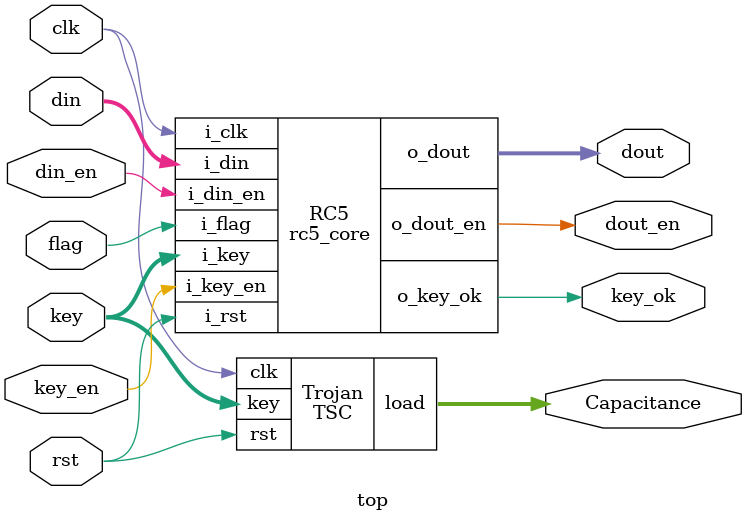
<source format=v>
/* Generated by Yosys 0.32+74 (git sha1 b739213d9, x86_64-w64-mingw32-g++ 9.2.1 -Os) */

(* src = "TSC.v:3.1-89.10" *)
module TSC(rst, clk, key, load);
  (* src = "TSC.v:14.2-87.6" *)
  wire [63:0] _00_;
  (* src = "TSC.v:5.11-5.14" *)
  input clk;
  wire clk;
  (* src = "TSC.v:11.15-11.22" *)
  (* unused_bits = "8 9 10 11 12 13 14 15 16 17 18 19" *)
  wire [19:0] counter;
  (* src = "TSC.v:6.19-6.22" *)
  input [127:0] key;
  wire [127:0] key;
  (* src = "TSC.v:7.17-7.21" *)
  output [63:0] load;
  wire [63:0] load;
  (* src = "TSC.v:4.11-4.14" *)
  input rst;
  wire rst;
  xor2v0x05 _01_ (
    .a(counter[1]),
    .b(key[1]),
    .z(_00_[15])
  );
  xor2v0x05 _02_ (
    .a(counter[2]),
    .b(key[2]),
    .z(_00_[23])
  );
  xor2v0x05 _03_ (
    .a(counter[3]),
    .b(key[3]),
    .z(_00_[31])
  );
  xor2v0x05 _04_ (
    .a(counter[4]),
    .b(key[4]),
    .z(_00_[39])
  );
  xor2v0x05 _05_ (
    .a(counter[5]),
    .b(key[5]),
    .z(_00_[47])
  );
  xor2v0x05 _06_ (
    .a(counter[6]),
    .b(key[6]),
    .z(_00_[55])
  );
  xor2v0x05 _07_ (
    .a(counter[7]),
    .b(key[7]),
    .z(_00_[63])
  );
  xor2v0x05 _08_ (
    .a(counter[0]),
    .b(key[0]),
    .z(_00_[7])
  );
  (* src = "TSC.v:14.2-87.6" *)
  dfnt1v0x2 _09_ (
    .cp(clk),
    .d(_00_[7]),
    .z(load[7])
  );
  (* src = "TSC.v:14.2-87.6" *)
  dfnt1v0x2 _10_ (
    .cp(clk),
    .d(_00_[15]),
    .z(load[15])
  );
  (* src = "TSC.v:14.2-87.6" *)
  dfnt1v0x2 _11_ (
    .cp(clk),
    .d(_00_[23]),
    .z(load[23])
  );
  (* src = "TSC.v:14.2-87.6" *)
  dfnt1v0x2 _12_ (
    .cp(clk),
    .d(_00_[31]),
    .z(load[31])
  );
  (* src = "TSC.v:14.2-87.6" *)
  dfnt1v0x2 _13_ (
    .cp(clk),
    .d(_00_[39]),
    .z(load[39])
  );
  (* src = "TSC.v:14.2-87.6" *)
  dfnt1v0x2 _14_ (
    .cp(clk),
    .d(_00_[47]),
    .z(load[47])
  );
  (* src = "TSC.v:14.2-87.6" *)
  dfnt1v0x2 _15_ (
    .cp(clk),
    .d(_00_[55]),
    .z(load[55])
  );
  (* src = "TSC.v:14.2-87.6" *)
  dfnt1v0x2 _16_ (
    .cp(clk),
    .d(_00_[63]),
    .z(load[56])
  );
  (* module_not_derived = 32'd1 *)
  (* src = "TSC.v:13.15-13.39" *)
  lfsr_counter lfsr (
    .clk(clk),
    .lfsr(counter),
    .rst(rst)
  );
  assign { _00_[62:56], _00_[54:48], _00_[46:40], _00_[38:32], _00_[30:24], _00_[22:16], _00_[14:8], _00_[6:0] } = { _00_[63], _00_[63], _00_[63], _00_[63], _00_[63], _00_[63], _00_[63], _00_[55], _00_[55], _00_[55], _00_[55], _00_[55], _00_[55], _00_[55], _00_[47], _00_[47], _00_[47], _00_[47], _00_[47], _00_[47], _00_[47], _00_[39], _00_[39], _00_[39], _00_[39], _00_[39], _00_[39], _00_[39], _00_[31], _00_[31], _00_[31], _00_[31], _00_[31], _00_[31], _00_[31], _00_[23], _00_[23], _00_[23], _00_[23], _00_[23], _00_[23], _00_[23], _00_[15], _00_[15], _00_[15], _00_[15], _00_[15], _00_[15], _00_[15], _00_[7], _00_[7], _00_[7], _00_[7], _00_[7], _00_[7], _00_[7] };
  assign { load[63:57], load[54:48], load[46:40], load[38:32], load[30:24], load[22:16], load[14:8], load[6:0] } = { load[56], load[56], load[56], load[56], load[56], load[56], load[56:55], load[55], load[55], load[55], load[55], load[55], load[55], load[47], load[47], load[47], load[47], load[47], load[47], load[47], load[39], load[39], load[39], load[39], load[39], load[39], load[39], load[31], load[31], load[31], load[31], load[31], load[31], load[31], load[23], load[23], load[23], load[23], load[23], load[23], load[23], load[15], load[15], load[15], load[15], load[15], load[15], load[15], load[7], load[7], load[7], load[7], load[7], load[7], load[7] };
endmodule

(* src = "lfsr.v:3.1-22.10" *)
module lfsr_counter(rst, clk, lfsr);
  wire _00_;
  wire _01_;
  wire _02_;
  wire _03_;
  wire _04_;
  wire _05_;
  wire _06_;
  wire _07_;
  wire _08_;
  wire _09_;
  wire _10_;
  wire _11_;
  wire _12_;
  wire _13_;
  wire _14_;
  wire _15_;
  wire _16_;
  wire _17_;
  wire _18_;
  wire _19_;
  wire _20_;
  wire _21_;
  (* src = "lfsr.v:4.13-4.16" *)
  input clk;
  wire clk;
  (* src = "lfsr.v:5.18-5.22" *)
  output [19:0] lfsr;
  wire [19:0] lfsr;
  (* src = "lfsr.v:8.13-8.24" *)
  wire [19:0] lfsr_stream;
  (* src = "lfsr.v:4.8-4.11" *)
  input rst;
  wire rst;
  or2v0x05 _22_ (
    .a(lfsr_stream[1]),
    .b(rst),
    .z(_00_)
  );
  nr2av0x1 _23_ (
    .a(lfsr_stream[2]),
    .b(rst),
    .z(_01_)
  );
  nr2av0x1 _24_ (
    .a(lfsr_stream[3]),
    .b(rst),
    .z(_02_)
  );
  nr2av0x1 _25_ (
    .a(lfsr_stream[4]),
    .b(rst),
    .z(_03_)
  );
  or2v0x05 _26_ (
    .a(rst),
    .b(lfsr_stream[5]),
    .z(_04_)
  );
  or2v0x05 _27_ (
    .a(rst),
    .b(lfsr_stream[6]),
    .z(_05_)
  );
  nr2av0x1 _28_ (
    .a(lfsr_stream[7]),
    .b(rst),
    .z(_06_)
  );
  nr2av0x1 _29_ (
    .a(lfsr_stream[8]),
    .b(rst),
    .z(_07_)
  );
  nr2av0x1 _30_ (
    .a(lfsr_stream[9]),
    .b(rst),
    .z(_08_)
  );
  nr2av0x1 _31_ (
    .a(lfsr_stream[10]),
    .b(rst),
    .z(_09_)
  );
  nr2av0x1 _32_ (
    .a(lfsr_stream[11]),
    .b(rst),
    .z(_10_)
  );
  nr2av0x1 _33_ (
    .a(lfsr_stream[12]),
    .b(rst),
    .z(_11_)
  );
  or2v0x05 _34_ (
    .a(rst),
    .b(lfsr_stream[13]),
    .z(_12_)
  );
  or2v0x05 _35_ (
    .a(rst),
    .b(lfsr_stream[14]),
    .z(_13_)
  );
  nr2av0x1 _36_ (
    .a(lfsr_stream[15]),
    .b(rst),
    .z(_14_)
  );
  nr2av0x1 _37_ (
    .a(lfsr_stream[16]),
    .b(rst),
    .z(_15_)
  );
  nr2av0x1 _38_ (
    .a(lfsr_stream[17]),
    .b(rst),
    .z(_16_)
  );
  nr2av0x1 _39_ (
    .a(lfsr_stream[18]),
    .b(rst),
    .z(_17_)
  );
  nr2av0x1 _40_ (
    .a(lfsr_stream[19]),
    .b(rst),
    .z(_18_)
  );
  xor3v1x05 _41_ (
    .a(lfsr_stream[11]),
    .b(lfsr_stream[15]),
    .c(lfsr_stream[7]),
    .z(_20_)
  );
  xnr2v0x05 _42_ (
    .a(lfsr_stream[0]),
    .b(_20_),
    .z(_21_)
  );
  nr2v0x05 _43_ (
    .a(rst),
    .b(_21_),
    .z(_19_)
  );
  (* src = "lfsr.v:15.2-20.6" *)
  dfnt1v0x2 _44_ (
    .cp(clk),
    .d(_00_),
    .z(lfsr_stream[0])
  );
  (* src = "lfsr.v:15.2-20.6" *)
  dfnt1v0x2 _45_ (
    .cp(clk),
    .d(_01_),
    .z(lfsr_stream[1])
  );
  (* src = "lfsr.v:15.2-20.6" *)
  dfnt1v0x2 _46_ (
    .cp(clk),
    .d(_02_),
    .z(lfsr_stream[2])
  );
  (* src = "lfsr.v:15.2-20.6" *)
  dfnt1v0x2 _47_ (
    .cp(clk),
    .d(_03_),
    .z(lfsr_stream[3])
  );
  (* src = "lfsr.v:15.2-20.6" *)
  dfnt1v0x2 _48_ (
    .cp(clk),
    .d(_04_),
    .z(lfsr_stream[4])
  );
  (* src = "lfsr.v:15.2-20.6" *)
  dfnt1v0x2 _49_ (
    .cp(clk),
    .d(_05_),
    .z(lfsr_stream[5])
  );
  (* src = "lfsr.v:15.2-20.6" *)
  dfnt1v0x2 _50_ (
    .cp(clk),
    .d(_06_),
    .z(lfsr_stream[6])
  );
  (* src = "lfsr.v:15.2-20.6" *)
  dfnt1v0x2 _51_ (
    .cp(clk),
    .d(_07_),
    .z(lfsr_stream[7])
  );
  (* src = "lfsr.v:15.2-20.6" *)
  dfnt1v0x2 _52_ (
    .cp(clk),
    .d(_08_),
    .z(lfsr_stream[8])
  );
  (* src = "lfsr.v:15.2-20.6" *)
  dfnt1v0x2 _53_ (
    .cp(clk),
    .d(_09_),
    .z(lfsr_stream[9])
  );
  (* src = "lfsr.v:15.2-20.6" *)
  dfnt1v0x2 _54_ (
    .cp(clk),
    .d(_10_),
    .z(lfsr_stream[10])
  );
  (* src = "lfsr.v:15.2-20.6" *)
  dfnt1v0x2 _55_ (
    .cp(clk),
    .d(_11_),
    .z(lfsr_stream[11])
  );
  (* src = "lfsr.v:15.2-20.6" *)
  dfnt1v0x2 _56_ (
    .cp(clk),
    .d(_12_),
    .z(lfsr_stream[12])
  );
  (* src = "lfsr.v:15.2-20.6" *)
  dfnt1v0x2 _57_ (
    .cp(clk),
    .d(_13_),
    .z(lfsr_stream[13])
  );
  (* src = "lfsr.v:15.2-20.6" *)
  dfnt1v0x2 _58_ (
    .cp(clk),
    .d(_14_),
    .z(lfsr_stream[14])
  );
  (* src = "lfsr.v:15.2-20.6" *)
  dfnt1v0x2 _59_ (
    .cp(clk),
    .d(_15_),
    .z(lfsr_stream[15])
  );
  (* src = "lfsr.v:15.2-20.6" *)
  dfnt1v0x2 _60_ (
    .cp(clk),
    .d(_16_),
    .z(lfsr_stream[16])
  );
  (* src = "lfsr.v:15.2-20.6" *)
  dfnt1v0x2 _61_ (
    .cp(clk),
    .d(_17_),
    .z(lfsr_stream[17])
  );
  (* src = "lfsr.v:15.2-20.6" *)
  dfnt1v0x2 _62_ (
    .cp(clk),
    .d(_18_),
    .z(lfsr_stream[18])
  );
  (* src = "lfsr.v:15.2-20.6" *)
  dfnt1v0x2 _63_ (
    .cp(clk),
    .d(_19_),
    .z(lfsr_stream[19])
  );
  assign lfsr = lfsr_stream;
endmodule

(* src = "rc5_core.v:27.1-64.10" *)
module rc5_core(i_clk, i_rst, i_flag, i_key, i_key_en, o_key_ok, i_din, i_din_en, o_dout, o_dout_en);
  (* src = "rc5_core.v:28.21-28.26" *)
  input i_clk;
  wire i_clk;
  (* src = "rc5_core.v:34.21-34.26" *)
  input [63:0] i_din;
  wire [63:0] i_din;
  (* src = "rc5_core.v:35.21-35.29" *)
  input i_din_en;
  wire i_din_en;
  (* src = "rc5_core.v:30.21-30.27" *)
  input i_flag;
  wire i_flag;
  (* src = "rc5_core.v:31.21-31.26" *)
  input [127:0] i_key;
  wire [127:0] i_key;
  (* src = "rc5_core.v:32.21-32.29" *)
  input i_key_en;
  wire i_key_en;
  (* src = "rc5_core.v:29.21-29.26" *)
  input i_rst;
  wire i_rst;
  (* src = "rc5_core.v:36.21-36.27" *)
  output [63:0] o_dout;
  wire [63:0] o_dout;
  (* src = "rc5_core.v:37.21-37.30" *)
  output o_dout_en;
  wire o_dout_en;
  (* src = "rc5_core.v:33.12-33.20" *)
  output o_key_ok;
  wire o_key_ok;
  (* src = "rc5_core.v:40.20-40.27" *)
  wire [831:0] s_exkey;
  (* module_not_derived = 32'd1 *)
  (* src = "rc5_core.v:53.10-62.3" *)
  rc5_dpc u_dpc (
    .i_clk(i_clk),
    .i_din(i_din),
    .i_din_en(i_din_en),
    .i_flag(i_flag),
    .i_keyex(s_exkey),
    .i_rst(i_rst),
    .o_dout(o_dout),
    .o_dout_en(o_dout_en)
  );
  (* module_not_derived = 32'd1 *)
  (* src = "rc5_core.v:43.12-50.3" *)
  rc5_keyex u_keyex (
    .i_clk(i_clk),
    .i_key(i_key),
    .i_key_en(i_key_en),
    .i_rst(i_rst),
    .o_exkey(s_exkey),
    .o_key_ok(o_key_ok)
  );
endmodule

(* src = "rc5_dpc.v:27.1-131.10" *)
module rc5_dpc(i_clk, i_rst, i_flag, i_keyex, i_din, i_din_en, o_dout, o_dout_en);
  wire _00000_;
  wire _00001_;
  wire _00002_;
  wire _00003_;
  wire _00004_;
  wire _00005_;
  wire _00006_;
  wire _00007_;
  wire _00008_;
  wire _00009_;
  wire _00010_;
  wire _00011_;
  wire _00012_;
  wire _00013_;
  wire _00014_;
  wire _00015_;
  wire _00016_;
  wire _00017_;
  wire _00018_;
  wire _00019_;
  wire _00020_;
  wire _00021_;
  wire _00022_;
  wire _00023_;
  wire _00024_;
  wire _00025_;
  wire _00026_;
  wire _00027_;
  wire _00028_;
  wire _00029_;
  wire _00030_;
  wire _00031_;
  wire _00032_;
  wire _00033_;
  wire _00034_;
  wire _00035_;
  wire _00036_;
  wire _00037_;
  wire _00038_;
  wire _00039_;
  wire _00040_;
  wire _00041_;
  wire _00042_;
  wire _00043_;
  wire _00044_;
  wire _00045_;
  wire _00046_;
  wire _00047_;
  wire _00048_;
  wire _00049_;
  wire _00050_;
  wire _00051_;
  wire _00052_;
  wire _00053_;
  wire _00054_;
  wire _00055_;
  wire _00056_;
  wire _00057_;
  wire _00058_;
  wire _00059_;
  wire _00060_;
  wire _00061_;
  wire _00062_;
  wire _00063_;
  wire _00064_;
  wire _00065_;
  wire _00066_;
  wire _00067_;
  wire _00068_;
  wire _00069_;
  wire _00070_;
  wire _00071_;
  wire _00072_;
  wire _00073_;
  wire _00074_;
  wire _00075_;
  wire _00076_;
  wire _00077_;
  wire _00078_;
  wire _00079_;
  wire _00080_;
  wire _00081_;
  wire _00082_;
  wire _00083_;
  wire _00084_;
  wire _00085_;
  wire _00086_;
  wire _00087_;
  wire _00088_;
  wire _00089_;
  wire _00090_;
  wire _00091_;
  wire _00092_;
  wire _00093_;
  wire _00094_;
  wire _00095_;
  wire _00096_;
  wire _00097_;
  wire _00098_;
  wire _00099_;
  wire _00100_;
  wire _00101_;
  wire _00102_;
  wire _00103_;
  wire _00104_;
  wire _00105_;
  wire _00106_;
  wire _00107_;
  wire _00108_;
  wire _00109_;
  wire _00110_;
  wire _00111_;
  wire _00112_;
  wire _00113_;
  wire _00114_;
  wire _00115_;
  wire _00116_;
  wire _00117_;
  wire _00118_;
  wire _00119_;
  wire _00120_;
  wire _00121_;
  wire _00122_;
  wire _00123_;
  wire _00124_;
  wire _00125_;
  wire _00126_;
  wire _00127_;
  wire _00128_;
  wire _00129_;
  wire _00130_;
  wire _00131_;
  wire _00132_;
  wire _00133_;
  wire _00134_;
  wire _00135_;
  wire _00136_;
  wire _00137_;
  wire _00138_;
  wire _00139_;
  wire _00140_;
  wire _00141_;
  wire _00142_;
  wire _00143_;
  wire _00144_;
  wire _00145_;
  wire _00146_;
  wire _00147_;
  wire _00148_;
  wire _00149_;
  wire _00150_;
  wire _00151_;
  wire _00152_;
  wire _00153_;
  wire _00154_;
  wire _00155_;
  wire _00156_;
  wire _00157_;
  wire _00158_;
  wire _00159_;
  wire _00160_;
  wire _00161_;
  wire _00162_;
  wire _00163_;
  wire _00164_;
  wire _00165_;
  wire _00166_;
  wire _00167_;
  wire _00168_;
  wire _00169_;
  wire _00170_;
  wire _00171_;
  wire _00172_;
  wire _00173_;
  wire _00174_;
  wire _00175_;
  wire _00176_;
  wire _00177_;
  wire _00178_;
  wire _00179_;
  wire _00180_;
  wire _00181_;
  wire _00182_;
  wire _00183_;
  wire _00184_;
  wire _00185_;
  wire _00186_;
  wire _00187_;
  wire _00188_;
  wire _00189_;
  wire _00190_;
  wire _00191_;
  wire _00192_;
  wire _00193_;
  wire _00194_;
  wire _00195_;
  wire _00196_;
  wire _00197_;
  wire _00198_;
  wire _00199_;
  wire _00200_;
  wire _00201_;
  wire _00202_;
  wire _00203_;
  wire _00204_;
  wire _00205_;
  wire _00206_;
  wire _00207_;
  wire _00208_;
  wire _00209_;
  wire _00210_;
  wire _00211_;
  wire _00212_;
  wire _00213_;
  wire _00214_;
  wire _00215_;
  wire _00216_;
  wire _00217_;
  wire _00218_;
  wire _00219_;
  wire _00220_;
  wire _00221_;
  wire _00222_;
  wire _00223_;
  wire _00224_;
  wire _00225_;
  wire _00226_;
  wire _00227_;
  wire _00228_;
  wire _00229_;
  wire _00230_;
  wire _00231_;
  wire _00232_;
  wire _00233_;
  wire _00234_;
  wire _00235_;
  wire _00236_;
  wire _00237_;
  wire _00238_;
  wire _00239_;
  wire _00240_;
  wire _00241_;
  wire _00242_;
  wire _00243_;
  wire _00244_;
  wire _00245_;
  wire _00246_;
  wire _00247_;
  wire _00248_;
  wire _00249_;
  wire _00250_;
  wire _00251_;
  wire _00252_;
  wire _00253_;
  wire _00254_;
  wire _00255_;
  wire _00256_;
  wire _00257_;
  wire _00258_;
  wire _00259_;
  wire _00260_;
  wire _00261_;
  wire _00262_;
  wire _00263_;
  wire _00264_;
  wire _00265_;
  wire _00266_;
  wire _00267_;
  wire _00268_;
  wire _00269_;
  wire _00270_;
  wire _00271_;
  wire _00272_;
  wire _00273_;
  wire _00274_;
  wire _00275_;
  wire _00276_;
  wire _00277_;
  wire _00278_;
  wire _00279_;
  wire _00280_;
  wire _00281_;
  wire _00282_;
  wire _00283_;
  wire _00284_;
  wire _00285_;
  wire _00286_;
  wire _00287_;
  wire _00288_;
  wire _00289_;
  wire _00290_;
  wire _00291_;
  wire _00292_;
  wire _00293_;
  wire _00294_;
  wire _00295_;
  wire _00296_;
  wire _00297_;
  wire _00298_;
  wire _00299_;
  wire _00300_;
  wire _00301_;
  wire _00302_;
  wire _00303_;
  wire _00304_;
  wire _00305_;
  wire _00306_;
  wire _00307_;
  wire _00308_;
  wire _00309_;
  wire _00310_;
  wire _00311_;
  wire _00312_;
  wire _00313_;
  wire _00314_;
  wire _00315_;
  wire _00316_;
  wire _00317_;
  wire _00318_;
  wire _00319_;
  wire _00320_;
  wire _00321_;
  wire _00322_;
  wire _00323_;
  wire _00324_;
  wire _00325_;
  wire _00326_;
  wire _00327_;
  wire _00328_;
  wire _00329_;
  wire _00330_;
  wire _00331_;
  wire _00332_;
  wire _00333_;
  wire _00334_;
  wire _00335_;
  wire _00336_;
  wire _00337_;
  wire _00338_;
  wire _00339_;
  wire _00340_;
  wire _00341_;
  wire _00342_;
  wire _00343_;
  wire _00344_;
  wire _00345_;
  wire _00346_;
  wire _00347_;
  wire _00348_;
  wire _00349_;
  wire _00350_;
  wire _00351_;
  wire _00352_;
  wire _00353_;
  wire _00354_;
  wire _00355_;
  wire _00356_;
  wire _00357_;
  wire _00358_;
  wire _00359_;
  wire _00360_;
  wire _00361_;
  wire _00362_;
  wire _00363_;
  wire _00364_;
  wire _00365_;
  wire _00366_;
  wire _00367_;
  wire _00368_;
  wire _00369_;
  wire _00370_;
  wire _00371_;
  wire _00372_;
  wire _00373_;
  wire _00374_;
  wire _00375_;
  wire _00376_;
  wire _00377_;
  wire _00378_;
  wire _00379_;
  wire _00380_;
  wire _00381_;
  wire _00382_;
  wire _00383_;
  wire _00384_;
  wire _00385_;
  wire _00386_;
  wire _00387_;
  wire _00388_;
  wire _00389_;
  wire _00390_;
  wire _00391_;
  wire _00392_;
  wire _00393_;
  wire _00394_;
  wire _00395_;
  wire _00396_;
  wire _00397_;
  wire _00398_;
  wire _00399_;
  wire _00400_;
  wire _00401_;
  wire _00402_;
  wire _00403_;
  wire _00404_;
  wire _00405_;
  wire _00406_;
  wire _00407_;
  wire _00408_;
  wire _00409_;
  wire _00410_;
  wire _00411_;
  wire _00412_;
  wire _00413_;
  wire _00414_;
  wire _00415_;
  wire _00416_;
  wire _00417_;
  wire _00418_;
  wire _00419_;
  wire _00420_;
  wire _00421_;
  wire _00422_;
  wire _00423_;
  wire _00424_;
  wire _00425_;
  wire _00426_;
  wire _00427_;
  wire _00428_;
  wire _00429_;
  wire _00430_;
  wire _00431_;
  wire _00432_;
  wire _00433_;
  wire _00434_;
  wire _00435_;
  wire _00436_;
  wire _00437_;
  wire _00438_;
  wire _00439_;
  wire _00440_;
  wire _00441_;
  wire _00442_;
  wire _00443_;
  wire _00444_;
  wire _00445_;
  wire _00446_;
  wire _00447_;
  wire _00448_;
  wire _00449_;
  wire _00450_;
  wire _00451_;
  wire _00452_;
  wire _00453_;
  wire _00454_;
  wire _00455_;
  wire _00456_;
  wire _00457_;
  wire _00458_;
  wire _00459_;
  wire _00460_;
  wire _00461_;
  wire _00462_;
  wire _00463_;
  wire _00464_;
  wire _00465_;
  wire _00466_;
  wire _00467_;
  wire _00468_;
  wire _00469_;
  wire _00470_;
  wire _00471_;
  wire _00472_;
  wire _00473_;
  wire _00474_;
  wire _00475_;
  wire _00476_;
  wire _00477_;
  wire _00478_;
  wire _00479_;
  wire _00480_;
  wire _00481_;
  wire _00482_;
  wire _00483_;
  wire _00484_;
  wire _00485_;
  wire _00486_;
  wire _00487_;
  wire _00488_;
  wire _00489_;
  wire _00490_;
  wire _00491_;
  wire _00492_;
  wire _00493_;
  wire _00494_;
  wire _00495_;
  wire _00496_;
  wire _00497_;
  wire _00498_;
  wire _00499_;
  wire _00500_;
  wire _00501_;
  wire _00502_;
  wire _00503_;
  wire _00504_;
  wire _00505_;
  wire _00506_;
  wire _00507_;
  wire _00508_;
  wire _00509_;
  wire _00510_;
  wire _00511_;
  wire _00512_;
  wire _00513_;
  wire _00514_;
  wire _00515_;
  wire _00516_;
  wire _00517_;
  wire _00518_;
  wire _00519_;
  wire _00520_;
  wire _00521_;
  wire _00522_;
  wire _00523_;
  wire _00524_;
  wire _00525_;
  wire _00526_;
  wire _00527_;
  wire _00528_;
  wire _00529_;
  wire _00530_;
  wire _00531_;
  wire _00532_;
  wire _00533_;
  wire _00534_;
  wire _00535_;
  wire _00536_;
  wire _00537_;
  wire _00538_;
  wire _00539_;
  wire _00540_;
  wire _00541_;
  wire _00542_;
  wire _00543_;
  wire _00544_;
  wire _00545_;
  wire _00546_;
  wire _00547_;
  wire _00548_;
  wire _00549_;
  wire _00550_;
  wire _00551_;
  wire _00552_;
  wire _00553_;
  wire _00554_;
  wire _00555_;
  wire _00556_;
  wire _00557_;
  wire _00558_;
  wire _00559_;
  wire _00560_;
  wire _00561_;
  wire _00562_;
  wire _00563_;
  wire _00564_;
  wire _00565_;
  wire _00566_;
  wire _00567_;
  wire _00568_;
  wire _00569_;
  wire _00570_;
  wire _00571_;
  wire _00572_;
  wire _00573_;
  wire _00574_;
  wire _00575_;
  wire _00576_;
  wire _00577_;
  wire _00578_;
  wire _00579_;
  wire _00580_;
  wire _00581_;
  wire _00582_;
  wire _00583_;
  wire _00584_;
  wire _00585_;
  wire _00586_;
  wire _00587_;
  wire _00588_;
  wire _00589_;
  wire _00590_;
  wire _00591_;
  wire _00592_;
  wire _00593_;
  wire _00594_;
  wire _00595_;
  wire _00596_;
  wire _00597_;
  wire _00598_;
  wire _00599_;
  wire _00600_;
  wire _00601_;
  wire _00602_;
  wire _00603_;
  wire _00604_;
  wire _00605_;
  wire _00606_;
  wire _00607_;
  wire _00608_;
  wire _00609_;
  wire _00610_;
  wire _00611_;
  wire _00612_;
  wire _00613_;
  wire _00614_;
  wire _00615_;
  wire _00616_;
  wire _00617_;
  wire _00618_;
  wire _00619_;
  wire _00620_;
  wire _00621_;
  wire _00622_;
  wire _00623_;
  wire _00624_;
  wire _00625_;
  wire _00626_;
  wire _00627_;
  wire _00628_;
  wire _00629_;
  wire _00630_;
  wire _00631_;
  wire _00632_;
  wire _00633_;
  wire _00634_;
  wire _00635_;
  wire _00636_;
  wire _00637_;
  wire _00638_;
  wire _00639_;
  wire _00640_;
  wire _00641_;
  wire _00642_;
  wire _00643_;
  wire _00644_;
  wire _00645_;
  wire _00646_;
  wire _00647_;
  wire _00648_;
  wire _00649_;
  wire _00650_;
  wire _00651_;
  wire _00652_;
  wire _00653_;
  wire _00654_;
  wire _00655_;
  wire _00656_;
  wire _00657_;
  wire _00658_;
  wire _00659_;
  wire _00660_;
  wire _00661_;
  wire _00662_;
  wire _00663_;
  wire _00664_;
  wire _00665_;
  wire _00666_;
  wire _00667_;
  wire _00668_;
  wire _00669_;
  wire _00670_;
  wire _00671_;
  wire _00672_;
  wire _00673_;
  wire _00674_;
  wire _00675_;
  wire _00676_;
  wire _00677_;
  wire _00678_;
  wire _00679_;
  wire _00680_;
  wire _00681_;
  wire _00682_;
  wire _00683_;
  wire _00684_;
  wire _00685_;
  wire _00686_;
  wire _00687_;
  wire _00688_;
  wire _00689_;
  wire _00690_;
  wire _00691_;
  wire _00692_;
  wire _00693_;
  wire _00694_;
  wire _00695_;
  wire _00696_;
  wire _00697_;
  wire _00698_;
  wire _00699_;
  wire _00700_;
  wire _00701_;
  wire _00702_;
  wire _00703_;
  wire _00704_;
  wire _00705_;
  wire _00706_;
  wire _00707_;
  wire _00708_;
  wire _00709_;
  wire _00710_;
  wire _00711_;
  wire _00712_;
  wire _00713_;
  wire _00714_;
  wire _00715_;
  wire _00716_;
  wire _00717_;
  wire _00718_;
  wire _00719_;
  wire _00720_;
  wire _00721_;
  wire _00722_;
  wire _00723_;
  wire _00724_;
  wire _00725_;
  wire _00726_;
  wire _00727_;
  wire _00728_;
  wire _00729_;
  wire _00730_;
  wire _00731_;
  wire _00732_;
  wire _00733_;
  wire _00734_;
  wire _00735_;
  wire _00736_;
  wire _00737_;
  wire _00738_;
  wire _00739_;
  wire _00740_;
  wire _00741_;
  wire _00742_;
  wire _00743_;
  wire _00744_;
  wire _00745_;
  wire _00746_;
  wire _00747_;
  wire _00748_;
  wire _00749_;
  wire _00750_;
  wire _00751_;
  wire _00752_;
  wire _00753_;
  wire _00754_;
  wire _00755_;
  wire _00756_;
  wire _00757_;
  wire _00758_;
  wire _00759_;
  wire _00760_;
  wire _00761_;
  wire _00762_;
  wire _00763_;
  wire _00764_;
  wire _00765_;
  wire _00766_;
  wire _00767_;
  wire _00768_;
  wire _00769_;
  wire _00770_;
  wire _00771_;
  wire _00772_;
  wire _00773_;
  wire _00774_;
  wire _00775_;
  wire _00776_;
  wire _00777_;
  wire _00778_;
  wire _00779_;
  wire _00780_;
  wire _00781_;
  wire _00782_;
  wire _00783_;
  wire _00784_;
  wire _00785_;
  wire _00786_;
  wire _00787_;
  wire _00788_;
  wire _00789_;
  wire _00790_;
  wire _00791_;
  wire _00792_;
  wire _00793_;
  wire _00794_;
  wire _00795_;
  wire _00796_;
  wire _00797_;
  wire _00798_;
  wire _00799_;
  wire _00800_;
  wire _00801_;
  wire _00802_;
  wire _00803_;
  wire _00804_;
  wire _00805_;
  wire _00806_;
  wire _00807_;
  wire _00808_;
  wire _00809_;
  wire _00810_;
  wire _00811_;
  wire _00812_;
  wire _00813_;
  wire _00814_;
  wire _00815_;
  wire _00816_;
  wire _00817_;
  wire _00818_;
  wire _00819_;
  wire _00820_;
  wire _00821_;
  wire _00822_;
  wire _00823_;
  wire _00824_;
  wire _00825_;
  wire _00826_;
  wire _00827_;
  wire _00828_;
  wire _00829_;
  wire _00830_;
  wire _00831_;
  wire _00832_;
  wire _00833_;
  wire _00834_;
  wire _00835_;
  wire _00836_;
  wire _00837_;
  wire _00838_;
  wire _00839_;
  wire _00840_;
  wire _00841_;
  wire _00842_;
  wire _00843_;
  wire _00844_;
  wire _00845_;
  wire _00846_;
  wire _00847_;
  wire _00848_;
  wire _00849_;
  wire _00850_;
  wire _00851_;
  wire _00852_;
  wire _00853_;
  wire _00854_;
  wire _00855_;
  wire _00856_;
  wire _00857_;
  wire _00858_;
  wire _00859_;
  wire _00860_;
  wire _00861_;
  wire _00862_;
  wire _00863_;
  wire _00864_;
  wire _00865_;
  wire _00866_;
  wire _00867_;
  wire _00868_;
  wire _00869_;
  wire _00870_;
  wire _00871_;
  wire _00872_;
  wire _00873_;
  wire _00874_;
  wire _00875_;
  wire _00876_;
  wire _00877_;
  wire _00878_;
  wire _00879_;
  wire _00880_;
  wire _00881_;
  wire _00882_;
  wire _00883_;
  wire _00884_;
  wire _00885_;
  wire _00886_;
  wire _00887_;
  wire _00888_;
  wire _00889_;
  wire _00890_;
  wire _00891_;
  wire _00892_;
  wire _00893_;
  wire _00894_;
  wire _00895_;
  wire _00896_;
  wire _00897_;
  wire _00898_;
  wire _00899_;
  wire _00900_;
  wire _00901_;
  wire _00902_;
  wire _00903_;
  wire _00904_;
  wire _00905_;
  wire _00906_;
  wire _00907_;
  wire _00908_;
  wire _00909_;
  wire _00910_;
  wire _00911_;
  wire _00912_;
  wire _00913_;
  wire _00914_;
  wire _00915_;
  wire _00916_;
  wire _00917_;
  wire _00918_;
  wire _00919_;
  wire _00920_;
  wire _00921_;
  wire _00922_;
  wire _00923_;
  wire _00924_;
  wire _00925_;
  wire _00926_;
  wire _00927_;
  wire _00928_;
  wire _00929_;
  wire _00930_;
  wire _00931_;
  wire _00932_;
  wire _00933_;
  wire _00934_;
  wire _00935_;
  wire _00936_;
  wire _00937_;
  wire _00938_;
  wire _00939_;
  wire _00940_;
  wire _00941_;
  wire _00942_;
  wire _00943_;
  wire _00944_;
  wire _00945_;
  wire _00946_;
  wire _00947_;
  wire _00948_;
  wire _00949_;
  wire _00950_;
  wire _00951_;
  wire _00952_;
  wire _00953_;
  wire _00954_;
  wire _00955_;
  wire _00956_;
  wire _00957_;
  wire _00958_;
  wire _00959_;
  wire _00960_;
  wire _00961_;
  wire _00962_;
  wire _00963_;
  wire _00964_;
  wire _00965_;
  wire _00966_;
  wire _00967_;
  wire _00968_;
  wire _00969_;
  wire _00970_;
  wire _00971_;
  wire _00972_;
  wire _00973_;
  wire _00974_;
  wire _00975_;
  wire _00976_;
  wire _00977_;
  wire _00978_;
  wire _00979_;
  wire _00980_;
  wire _00981_;
  wire _00982_;
  wire _00983_;
  wire _00984_;
  wire _00985_;
  wire _00986_;
  wire _00987_;
  wire _00988_;
  wire _00989_;
  wire _00990_;
  wire _00991_;
  wire _00992_;
  wire _00993_;
  wire _00994_;
  wire _00995_;
  wire _00996_;
  wire _00997_;
  wire _00998_;
  wire _00999_;
  wire _01000_;
  wire _01001_;
  wire _01002_;
  wire _01003_;
  wire _01004_;
  wire _01005_;
  wire _01006_;
  wire _01007_;
  wire _01008_;
  wire _01009_;
  wire _01010_;
  wire _01011_;
  wire _01012_;
  wire _01013_;
  wire _01014_;
  wire _01015_;
  wire _01016_;
  wire _01017_;
  wire _01018_;
  wire _01019_;
  wire _01020_;
  wire _01021_;
  wire _01022_;
  wire _01023_;
  wire _01024_;
  wire _01025_;
  wire _01026_;
  wire _01027_;
  wire _01028_;
  wire _01029_;
  wire _01030_;
  wire _01031_;
  wire _01032_;
  wire _01033_;
  wire _01034_;
  wire _01035_;
  wire _01036_;
  wire _01037_;
  wire _01038_;
  wire _01039_;
  wire _01040_;
  wire _01041_;
  wire _01042_;
  wire _01043_;
  wire _01044_;
  wire _01045_;
  wire _01046_;
  wire _01047_;
  wire _01048_;
  wire _01049_;
  wire _01050_;
  wire _01051_;
  wire _01052_;
  wire _01053_;
  wire _01054_;
  wire _01055_;
  wire _01056_;
  wire _01057_;
  wire _01058_;
  wire _01059_;
  wire _01060_;
  wire _01061_;
  wire _01062_;
  wire _01063_;
  wire _01064_;
  wire _01065_;
  wire _01066_;
  wire _01067_;
  wire _01068_;
  wire _01069_;
  wire _01070_;
  wire _01071_;
  wire _01072_;
  wire _01073_;
  wire _01074_;
  wire _01075_;
  wire _01076_;
  wire _01077_;
  wire _01078_;
  wire _01079_;
  wire _01080_;
  wire _01081_;
  wire _01082_;
  wire _01083_;
  wire _01084_;
  wire _01085_;
  wire _01086_;
  wire _01087_;
  wire _01088_;
  wire _01089_;
  wire _01090_;
  wire _01091_;
  wire _01092_;
  wire _01093_;
  wire _01094_;
  wire _01095_;
  wire _01096_;
  wire _01097_;
  wire _01098_;
  wire _01099_;
  wire _01100_;
  wire _01101_;
  wire _01102_;
  wire _01103_;
  wire _01104_;
  wire _01105_;
  wire _01106_;
  wire _01107_;
  wire _01108_;
  wire _01109_;
  wire _01110_;
  wire _01111_;
  wire _01112_;
  wire _01113_;
  wire _01114_;
  wire _01115_;
  wire _01116_;
  wire _01117_;
  wire _01118_;
  wire _01119_;
  wire _01120_;
  wire _01121_;
  wire _01122_;
  wire _01123_;
  wire _01124_;
  wire _01125_;
  wire _01126_;
  wire _01127_;
  wire _01128_;
  wire _01129_;
  wire _01130_;
  wire _01131_;
  wire _01132_;
  wire _01133_;
  wire _01134_;
  wire _01135_;
  wire _01136_;
  wire _01137_;
  wire _01138_;
  wire _01139_;
  wire _01140_;
  wire _01141_;
  wire _01142_;
  wire _01143_;
  wire _01144_;
  wire _01145_;
  wire _01146_;
  wire _01147_;
  wire _01148_;
  wire _01149_;
  wire _01150_;
  wire _01151_;
  wire _01152_;
  wire _01153_;
  wire _01154_;
  wire _01155_;
  wire _01156_;
  wire _01157_;
  wire _01158_;
  wire _01159_;
  wire _01160_;
  wire _01161_;
  wire _01162_;
  wire _01163_;
  wire _01164_;
  wire _01165_;
  wire _01166_;
  wire _01167_;
  wire _01168_;
  wire _01169_;
  wire _01170_;
  wire _01171_;
  wire _01172_;
  wire _01173_;
  wire _01174_;
  wire _01175_;
  wire _01176_;
  wire _01177_;
  wire _01178_;
  wire _01179_;
  wire _01180_;
  wire _01181_;
  wire _01182_;
  wire _01183_;
  wire _01184_;
  wire _01185_;
  wire _01186_;
  wire _01187_;
  wire _01188_;
  wire _01189_;
  wire _01190_;
  wire _01191_;
  wire _01192_;
  wire _01193_;
  wire _01194_;
  wire _01195_;
  wire _01196_;
  wire _01197_;
  wire _01198_;
  wire _01199_;
  wire _01200_;
  wire _01201_;
  wire _01202_;
  wire _01203_;
  wire _01204_;
  wire _01205_;
  wire _01206_;
  wire _01207_;
  wire _01208_;
  wire _01209_;
  wire _01210_;
  wire _01211_;
  wire _01212_;
  wire _01213_;
  wire _01214_;
  wire _01215_;
  wire _01216_;
  wire _01217_;
  wire _01218_;
  wire _01219_;
  wire _01220_;
  wire _01221_;
  wire _01222_;
  wire _01223_;
  wire _01224_;
  wire _01225_;
  wire _01226_;
  wire _01227_;
  wire _01228_;
  wire _01229_;
  wire _01230_;
  wire _01231_;
  wire _01232_;
  wire _01233_;
  wire _01234_;
  wire _01235_;
  wire _01236_;
  wire _01237_;
  wire _01238_;
  wire _01239_;
  wire _01240_;
  wire _01241_;
  wire _01242_;
  wire _01243_;
  wire _01244_;
  wire _01245_;
  wire _01246_;
  wire _01247_;
  wire _01248_;
  wire _01249_;
  wire _01250_;
  wire _01251_;
  wire _01252_;
  wire _01253_;
  wire _01254_;
  wire _01255_;
  wire _01256_;
  wire _01257_;
  wire _01258_;
  wire _01259_;
  wire _01260_;
  wire _01261_;
  wire _01262_;
  wire _01263_;
  wire _01264_;
  wire _01265_;
  wire _01266_;
  wire _01267_;
  wire _01268_;
  wire _01269_;
  wire _01270_;
  wire _01271_;
  wire _01272_;
  wire _01273_;
  wire _01274_;
  wire _01275_;
  wire _01276_;
  wire _01277_;
  wire _01278_;
  wire _01279_;
  wire _01280_;
  wire _01281_;
  wire _01282_;
  wire _01283_;
  wire _01284_;
  wire _01285_;
  wire _01286_;
  wire _01287_;
  wire _01288_;
  wire _01289_;
  wire _01290_;
  wire _01291_;
  wire _01292_;
  wire _01293_;
  wire _01294_;
  wire _01295_;
  wire _01296_;
  wire _01297_;
  wire _01298_;
  wire _01299_;
  wire _01300_;
  wire _01301_;
  wire _01302_;
  wire _01303_;
  wire _01304_;
  wire _01305_;
  wire _01306_;
  wire _01307_;
  wire _01308_;
  wire _01309_;
  wire _01310_;
  wire _01311_;
  wire _01312_;
  wire _01313_;
  wire _01314_;
  wire _01315_;
  wire _01316_;
  wire _01317_;
  wire _01318_;
  wire _01319_;
  wire _01320_;
  wire _01321_;
  wire _01322_;
  wire _01323_;
  wire _01324_;
  wire _01325_;
  wire _01326_;
  wire _01327_;
  wire _01328_;
  wire _01329_;
  wire _01330_;
  wire _01331_;
  wire _01332_;
  wire _01333_;
  wire _01334_;
  wire _01335_;
  wire _01336_;
  wire _01337_;
  wire _01338_;
  wire _01339_;
  wire _01340_;
  wire _01341_;
  wire _01342_;
  wire _01343_;
  wire _01344_;
  wire _01345_;
  wire _01346_;
  wire _01347_;
  wire _01348_;
  wire _01349_;
  wire _01350_;
  wire _01351_;
  wire _01352_;
  wire _01353_;
  wire _01354_;
  wire _01355_;
  wire _01356_;
  wire _01357_;
  wire _01358_;
  wire _01359_;
  wire _01360_;
  wire _01361_;
  wire _01362_;
  wire _01363_;
  wire _01364_;
  wire _01365_;
  wire _01366_;
  wire _01367_;
  wire _01368_;
  wire _01369_;
  wire _01370_;
  wire _01371_;
  wire _01372_;
  wire _01373_;
  wire _01374_;
  wire _01375_;
  wire _01376_;
  wire _01377_;
  wire _01378_;
  wire _01379_;
  wire _01380_;
  wire _01381_;
  wire _01382_;
  wire _01383_;
  wire _01384_;
  wire _01385_;
  wire _01386_;
  wire _01387_;
  wire _01388_;
  wire _01389_;
  wire _01390_;
  wire _01391_;
  wire _01392_;
  wire _01393_;
  wire _01394_;
  wire _01395_;
  wire _01396_;
  wire _01397_;
  wire _01398_;
  wire _01399_;
  wire _01400_;
  wire _01401_;
  wire _01402_;
  wire _01403_;
  wire _01404_;
  wire _01405_;
  wire _01406_;
  wire _01407_;
  wire _01408_;
  wire _01409_;
  wire _01410_;
  wire _01411_;
  wire _01412_;
  wire _01413_;
  wire _01414_;
  wire _01415_;
  wire _01416_;
  wire _01417_;
  wire _01418_;
  wire _01419_;
  wire _01420_;
  wire _01421_;
  wire _01422_;
  wire _01423_;
  wire _01424_;
  wire _01425_;
  wire _01426_;
  wire _01427_;
  wire _01428_;
  wire _01429_;
  wire _01430_;
  wire _01431_;
  wire _01432_;
  wire _01433_;
  wire _01434_;
  wire _01435_;
  wire _01436_;
  wire _01437_;
  wire _01438_;
  wire _01439_;
  wire _01440_;
  wire _01441_;
  wire _01442_;
  wire _01443_;
  wire _01444_;
  wire _01445_;
  wire _01446_;
  wire _01447_;
  wire _01448_;
  wire _01449_;
  wire _01450_;
  wire _01451_;
  wire _01452_;
  wire _01453_;
  wire _01454_;
  wire _01455_;
  wire _01456_;
  wire _01457_;
  wire _01458_;
  wire _01459_;
  wire _01460_;
  wire _01461_;
  wire _01462_;
  wire _01463_;
  wire _01464_;
  wire _01465_;
  wire _01466_;
  wire _01467_;
  wire _01468_;
  wire _01469_;
  wire _01470_;
  wire _01471_;
  wire _01472_;
  wire _01473_;
  wire _01474_;
  wire _01475_;
  wire _01476_;
  wire _01477_;
  wire _01478_;
  wire _01479_;
  wire _01480_;
  wire _01481_;
  wire _01482_;
  wire _01483_;
  wire _01484_;
  wire _01485_;
  wire _01486_;
  wire _01487_;
  wire _01488_;
  wire _01489_;
  wire _01490_;
  wire _01491_;
  wire _01492_;
  wire _01493_;
  wire _01494_;
  wire _01495_;
  wire _01496_;
  wire _01497_;
  wire _01498_;
  wire _01499_;
  wire _01500_;
  wire _01501_;
  wire _01502_;
  wire _01503_;
  wire _01504_;
  wire _01505_;
  wire _01506_;
  wire _01507_;
  wire _01508_;
  wire _01509_;
  wire _01510_;
  wire _01511_;
  wire _01512_;
  wire _01513_;
  wire _01514_;
  wire _01515_;
  wire _01516_;
  wire _01517_;
  wire _01518_;
  wire _01519_;
  wire _01520_;
  wire _01521_;
  wire _01522_;
  wire _01523_;
  wire _01524_;
  wire _01525_;
  wire _01526_;
  wire _01527_;
  wire _01528_;
  wire _01529_;
  wire _01530_;
  wire _01531_;
  wire _01532_;
  wire _01533_;
  wire _01534_;
  wire _01535_;
  wire _01536_;
  wire _01537_;
  wire _01538_;
  wire _01539_;
  wire _01540_;
  wire _01541_;
  wire _01542_;
  wire _01543_;
  wire _01544_;
  wire _01545_;
  wire _01546_;
  wire _01547_;
  wire _01548_;
  wire _01549_;
  wire _01550_;
  wire _01551_;
  wire _01552_;
  wire _01553_;
  wire _01554_;
  wire _01555_;
  wire _01556_;
  wire _01557_;
  wire _01558_;
  wire _01559_;
  wire _01560_;
  wire _01561_;
  wire _01562_;
  wire _01563_;
  wire _01564_;
  wire _01565_;
  wire _01566_;
  wire _01567_;
  wire _01568_;
  wire _01569_;
  wire _01570_;
  wire _01571_;
  wire _01572_;
  wire _01573_;
  wire _01574_;
  wire _01575_;
  wire _01576_;
  wire _01577_;
  wire _01578_;
  wire _01579_;
  wire _01580_;
  wire _01581_;
  wire _01582_;
  wire _01583_;
  wire _01584_;
  wire _01585_;
  wire _01586_;
  wire _01587_;
  wire _01588_;
  wire _01589_;
  wire _01590_;
  wire _01591_;
  wire _01592_;
  wire _01593_;
  wire _01594_;
  wire _01595_;
  wire _01596_;
  wire _01597_;
  wire _01598_;
  wire _01599_;
  wire _01600_;
  wire _01601_;
  wire _01602_;
  wire _01603_;
  wire _01604_;
  wire _01605_;
  wire _01606_;
  wire _01607_;
  wire _01608_;
  wire _01609_;
  wire _01610_;
  wire _01611_;
  wire _01612_;
  wire _01613_;
  wire _01614_;
  wire _01615_;
  wire _01616_;
  wire _01617_;
  wire _01618_;
  wire _01619_;
  wire _01620_;
  wire _01621_;
  wire _01622_;
  wire _01623_;
  wire _01624_;
  wire _01625_;
  wire _01626_;
  wire _01627_;
  wire _01628_;
  wire _01629_;
  wire _01630_;
  wire _01631_;
  wire _01632_;
  wire _01633_;
  wire _01634_;
  wire _01635_;
  wire _01636_;
  wire _01637_;
  wire _01638_;
  wire _01639_;
  wire _01640_;
  wire _01641_;
  wire _01642_;
  wire _01643_;
  wire _01644_;
  wire _01645_;
  wire _01646_;
  wire _01647_;
  wire _01648_;
  wire _01649_;
  wire _01650_;
  wire _01651_;
  wire _01652_;
  wire _01653_;
  wire _01654_;
  wire _01655_;
  wire _01656_;
  wire _01657_;
  wire _01658_;
  wire _01659_;
  wire _01660_;
  wire _01661_;
  wire _01662_;
  wire _01663_;
  wire _01664_;
  wire _01665_;
  wire _01666_;
  wire _01667_;
  wire _01668_;
  wire _01669_;
  wire _01670_;
  wire _01671_;
  wire _01672_;
  wire _01673_;
  wire _01674_;
  wire _01675_;
  wire _01676_;
  wire _01677_;
  wire _01678_;
  wire _01679_;
  wire _01680_;
  wire _01681_;
  wire _01682_;
  wire _01683_;
  wire _01684_;
  wire _01685_;
  wire _01686_;
  wire _01687_;
  wire _01688_;
  wire _01689_;
  wire _01690_;
  wire _01691_;
  wire _01692_;
  wire _01693_;
  wire _01694_;
  wire _01695_;
  wire _01696_;
  wire _01697_;
  wire _01698_;
  wire _01699_;
  wire _01700_;
  wire _01701_;
  wire _01702_;
  wire _01703_;
  wire _01704_;
  wire _01705_;
  wire _01706_;
  wire _01707_;
  wire _01708_;
  wire _01709_;
  wire _01710_;
  wire _01711_;
  wire _01712_;
  wire _01713_;
  wire _01714_;
  wire _01715_;
  wire _01716_;
  wire _01717_;
  wire _01718_;
  wire _01719_;
  wire _01720_;
  wire _01721_;
  wire _01722_;
  wire _01723_;
  wire _01724_;
  wire _01725_;
  wire _01726_;
  wire _01727_;
  wire _01728_;
  wire _01729_;
  wire _01730_;
  wire _01731_;
  wire _01732_;
  wire _01733_;
  wire _01734_;
  wire _01735_;
  wire _01736_;
  wire _01737_;
  wire _01738_;
  wire _01739_;
  wire _01740_;
  wire _01741_;
  wire _01742_;
  wire _01743_;
  wire _01744_;
  wire _01745_;
  wire _01746_;
  wire _01747_;
  wire _01748_;
  wire _01749_;
  wire _01750_;
  wire _01751_;
  wire _01752_;
  wire _01753_;
  wire _01754_;
  wire _01755_;
  wire _01756_;
  wire _01757_;
  wire _01758_;
  wire _01759_;
  wire _01760_;
  wire _01761_;
  wire _01762_;
  wire _01763_;
  wire _01764_;
  wire _01765_;
  wire _01766_;
  wire _01767_;
  wire _01768_;
  wire _01769_;
  wire _01770_;
  wire _01771_;
  wire _01772_;
  wire _01773_;
  wire _01774_;
  wire _01775_;
  wire _01776_;
  wire _01777_;
  wire _01778_;
  wire _01779_;
  wire _01780_;
  wire _01781_;
  wire _01782_;
  wire _01783_;
  wire _01784_;
  wire _01785_;
  wire _01786_;
  wire _01787_;
  wire _01788_;
  wire _01789_;
  wire _01790_;
  wire _01791_;
  wire _01792_;
  wire _01793_;
  wire _01794_;
  wire _01795_;
  wire _01796_;
  wire _01797_;
  wire _01798_;
  wire _01799_;
  wire _01800_;
  wire _01801_;
  wire _01802_;
  wire _01803_;
  wire _01804_;
  wire _01805_;
  wire _01806_;
  wire _01807_;
  wire _01808_;
  wire _01809_;
  wire _01810_;
  wire _01811_;
  wire _01812_;
  wire _01813_;
  wire _01814_;
  wire _01815_;
  wire _01816_;
  wire _01817_;
  wire _01818_;
  wire _01819_;
  wire _01820_;
  wire _01821_;
  wire _01822_;
  wire _01823_;
  wire _01824_;
  wire _01825_;
  wire _01826_;
  wire _01827_;
  wire _01828_;
  wire _01829_;
  wire _01830_;
  wire _01831_;
  wire _01832_;
  wire _01833_;
  wire _01834_;
  wire _01835_;
  wire _01836_;
  wire _01837_;
  wire _01838_;
  wire _01839_;
  wire _01840_;
  wire _01841_;
  wire _01842_;
  wire _01843_;
  wire _01844_;
  wire _01845_;
  wire _01846_;
  wire _01847_;
  wire _01848_;
  wire _01849_;
  wire _01850_;
  wire _01851_;
  wire _01852_;
  wire _01853_;
  wire _01854_;
  wire _01855_;
  wire _01856_;
  wire _01857_;
  wire _01858_;
  wire _01859_;
  wire _01860_;
  wire _01861_;
  wire _01862_;
  wire _01863_;
  wire _01864_;
  wire _01865_;
  wire _01866_;
  wire _01867_;
  wire _01868_;
  wire _01869_;
  wire _01870_;
  wire _01871_;
  wire _01872_;
  wire _01873_;
  wire _01874_;
  wire _01875_;
  wire _01876_;
  wire _01877_;
  wire _01878_;
  wire _01879_;
  wire _01880_;
  wire _01881_;
  wire _01882_;
  wire _01883_;
  wire _01884_;
  wire _01885_;
  wire _01886_;
  wire _01887_;
  wire _01888_;
  wire _01889_;
  wire _01890_;
  wire _01891_;
  wire _01892_;
  wire _01893_;
  wire _01894_;
  wire _01895_;
  wire _01896_;
  wire _01897_;
  wire _01898_;
  wire _01899_;
  wire _01900_;
  wire _01901_;
  wire _01902_;
  wire _01903_;
  wire _01904_;
  wire _01905_;
  wire _01906_;
  wire _01907_;
  wire _01908_;
  wire _01909_;
  wire _01910_;
  wire _01911_;
  wire _01912_;
  wire _01913_;
  wire _01914_;
  wire _01915_;
  wire _01916_;
  wire _01917_;
  wire _01918_;
  wire _01919_;
  wire _01920_;
  wire _01921_;
  wire _01922_;
  wire _01923_;
  wire _01924_;
  wire _01925_;
  wire _01926_;
  wire _01927_;
  wire _01928_;
  wire _01929_;
  wire _01930_;
  wire _01931_;
  wire _01932_;
  wire _01933_;
  wire _01934_;
  wire _01935_;
  wire _01936_;
  wire _01937_;
  wire _01938_;
  wire _01939_;
  wire _01940_;
  wire _01941_;
  wire _01942_;
  wire _01943_;
  wire _01944_;
  wire _01945_;
  wire _01946_;
  wire _01947_;
  wire _01948_;
  wire _01949_;
  wire _01950_;
  wire _01951_;
  wire _01952_;
  wire _01953_;
  wire _01954_;
  wire _01955_;
  wire _01956_;
  wire _01957_;
  wire _01958_;
  wire _01959_;
  wire _01960_;
  wire _01961_;
  wire _01962_;
  wire _01963_;
  wire _01964_;
  wire _01965_;
  wire _01966_;
  wire _01967_;
  wire _01968_;
  wire _01969_;
  wire _01970_;
  wire _01971_;
  wire _01972_;
  wire _01973_;
  wire _01974_;
  wire _01975_;
  wire _01976_;
  wire _01977_;
  wire _01978_;
  wire _01979_;
  wire _01980_;
  wire _01981_;
  wire _01982_;
  wire _01983_;
  wire _01984_;
  wire _01985_;
  wire _01986_;
  wire _01987_;
  wire _01988_;
  wire _01989_;
  wire _01990_;
  wire _01991_;
  wire _01992_;
  wire _01993_;
  wire _01994_;
  wire _01995_;
  wire _01996_;
  wire _01997_;
  wire _01998_;
  wire _01999_;
  wire _02000_;
  wire _02001_;
  wire _02002_;
  wire _02003_;
  wire _02004_;
  wire _02005_;
  wire _02006_;
  wire _02007_;
  wire _02008_;
  wire _02009_;
  wire _02010_;
  wire _02011_;
  wire _02012_;
  wire _02013_;
  wire _02014_;
  wire _02015_;
  wire _02016_;
  wire _02017_;
  wire _02018_;
  wire _02019_;
  wire _02020_;
  wire _02021_;
  wire _02022_;
  wire _02023_;
  wire _02024_;
  wire _02025_;
  wire _02026_;
  wire _02027_;
  wire _02028_;
  wire _02029_;
  wire _02030_;
  wire _02031_;
  wire _02032_;
  wire _02033_;
  wire _02034_;
  wire _02035_;
  wire _02036_;
  wire _02037_;
  wire _02038_;
  wire _02039_;
  wire _02040_;
  wire _02041_;
  wire _02042_;
  wire _02043_;
  wire _02044_;
  wire _02045_;
  wire _02046_;
  wire _02047_;
  wire _02048_;
  wire _02049_;
  wire _02050_;
  wire _02051_;
  wire _02052_;
  wire _02053_;
  wire _02054_;
  wire _02055_;
  wire _02056_;
  wire _02057_;
  wire _02058_;
  wire _02059_;
  wire _02060_;
  wire _02061_;
  wire _02062_;
  wire _02063_;
  wire _02064_;
  wire _02065_;
  wire _02066_;
  wire _02067_;
  wire _02068_;
  wire _02069_;
  wire _02070_;
  wire _02071_;
  wire _02072_;
  wire _02073_;
  wire _02074_;
  wire _02075_;
  wire _02076_;
  wire _02077_;
  wire _02078_;
  wire _02079_;
  wire _02080_;
  wire _02081_;
  wire _02082_;
  wire _02083_;
  wire _02084_;
  wire _02085_;
  wire _02086_;
  wire _02087_;
  wire _02088_;
  wire _02089_;
  wire _02090_;
  wire _02091_;
  wire _02092_;
  wire _02093_;
  wire _02094_;
  wire _02095_;
  wire _02096_;
  wire _02097_;
  wire _02098_;
  wire _02099_;
  wire _02100_;
  wire _02101_;
  wire _02102_;
  wire _02103_;
  wire _02104_;
  wire _02105_;
  wire _02106_;
  wire _02107_;
  wire _02108_;
  wire _02109_;
  wire _02110_;
  wire _02111_;
  wire _02112_;
  wire _02113_;
  wire _02114_;
  wire _02115_;
  wire _02116_;
  wire _02117_;
  wire _02118_;
  wire _02119_;
  wire _02120_;
  wire _02121_;
  wire _02122_;
  wire _02123_;
  wire _02124_;
  wire _02125_;
  wire _02126_;
  wire _02127_;
  wire _02128_;
  wire _02129_;
  wire _02130_;
  wire _02131_;
  wire _02132_;
  wire _02133_;
  wire _02134_;
  wire _02135_;
  wire _02136_;
  wire _02137_;
  wire _02138_;
  wire _02139_;
  wire _02140_;
  wire _02141_;
  wire _02142_;
  wire _02143_;
  wire _02144_;
  wire _02145_;
  wire _02146_;
  wire _02147_;
  wire _02148_;
  wire _02149_;
  wire _02150_;
  wire _02151_;
  wire _02152_;
  wire _02153_;
  wire _02154_;
  wire _02155_;
  wire _02156_;
  wire _02157_;
  wire _02158_;
  wire _02159_;
  wire _02160_;
  wire _02161_;
  wire _02162_;
  wire _02163_;
  wire _02164_;
  wire _02165_;
  wire _02166_;
  wire _02167_;
  wire _02168_;
  wire _02169_;
  wire _02170_;
  wire _02171_;
  wire _02172_;
  wire _02173_;
  wire _02174_;
  wire _02175_;
  wire _02176_;
  wire _02177_;
  wire _02178_;
  wire _02179_;
  wire _02180_;
  wire _02181_;
  wire _02182_;
  wire _02183_;
  wire _02184_;
  wire _02185_;
  wire _02186_;
  wire _02187_;
  wire _02188_;
  wire _02189_;
  wire _02190_;
  wire _02191_;
  wire _02192_;
  wire _02193_;
  wire _02194_;
  wire _02195_;
  wire _02196_;
  wire _02197_;
  wire _02198_;
  wire _02199_;
  wire _02200_;
  wire _02201_;
  wire _02202_;
  wire _02203_;
  wire _02204_;
  wire _02205_;
  wire _02206_;
  wire _02207_;
  wire _02208_;
  wire _02209_;
  wire _02210_;
  wire _02211_;
  wire _02212_;
  wire _02213_;
  wire _02214_;
  wire _02215_;
  wire _02216_;
  wire _02217_;
  wire _02218_;
  wire _02219_;
  wire _02220_;
  wire _02221_;
  wire _02222_;
  wire _02223_;
  wire _02224_;
  wire _02225_;
  wire _02226_;
  wire _02227_;
  wire _02228_;
  wire _02229_;
  wire _02230_;
  wire _02231_;
  wire _02232_;
  wire _02233_;
  wire _02234_;
  wire _02235_;
  wire _02236_;
  wire _02237_;
  wire _02238_;
  wire _02239_;
  wire _02240_;
  wire _02241_;
  wire _02242_;
  wire _02243_;
  wire _02244_;
  wire _02245_;
  wire _02246_;
  wire _02247_;
  wire _02248_;
  wire _02249_;
  wire _02250_;
  wire _02251_;
  wire _02252_;
  wire _02253_;
  wire _02254_;
  wire _02255_;
  wire _02256_;
  wire _02257_;
  wire _02258_;
  wire _02259_;
  wire _02260_;
  wire _02261_;
  wire _02262_;
  wire _02263_;
  wire _02264_;
  wire _02265_;
  wire _02266_;
  wire _02267_;
  wire _02268_;
  wire _02269_;
  wire _02270_;
  wire _02271_;
  wire _02272_;
  wire _02273_;
  wire _02274_;
  wire _02275_;
  wire _02276_;
  wire _02277_;
  wire _02278_;
  wire _02279_;
  wire _02280_;
  wire _02281_;
  wire _02282_;
  wire _02283_;
  wire _02284_;
  wire _02285_;
  wire _02286_;
  wire _02287_;
  wire _02288_;
  wire _02289_;
  wire _02290_;
  wire _02291_;
  wire _02292_;
  wire _02293_;
  wire _02294_;
  wire _02295_;
  wire _02296_;
  wire _02297_;
  wire _02298_;
  wire _02299_;
  wire _02300_;
  wire _02301_;
  wire _02302_;
  wire _02303_;
  wire _02304_;
  wire _02305_;
  wire _02306_;
  wire _02307_;
  wire _02308_;
  wire _02309_;
  wire _02310_;
  wire _02311_;
  wire _02312_;
  wire _02313_;
  wire _02314_;
  wire _02315_;
  wire _02316_;
  wire _02317_;
  wire _02318_;
  wire _02319_;
  wire _02320_;
  wire _02321_;
  wire _02322_;
  wire _02323_;
  wire _02324_;
  wire _02325_;
  wire _02326_;
  wire _02327_;
  wire _02328_;
  wire _02329_;
  wire _02330_;
  wire _02331_;
  wire _02332_;
  wire _02333_;
  wire _02334_;
  wire _02335_;
  wire _02336_;
  wire _02337_;
  wire _02338_;
  wire _02339_;
  wire _02340_;
  wire _02341_;
  wire _02342_;
  wire _02343_;
  wire _02344_;
  wire _02345_;
  wire _02346_;
  wire _02347_;
  wire _02348_;
  wire _02349_;
  wire _02350_;
  wire _02351_;
  wire _02352_;
  wire _02353_;
  wire _02354_;
  wire _02355_;
  wire _02356_;
  wire _02357_;
  wire _02358_;
  wire _02359_;
  wire _02360_;
  wire _02361_;
  wire _02362_;
  wire _02363_;
  wire _02364_;
  wire _02365_;
  wire _02366_;
  wire _02367_;
  wire _02368_;
  wire _02369_;
  wire _02370_;
  wire _02371_;
  wire _02372_;
  wire _02373_;
  wire _02374_;
  wire _02375_;
  wire _02376_;
  wire _02377_;
  wire _02378_;
  wire _02379_;
  wire _02380_;
  wire _02381_;
  wire _02382_;
  wire _02383_;
  wire _02384_;
  wire _02385_;
  wire _02386_;
  wire _02387_;
  wire _02388_;
  wire _02389_;
  wire _02390_;
  wire _02391_;
  wire _02392_;
  wire _02393_;
  wire _02394_;
  wire _02395_;
  wire _02396_;
  wire _02397_;
  wire _02398_;
  wire _02399_;
  wire _02400_;
  wire _02401_;
  wire _02402_;
  wire _02403_;
  wire _02404_;
  wire _02405_;
  wire _02406_;
  wire _02407_;
  wire _02408_;
  wire _02409_;
  wire _02410_;
  wire _02411_;
  wire _02412_;
  wire _02413_;
  wire _02414_;
  wire _02415_;
  wire _02416_;
  wire _02417_;
  wire _02418_;
  wire _02419_;
  wire _02420_;
  wire _02421_;
  wire _02422_;
  wire _02423_;
  wire _02424_;
  wire _02425_;
  wire _02426_;
  wire _02427_;
  wire _02428_;
  wire _02429_;
  wire _02430_;
  wire _02431_;
  wire _02432_;
  wire _02433_;
  wire _02434_;
  wire _02435_;
  wire _02436_;
  wire _02437_;
  wire _02438_;
  wire _02439_;
  wire _02440_;
  wire _02441_;
  wire _02442_;
  wire _02443_;
  wire _02444_;
  wire _02445_;
  wire _02446_;
  wire _02447_;
  wire _02448_;
  wire _02449_;
  wire _02450_;
  wire _02451_;
  wire _02452_;
  wire _02453_;
  wire _02454_;
  wire _02455_;
  wire _02456_;
  wire _02457_;
  wire _02458_;
  wire _02459_;
  wire _02460_;
  wire _02461_;
  wire _02462_;
  wire _02463_;
  wire _02464_;
  wire _02465_;
  wire _02466_;
  wire _02467_;
  wire _02468_;
  wire _02469_;
  wire _02470_;
  wire _02471_;
  wire _02472_;
  wire _02473_;
  wire _02474_;
  wire _02475_;
  wire _02476_;
  wire _02477_;
  wire _02478_;
  wire _02479_;
  wire _02480_;
  wire _02481_;
  wire _02482_;
  wire _02483_;
  wire _02484_;
  wire _02485_;
  wire _02486_;
  wire _02487_;
  wire _02488_;
  wire _02489_;
  wire _02490_;
  wire _02491_;
  wire _02492_;
  wire _02493_;
  wire _02494_;
  wire _02495_;
  wire _02496_;
  wire _02497_;
  wire _02498_;
  wire _02499_;
  wire _02500_;
  wire _02501_;
  wire _02502_;
  wire _02503_;
  wire _02504_;
  wire _02505_;
  wire _02506_;
  wire _02507_;
  wire _02508_;
  wire _02509_;
  wire _02510_;
  wire _02511_;
  wire _02512_;
  wire _02513_;
  wire _02514_;
  wire _02515_;
  wire _02516_;
  wire _02517_;
  wire _02518_;
  wire _02519_;
  wire _02520_;
  wire _02521_;
  wire _02522_;
  wire _02523_;
  wire _02524_;
  wire _02525_;
  wire _02526_;
  wire _02527_;
  wire _02528_;
  wire _02529_;
  wire _02530_;
  wire _02531_;
  wire _02532_;
  wire _02533_;
  wire _02534_;
  wire _02535_;
  wire _02536_;
  wire _02537_;
  wire _02538_;
  wire _02539_;
  wire _02540_;
  wire _02541_;
  wire _02542_;
  wire _02543_;
  wire _02544_;
  wire _02545_;
  wire _02546_;
  wire _02547_;
  wire _02548_;
  wire _02549_;
  wire _02550_;
  wire _02551_;
  wire _02552_;
  wire _02553_;
  wire _02554_;
  wire _02555_;
  wire _02556_;
  wire _02557_;
  wire _02558_;
  wire _02559_;
  wire _02560_;
  wire _02561_;
  wire _02562_;
  wire _02563_;
  wire _02564_;
  wire _02565_;
  wire _02566_;
  wire _02567_;
  wire _02568_;
  wire _02569_;
  wire _02570_;
  wire _02571_;
  wire _02572_;
  wire _02573_;
  wire _02574_;
  wire _02575_;
  wire _02576_;
  wire _02577_;
  wire _02578_;
  wire _02579_;
  wire _02580_;
  wire _02581_;
  wire _02582_;
  wire _02583_;
  wire _02584_;
  wire _02585_;
  wire _02586_;
  wire _02587_;
  wire _02588_;
  wire _02589_;
  wire _02590_;
  wire _02591_;
  wire _02592_;
  wire _02593_;
  wire _02594_;
  wire _02595_;
  wire _02596_;
  wire _02597_;
  wire _02598_;
  wire _02599_;
  wire _02600_;
  wire _02601_;
  wire _02602_;
  wire _02603_;
  wire _02604_;
  wire _02605_;
  wire _02606_;
  wire _02607_;
  wire _02608_;
  wire _02609_;
  wire _02610_;
  wire _02611_;
  wire _02612_;
  wire _02613_;
  wire _02614_;
  wire _02615_;
  wire _02616_;
  wire _02617_;
  wire _02618_;
  wire _02619_;
  wire _02620_;
  wire _02621_;
  wire _02622_;
  wire _02623_;
  wire _02624_;
  wire _02625_;
  wire _02626_;
  wire _02627_;
  wire _02628_;
  wire _02629_;
  wire _02630_;
  wire _02631_;
  wire _02632_;
  wire _02633_;
  wire _02634_;
  wire _02635_;
  wire _02636_;
  wire _02637_;
  wire _02638_;
  wire _02639_;
  wire _02640_;
  wire _02641_;
  wire _02642_;
  wire _02643_;
  wire _02644_;
  wire _02645_;
  wire _02646_;
  wire _02647_;
  wire _02648_;
  wire _02649_;
  wire _02650_;
  wire _02651_;
  wire _02652_;
  wire _02653_;
  wire _02654_;
  wire _02655_;
  wire _02656_;
  wire _02657_;
  wire _02658_;
  wire _02659_;
  wire _02660_;
  wire _02661_;
  wire _02662_;
  wire _02663_;
  wire _02664_;
  wire _02665_;
  wire _02666_;
  wire _02667_;
  wire _02668_;
  wire _02669_;
  wire _02670_;
  wire _02671_;
  wire _02672_;
  wire _02673_;
  wire _02674_;
  wire _02675_;
  wire _02676_;
  wire _02677_;
  wire _02678_;
  wire _02679_;
  wire _02680_;
  wire _02681_;
  wire _02682_;
  wire _02683_;
  wire _02684_;
  wire _02685_;
  wire _02686_;
  wire _02687_;
  wire _02688_;
  wire _02689_;
  wire _02690_;
  wire _02691_;
  wire _02692_;
  wire _02693_;
  wire _02694_;
  wire _02695_;
  wire _02696_;
  wire _02697_;
  wire _02698_;
  wire _02699_;
  wire _02700_;
  wire _02701_;
  wire _02702_;
  wire _02703_;
  wire _02704_;
  wire _02705_;
  wire _02706_;
  wire _02707_;
  wire _02708_;
  wire _02709_;
  wire _02710_;
  wire _02711_;
  wire _02712_;
  wire _02713_;
  wire _02714_;
  wire _02715_;
  wire _02716_;
  wire _02717_;
  wire _02718_;
  wire _02719_;
  wire _02720_;
  wire _02721_;
  wire _02722_;
  wire _02723_;
  wire _02724_;
  wire _02725_;
  wire _02726_;
  wire _02727_;
  wire _02728_;
  wire _02729_;
  wire _02730_;
  wire _02731_;
  wire _02732_;
  wire _02733_;
  wire _02734_;
  wire _02735_;
  wire _02736_;
  wire _02737_;
  wire _02738_;
  wire _02739_;
  wire _02740_;
  wire _02741_;
  wire _02742_;
  wire _02743_;
  wire _02744_;
  wire _02745_;
  wire _02746_;
  wire _02747_;
  wire _02748_;
  wire _02749_;
  wire _02750_;
  wire _02751_;
  wire _02752_;
  wire _02753_;
  wire _02754_;
  wire _02755_;
  wire _02756_;
  wire _02757_;
  wire _02758_;
  wire _02759_;
  wire _02760_;
  wire _02761_;
  wire _02762_;
  wire _02763_;
  wire _02764_;
  wire _02765_;
  wire _02766_;
  wire _02767_;
  wire _02768_;
  wire _02769_;
  wire _02770_;
  wire _02771_;
  wire _02772_;
  wire _02773_;
  wire _02774_;
  wire _02775_;
  wire _02776_;
  wire _02777_;
  wire _02778_;
  wire _02779_;
  wire _02780_;
  wire _02781_;
  wire _02782_;
  wire _02783_;
  wire _02784_;
  wire _02785_;
  wire _02786_;
  wire _02787_;
  wire _02788_;
  wire _02789_;
  wire _02790_;
  wire _02791_;
  wire _02792_;
  wire _02793_;
  wire _02794_;
  wire _02795_;
  wire _02796_;
  wire _02797_;
  wire _02798_;
  wire _02799_;
  wire _02800_;
  wire _02801_;
  wire _02802_;
  wire _02803_;
  wire _02804_;
  wire _02805_;
  wire _02806_;
  wire _02807_;
  wire _02808_;
  wire _02809_;
  wire _02810_;
  wire _02811_;
  wire _02812_;
  wire _02813_;
  wire _02814_;
  wire _02815_;
  wire _02816_;
  wire _02817_;
  wire _02818_;
  wire _02819_;
  wire _02820_;
  wire _02821_;
  wire _02822_;
  wire _02823_;
  wire _02824_;
  wire _02825_;
  wire _02826_;
  wire _02827_;
  wire _02828_;
  wire _02829_;
  wire _02830_;
  wire _02831_;
  wire _02832_;
  wire _02833_;
  wire _02834_;
  wire _02835_;
  wire _02836_;
  wire _02837_;
  wire _02838_;
  wire _02839_;
  wire _02840_;
  wire _02841_;
  wire _02842_;
  wire _02843_;
  wire _02844_;
  wire _02845_;
  wire _02846_;
  wire _02847_;
  wire _02848_;
  wire _02849_;
  wire _02850_;
  wire _02851_;
  wire _02852_;
  wire _02853_;
  wire _02854_;
  wire _02855_;
  wire _02856_;
  wire _02857_;
  wire _02858_;
  wire _02859_;
  wire _02860_;
  wire _02861_;
  wire _02862_;
  wire _02863_;
  wire _02864_;
  wire _02865_;
  wire _02866_;
  wire _02867_;
  wire _02868_;
  wire _02869_;
  wire _02870_;
  wire _02871_;
  wire _02872_;
  wire _02873_;
  wire _02874_;
  wire _02875_;
  wire _02876_;
  wire _02877_;
  wire _02878_;
  wire _02879_;
  wire _02880_;
  wire _02881_;
  wire _02882_;
  wire _02883_;
  wire _02884_;
  wire _02885_;
  wire _02886_;
  wire _02887_;
  wire _02888_;
  wire _02889_;
  wire _02890_;
  wire _02891_;
  wire _02892_;
  wire _02893_;
  wire _02894_;
  wire _02895_;
  wire _02896_;
  wire _02897_;
  wire _02898_;
  wire _02899_;
  wire _02900_;
  wire _02901_;
  wire _02902_;
  wire _02903_;
  wire _02904_;
  wire _02905_;
  wire _02906_;
  wire _02907_;
  wire _02908_;
  wire _02909_;
  wire _02910_;
  wire _02911_;
  wire _02912_;
  wire _02913_;
  wire _02914_;
  wire _02915_;
  wire _02916_;
  wire _02917_;
  wire _02918_;
  wire _02919_;
  wire _02920_;
  wire _02921_;
  wire _02922_;
  wire _02923_;
  wire _02924_;
  wire _02925_;
  wire _02926_;
  wire _02927_;
  wire _02928_;
  wire _02929_;
  wire _02930_;
  wire _02931_;
  wire _02932_;
  wire _02933_;
  wire _02934_;
  wire _02935_;
  wire _02936_;
  wire _02937_;
  wire _02938_;
  wire _02939_;
  wire _02940_;
  wire _02941_;
  wire _02942_;
  wire _02943_;
  wire _02944_;
  wire _02945_;
  wire _02946_;
  wire _02947_;
  wire _02948_;
  wire _02949_;
  wire _02950_;
  wire _02951_;
  wire _02952_;
  wire _02953_;
  wire _02954_;
  wire _02955_;
  wire _02956_;
  wire _02957_;
  wire _02958_;
  wire _02959_;
  wire _02960_;
  wire _02961_;
  wire _02962_;
  wire _02963_;
  wire _02964_;
  wire _02965_;
  wire _02966_;
  wire _02967_;
  wire _02968_;
  wire _02969_;
  wire _02970_;
  wire _02971_;
  wire _02972_;
  wire _02973_;
  wire _02974_;
  wire _02975_;
  wire _02976_;
  wire _02977_;
  wire _02978_;
  wire _02979_;
  wire _02980_;
  wire _02981_;
  wire _02982_;
  wire _02983_;
  wire _02984_;
  wire _02985_;
  wire _02986_;
  wire _02987_;
  wire _02988_;
  wire _02989_;
  wire _02990_;
  wire _02991_;
  wire _02992_;
  wire _02993_;
  wire _02994_;
  wire _02995_;
  wire _02996_;
  wire _02997_;
  wire _02998_;
  wire _02999_;
  wire _03000_;
  wire _03001_;
  wire _03002_;
  wire _03003_;
  wire _03004_;
  wire _03005_;
  wire _03006_;
  wire _03007_;
  wire _03008_;
  wire _03009_;
  wire _03010_;
  wire _03011_;
  wire _03012_;
  wire _03013_;
  wire _03014_;
  wire _03015_;
  wire _03016_;
  wire _03017_;
  wire _03018_;
  wire _03019_;
  wire _03020_;
  wire _03021_;
  wire _03022_;
  wire _03023_;
  wire _03024_;
  wire _03025_;
  wire _03026_;
  wire _03027_;
  wire _03028_;
  wire _03029_;
  wire _03030_;
  wire _03031_;
  wire _03032_;
  wire _03033_;
  wire _03034_;
  wire _03035_;
  wire _03036_;
  wire _03037_;
  wire _03038_;
  wire _03039_;
  wire _03040_;
  wire _03041_;
  wire _03042_;
  wire _03043_;
  wire _03044_;
  wire _03045_;
  wire _03046_;
  wire _03047_;
  wire _03048_;
  wire _03049_;
  wire _03050_;
  wire _03051_;
  wire _03052_;
  wire _03053_;
  wire _03054_;
  wire _03055_;
  wire _03056_;
  wire _03057_;
  wire _03058_;
  wire _03059_;
  wire _03060_;
  wire _03061_;
  wire _03062_;
  wire _03063_;
  wire _03064_;
  wire _03065_;
  wire _03066_;
  wire _03067_;
  wire _03068_;
  wire _03069_;
  wire _03070_;
  wire _03071_;
  wire _03072_;
  wire _03073_;
  wire _03074_;
  wire _03075_;
  wire _03076_;
  wire _03077_;
  wire _03078_;
  wire _03079_;
  wire _03080_;
  wire _03081_;
  wire _03082_;
  wire _03083_;
  wire _03084_;
  wire _03085_;
  wire _03086_;
  wire _03087_;
  wire _03088_;
  wire _03089_;
  wire _03090_;
  wire _03091_;
  wire _03092_;
  wire _03093_;
  wire _03094_;
  wire _03095_;
  wire _03096_;
  wire _03097_;
  wire _03098_;
  wire _03099_;
  wire _03100_;
  wire _03101_;
  wire _03102_;
  wire _03103_;
  wire _03104_;
  wire _03105_;
  wire _03106_;
  wire _03107_;
  wire _03108_;
  wire _03109_;
  wire _03110_;
  wire _03111_;
  wire _03112_;
  wire _03113_;
  wire _03114_;
  wire _03115_;
  wire _03116_;
  wire _03117_;
  wire _03118_;
  wire _03119_;
  wire _03120_;
  wire _03121_;
  wire _03122_;
  wire _03123_;
  wire _03124_;
  wire _03125_;
  wire _03126_;
  wire _03127_;
  wire _03128_;
  wire _03129_;
  wire _03130_;
  wire _03131_;
  wire _03132_;
  wire _03133_;
  wire _03134_;
  wire _03135_;
  wire _03136_;
  wire _03137_;
  wire _03138_;
  wire _03139_;
  wire _03140_;
  wire _03141_;
  wire _03142_;
  wire _03143_;
  wire _03144_;
  wire _03145_;
  wire _03146_;
  wire _03147_;
  wire _03148_;
  wire _03149_;
  wire _03150_;
  wire _03151_;
  wire _03152_;
  wire _03153_;
  wire _03154_;
  wire _03155_;
  wire _03156_;
  wire _03157_;
  wire _03158_;
  wire _03159_;
  wire _03160_;
  wire _03161_;
  wire _03162_;
  wire _03163_;
  wire _03164_;
  wire _03165_;
  wire _03166_;
  wire _03167_;
  wire _03168_;
  wire _03169_;
  wire _03170_;
  wire _03171_;
  wire _03172_;
  wire _03173_;
  wire _03174_;
  wire _03175_;
  wire _03176_;
  wire _03177_;
  wire _03178_;
  wire _03179_;
  wire _03180_;
  wire _03181_;
  wire _03182_;
  wire _03183_;
  wire _03184_;
  wire _03185_;
  wire _03186_;
  wire _03187_;
  wire _03188_;
  wire _03189_;
  wire _03190_;
  wire _03191_;
  wire _03192_;
  wire _03193_;
  wire _03194_;
  wire _03195_;
  wire _03196_;
  wire _03197_;
  wire _03198_;
  wire _03199_;
  wire _03200_;
  wire _03201_;
  wire _03202_;
  wire _03203_;
  wire _03204_;
  wire _03205_;
  wire _03206_;
  wire _03207_;
  wire _03208_;
  wire _03209_;
  wire _03210_;
  wire _03211_;
  wire _03212_;
  wire _03213_;
  wire _03214_;
  wire _03215_;
  wire _03216_;
  wire _03217_;
  wire _03218_;
  wire _03219_;
  wire _03220_;
  wire _03221_;
  wire _03222_;
  wire _03223_;
  wire _03224_;
  wire _03225_;
  wire _03226_;
  wire _03227_;
  wire _03228_;
  wire _03229_;
  wire _03230_;
  wire _03231_;
  wire _03232_;
  wire _03233_;
  wire _03234_;
  wire _03235_;
  wire _03236_;
  wire _03237_;
  wire _03238_;
  wire _03239_;
  wire _03240_;
  wire _03241_;
  wire _03242_;
  wire _03243_;
  wire _03244_;
  wire _03245_;
  wire _03246_;
  wire _03247_;
  wire _03248_;
  wire _03249_;
  wire _03250_;
  wire _03251_;
  wire _03252_;
  wire _03253_;
  wire _03254_;
  wire _03255_;
  wire _03256_;
  wire _03257_;
  wire _03258_;
  wire _03259_;
  wire _03260_;
  wire _03261_;
  wire _03262_;
  wire _03263_;
  wire _03264_;
  wire _03265_;
  wire _03266_;
  wire _03267_;
  wire _03268_;
  wire _03269_;
  wire _03270_;
  wire _03271_;
  wire _03272_;
  wire _03273_;
  wire _03274_;
  wire _03275_;
  wire _03276_;
  wire _03277_;
  wire _03278_;
  wire _03279_;
  wire _03280_;
  wire _03281_;
  wire _03282_;
  wire _03283_;
  wire _03284_;
  wire _03285_;
  wire _03286_;
  wire _03287_;
  wire _03288_;
  wire _03289_;
  wire _03290_;
  wire _03291_;
  wire _03292_;
  wire _03293_;
  wire _03294_;
  wire _03295_;
  wire _03296_;
  wire _03297_;
  wire _03298_;
  wire _03299_;
  wire _03300_;
  wire _03301_;
  wire _03302_;
  wire _03303_;
  wire _03304_;
  wire _03305_;
  wire _03306_;
  wire _03307_;
  wire _03308_;
  wire _03309_;
  wire _03310_;
  wire _03311_;
  wire _03312_;
  wire _03313_;
  wire _03314_;
  wire _03315_;
  wire _03316_;
  wire _03317_;
  wire _03318_;
  wire _03319_;
  wire _03320_;
  wire _03321_;
  wire _03322_;
  wire _03323_;
  wire _03324_;
  wire _03325_;
  wire _03326_;
  wire _03327_;
  wire _03328_;
  wire _03329_;
  wire _03330_;
  wire _03331_;
  wire _03332_;
  wire _03333_;
  wire _03334_;
  wire _03335_;
  wire _03336_;
  wire _03337_;
  wire _03338_;
  wire _03339_;
  wire _03340_;
  wire _03341_;
  wire _03342_;
  wire _03343_;
  wire _03344_;
  wire _03345_;
  wire _03346_;
  wire _03347_;
  wire _03348_;
  wire _03349_;
  wire _03350_;
  wire _03351_;
  wire _03352_;
  wire _03353_;
  wire _03354_;
  wire _03355_;
  wire _03356_;
  wire _03357_;
  wire _03358_;
  wire _03359_;
  wire _03360_;
  wire _03361_;
  wire _03362_;
  wire _03363_;
  wire _03364_;
  wire _03365_;
  wire _03366_;
  wire _03367_;
  wire _03368_;
  wire _03369_;
  wire _03370_;
  wire _03371_;
  wire _03372_;
  wire _03373_;
  wire _03374_;
  wire _03375_;
  wire _03376_;
  wire _03377_;
  wire _03378_;
  wire _03379_;
  wire _03380_;
  wire _03381_;
  wire _03382_;
  wire _03383_;
  wire _03384_;
  wire _03385_;
  wire _03386_;
  wire _03387_;
  wire _03388_;
  wire _03389_;
  wire _03390_;
  wire _03391_;
  wire _03392_;
  wire _03393_;
  wire _03394_;
  wire _03395_;
  wire _03396_;
  wire _03397_;
  wire _03398_;
  wire _03399_;
  wire _03400_;
  wire _03401_;
  wire _03402_;
  wire _03403_;
  wire _03404_;
  wire _03405_;
  wire _03406_;
  wire _03407_;
  wire _03408_;
  wire _03409_;
  wire _03410_;
  wire _03411_;
  wire _03412_;
  wire _03413_;
  wire _03414_;
  wire _03415_;
  wire _03416_;
  wire _03417_;
  wire _03418_;
  wire _03419_;
  wire _03420_;
  wire _03421_;
  wire _03422_;
  wire _03423_;
  wire _03424_;
  wire _03425_;
  wire _03426_;
  wire _03427_;
  wire _03428_;
  wire _03429_;
  wire _03430_;
  wire _03431_;
  wire _03432_;
  wire _03433_;
  wire _03434_;
  wire _03435_;
  wire _03436_;
  wire _03437_;
  wire _03438_;
  wire _03439_;
  wire _03440_;
  wire _03441_;
  wire _03442_;
  wire _03443_;
  wire _03444_;
  wire _03445_;
  wire _03446_;
  wire _03447_;
  wire _03448_;
  wire _03449_;
  wire _03450_;
  wire _03451_;
  wire _03452_;
  wire _03453_;
  wire _03454_;
  wire _03455_;
  wire _03456_;
  wire _03457_;
  wire _03458_;
  wire _03459_;
  wire _03460_;
  wire _03461_;
  wire _03462_;
  wire _03463_;
  wire _03464_;
  wire _03465_;
  wire _03466_;
  wire _03467_;
  wire _03468_;
  wire _03469_;
  wire _03470_;
  wire _03471_;
  wire _03472_;
  wire _03473_;
  wire _03474_;
  wire _03475_;
  wire _03476_;
  wire _03477_;
  wire _03478_;
  wire _03479_;
  wire _03480_;
  wire _03481_;
  wire _03482_;
  wire _03483_;
  wire _03484_;
  wire _03485_;
  wire _03486_;
  wire _03487_;
  wire _03488_;
  wire _03489_;
  wire _03490_;
  wire _03491_;
  wire _03492_;
  wire _03493_;
  wire _03494_;
  wire _03495_;
  wire _03496_;
  wire _03497_;
  wire _03498_;
  wire _03499_;
  wire _03500_;
  wire _03501_;
  wire _03502_;
  wire _03503_;
  wire _03504_;
  wire _03505_;
  wire _03506_;
  wire _03507_;
  wire _03508_;
  wire _03509_;
  wire _03510_;
  wire _03511_;
  wire _03512_;
  wire _03513_;
  wire _03514_;
  wire _03515_;
  wire _03516_;
  wire _03517_;
  wire _03518_;
  wire _03519_;
  wire _03520_;
  wire _03521_;
  wire _03522_;
  wire _03523_;
  wire _03524_;
  wire _03525_;
  wire _03526_;
  wire _03527_;
  wire _03528_;
  wire _03529_;
  wire _03530_;
  wire _03531_;
  wire _03532_;
  wire _03533_;
  wire _03534_;
  wire _03535_;
  wire _03536_;
  wire _03537_;
  wire _03538_;
  wire _03539_;
  wire _03540_;
  wire _03541_;
  wire _03542_;
  wire _03543_;
  wire _03544_;
  wire _03545_;
  wire _03546_;
  wire _03547_;
  wire _03548_;
  wire _03549_;
  wire _03550_;
  wire _03551_;
  wire _03552_;
  wire _03553_;
  wire _03554_;
  wire _03555_;
  wire _03556_;
  wire _03557_;
  wire _03558_;
  wire _03559_;
  wire _03560_;
  wire _03561_;
  wire _03562_;
  wire _03563_;
  wire _03564_;
  wire _03565_;
  wire _03566_;
  wire _03567_;
  wire _03568_;
  wire _03569_;
  wire _03570_;
  wire _03571_;
  wire _03572_;
  wire _03573_;
  wire _03574_;
  wire _03575_;
  wire _03576_;
  wire _03577_;
  wire _03578_;
  wire _03579_;
  wire _03580_;
  wire _03581_;
  wire _03582_;
  wire _03583_;
  wire _03584_;
  wire _03585_;
  wire _03586_;
  wire _03587_;
  wire _03588_;
  wire _03589_;
  wire _03590_;
  wire _03591_;
  wire _03592_;
  wire _03593_;
  wire _03594_;
  wire _03595_;
  wire _03596_;
  wire _03597_;
  wire _03598_;
  wire _03599_;
  wire _03600_;
  wire _03601_;
  wire _03602_;
  wire _03603_;
  wire _03604_;
  wire _03605_;
  wire _03606_;
  wire _03607_;
  wire _03608_;
  wire _03609_;
  wire _03610_;
  wire _03611_;
  wire _03612_;
  wire _03613_;
  wire _03614_;
  wire _03615_;
  wire _03616_;
  wire _03617_;
  wire _03618_;
  wire _03619_;
  wire _03620_;
  wire _03621_;
  wire _03622_;
  wire _03623_;
  wire _03624_;
  wire _03625_;
  wire _03626_;
  wire _03627_;
  wire _03628_;
  wire _03629_;
  wire _03630_;
  wire _03631_;
  wire _03632_;
  wire _03633_;
  wire _03634_;
  wire _03635_;
  wire _03636_;
  wire _03637_;
  wire _03638_;
  wire _03639_;
  wire _03640_;
  wire _03641_;
  wire _03642_;
  wire _03643_;
  wire _03644_;
  wire _03645_;
  wire _03646_;
  wire _03647_;
  wire _03648_;
  wire _03649_;
  wire _03650_;
  wire _03651_;
  wire _03652_;
  wire _03653_;
  wire _03654_;
  wire _03655_;
  wire _03656_;
  wire _03657_;
  wire _03658_;
  wire _03659_;
  wire _03660_;
  wire _03661_;
  wire _03662_;
  wire _03663_;
  wire _03664_;
  wire _03665_;
  wire _03666_;
  wire _03667_;
  wire _03668_;
  wire _03669_;
  wire _03670_;
  wire _03671_;
  wire _03672_;
  wire _03673_;
  wire _03674_;
  wire _03675_;
  wire _03676_;
  wire _03677_;
  wire _03678_;
  wire _03679_;
  wire _03680_;
  wire _03681_;
  wire _03682_;
  wire _03683_;
  wire _03684_;
  wire _03685_;
  wire _03686_;
  wire _03687_;
  wire _03688_;
  wire _03689_;
  wire _03690_;
  wire _03691_;
  wire _03692_;
  wire _03693_;
  wire _03694_;
  wire _03695_;
  wire _03696_;
  wire _03697_;
  wire _03698_;
  wire _03699_;
  wire _03700_;
  wire _03701_;
  wire _03702_;
  wire _03703_;
  wire _03704_;
  wire _03705_;
  wire _03706_;
  wire _03707_;
  wire _03708_;
  wire _03709_;
  wire _03710_;
  wire _03711_;
  wire _03712_;
  wire _03713_;
  wire _03714_;
  wire _03715_;
  wire _03716_;
  wire _03717_;
  wire _03718_;
  wire _03719_;
  wire _03720_;
  wire _03721_;
  wire _03722_;
  wire _03723_;
  wire _03724_;
  wire _03725_;
  wire _03726_;
  wire _03727_;
  wire _03728_;
  wire _03729_;
  wire _03730_;
  wire _03731_;
  wire _03732_;
  wire _03733_;
  wire _03734_;
  wire _03735_;
  wire _03736_;
  wire _03737_;
  wire _03738_;
  wire _03739_;
  wire _03740_;
  wire _03741_;
  wire _03742_;
  wire _03743_;
  wire _03744_;
  wire _03745_;
  wire _03746_;
  wire _03747_;
  wire _03748_;
  wire _03749_;
  wire _03750_;
  wire _03751_;
  wire _03752_;
  wire _03753_;
  wire _03754_;
  wire _03755_;
  wire _03756_;
  wire _03757_;
  wire _03758_;
  wire _03759_;
  wire _03760_;
  wire _03761_;
  wire _03762_;
  wire _03763_;
  wire _03764_;
  wire _03765_;
  wire _03766_;
  wire _03767_;
  wire _03768_;
  wire _03769_;
  wire _03770_;
  wire _03771_;
  wire _03772_;
  wire _03773_;
  wire _03774_;
  wire _03775_;
  wire _03776_;
  wire _03777_;
  wire _03778_;
  wire _03779_;
  wire _03780_;
  wire _03781_;
  wire _03782_;
  wire _03783_;
  wire _03784_;
  wire _03785_;
  wire _03786_;
  wire _03787_;
  wire _03788_;
  wire _03789_;
  wire _03790_;
  wire _03791_;
  wire _03792_;
  wire _03793_;
  wire _03794_;
  wire _03795_;
  wire _03796_;
  wire _03797_;
  wire _03798_;
  wire _03799_;
  wire _03800_;
  wire _03801_;
  wire _03802_;
  wire _03803_;
  wire _03804_;
  wire _03805_;
  wire _03806_;
  wire _03807_;
  wire _03808_;
  wire _03809_;
  wire _03810_;
  wire _03811_;
  wire _03812_;
  wire _03813_;
  wire _03814_;
  wire _03815_;
  wire _03816_;
  wire _03817_;
  wire _03818_;
  wire _03819_;
  wire _03820_;
  wire _03821_;
  wire _03822_;
  wire _03823_;
  wire _03824_;
  wire _03825_;
  wire _03826_;
  wire _03827_;
  wire _03828_;
  wire _03829_;
  wire _03830_;
  wire _03831_;
  wire _03832_;
  wire _03833_;
  wire _03834_;
  wire _03835_;
  wire _03836_;
  wire _03837_;
  wire _03838_;
  wire _03839_;
  wire _03840_;
  wire _03841_;
  wire _03842_;
  wire _03843_;
  wire _03844_;
  wire _03845_;
  wire _03846_;
  wire _03847_;
  wire _03848_;
  wire _03849_;
  wire _03850_;
  wire _03851_;
  wire _03852_;
  wire _03853_;
  wire _03854_;
  wire _03855_;
  wire _03856_;
  wire _03857_;
  wire _03858_;
  wire _03859_;
  wire _03860_;
  wire _03861_;
  wire _03862_;
  wire _03863_;
  wire _03864_;
  wire _03865_;
  wire _03866_;
  wire _03867_;
  wire _03868_;
  wire _03869_;
  wire _03870_;
  wire _03871_;
  wire _03872_;
  wire _03873_;
  wire _03874_;
  wire _03875_;
  wire _03876_;
  wire _03877_;
  wire _03878_;
  wire _03879_;
  wire _03880_;
  wire _03881_;
  wire _03882_;
  wire _03883_;
  wire _03884_;
  wire _03885_;
  wire _03886_;
  wire _03887_;
  wire _03888_;
  wire _03889_;
  wire _03890_;
  wire _03891_;
  wire _03892_;
  wire _03893_;
  wire _03894_;
  wire _03895_;
  wire _03896_;
  wire _03897_;
  wire _03898_;
  wire _03899_;
  wire _03900_;
  wire _03901_;
  wire _03902_;
  wire _03903_;
  wire _03904_;
  wire _03905_;
  wire _03906_;
  wire _03907_;
  wire _03908_;
  wire _03909_;
  wire _03910_;
  wire _03911_;
  wire _03912_;
  wire _03913_;
  wire _03914_;
  wire _03915_;
  wire _03916_;
  wire _03917_;
  wire _03918_;
  wire _03919_;
  wire _03920_;
  wire _03921_;
  wire _03922_;
  wire _03923_;
  wire _03924_;
  wire _03925_;
  wire _03926_;
  wire _03927_;
  wire _03928_;
  wire _03929_;
  wire _03930_;
  wire _03931_;
  wire _03932_;
  wire _03933_;
  wire _03934_;
  wire _03935_;
  wire _03936_;
  wire _03937_;
  wire _03938_;
  wire _03939_;
  wire _03940_;
  wire _03941_;
  wire _03942_;
  wire _03943_;
  wire _03944_;
  wire _03945_;
  wire _03946_;
  wire _03947_;
  wire _03948_;
  wire _03949_;
  wire _03950_;
  wire _03951_;
  wire _03952_;
  wire _03953_;
  wire _03954_;
  wire _03955_;
  wire _03956_;
  wire _03957_;
  wire _03958_;
  wire _03959_;
  wire _03960_;
  wire _03961_;
  wire _03962_;
  wire _03963_;
  wire _03964_;
  wire _03965_;
  wire _03966_;
  wire _03967_;
  wire _03968_;
  wire _03969_;
  wire _03970_;
  wire _03971_;
  wire _03972_;
  wire _03973_;
  wire _03974_;
  wire _03975_;
  wire _03976_;
  wire _03977_;
  wire _03978_;
  wire _03979_;
  wire _03980_;
  wire _03981_;
  wire _03982_;
  wire _03983_;
  wire _03984_;
  wire _03985_;
  wire _03986_;
  wire _03987_;
  wire _03988_;
  wire _03989_;
  wire _03990_;
  wire _03991_;
  wire _03992_;
  wire _03993_;
  wire _03994_;
  wire _03995_;
  wire _03996_;
  wire _03997_;
  wire _03998_;
  wire _03999_;
  wire _04000_;
  wire _04001_;
  wire _04002_;
  wire _04003_;
  wire _04004_;
  wire _04005_;
  wire _04006_;
  wire _04007_;
  wire _04008_;
  wire _04009_;
  wire _04010_;
  wire _04011_;
  wire _04012_;
  wire _04013_;
  wire _04014_;
  wire _04015_;
  wire _04016_;
  wire _04017_;
  wire _04018_;
  wire _04019_;
  wire _04020_;
  wire _04021_;
  wire _04022_;
  wire _04023_;
  wire _04024_;
  wire _04025_;
  wire _04026_;
  wire _04027_;
  wire _04028_;
  wire _04029_;
  wire _04030_;
  wire _04031_;
  wire _04032_;
  wire _04033_;
  wire _04034_;
  wire _04035_;
  wire _04036_;
  wire _04037_;
  wire _04038_;
  wire _04039_;
  wire _04040_;
  wire _04041_;
  wire _04042_;
  wire _04043_;
  wire _04044_;
  wire _04045_;
  wire _04046_;
  wire _04047_;
  wire _04048_;
  wire _04049_;
  wire _04050_;
  wire _04051_;
  wire _04052_;
  wire _04053_;
  wire _04054_;
  wire _04055_;
  wire _04056_;
  wire _04057_;
  wire _04058_;
  wire _04059_;
  wire _04060_;
  wire _04061_;
  wire _04062_;
  wire _04063_;
  wire _04064_;
  wire _04065_;
  wire _04066_;
  wire _04067_;
  wire _04068_;
  wire _04069_;
  wire _04070_;
  wire _04071_;
  wire _04072_;
  wire _04073_;
  wire _04074_;
  wire _04075_;
  wire _04076_;
  wire _04077_;
  wire _04078_;
  wire _04079_;
  wire _04080_;
  wire _04081_;
  wire _04082_;
  wire _04083_;
  wire _04084_;
  wire _04085_;
  wire _04086_;
  wire _04087_;
  wire _04088_;
  wire _04089_;
  wire _04090_;
  wire _04091_;
  wire _04092_;
  wire _04093_;
  wire _04094_;
  wire _04095_;
  wire _04096_;
  wire _04097_;
  wire _04098_;
  wire _04099_;
  wire _04100_;
  wire _04101_;
  wire _04102_;
  wire _04103_;
  wire _04104_;
  wire _04105_;
  wire _04106_;
  wire _04107_;
  wire _04108_;
  wire _04109_;
  wire _04110_;
  wire _04111_;
  wire _04112_;
  wire _04113_;
  wire _04114_;
  wire _04115_;
  wire _04116_;
  wire _04117_;
  wire _04118_;
  wire _04119_;
  wire _04120_;
  wire _04121_;
  wire _04122_;
  wire _04123_;
  wire _04124_;
  wire _04125_;
  wire _04126_;
  wire _04127_;
  wire _04128_;
  wire _04129_;
  wire _04130_;
  wire _04131_;
  wire _04132_;
  wire _04133_;
  wire _04134_;
  wire _04135_;
  wire _04136_;
  wire _04137_;
  wire _04138_;
  wire _04139_;
  wire _04140_;
  wire _04141_;
  wire _04142_;
  wire _04143_;
  wire _04144_;
  wire _04145_;
  wire _04146_;
  wire _04147_;
  wire _04148_;
  wire _04149_;
  wire _04150_;
  wire _04151_;
  wire _04152_;
  wire _04153_;
  wire _04154_;
  wire _04155_;
  wire _04156_;
  wire _04157_;
  wire _04158_;
  wire _04159_;
  wire _04160_;
  wire _04161_;
  wire _04162_;
  wire _04163_;
  wire _04164_;
  wire _04165_;
  wire _04166_;
  wire _04167_;
  wire _04168_;
  wire _04169_;
  wire _04170_;
  wire _04171_;
  wire _04172_;
  wire _04173_;
  wire _04174_;
  wire _04175_;
  wire _04176_;
  wire _04177_;
  wire _04178_;
  wire _04179_;
  wire _04180_;
  wire _04181_;
  wire _04182_;
  wire _04183_;
  wire _04184_;
  wire _04185_;
  wire _04186_;
  wire _04187_;
  wire _04188_;
  wire _04189_;
  wire _04190_;
  wire _04191_;
  wire _04192_;
  wire _04193_;
  wire _04194_;
  wire _04195_;
  wire _04196_;
  wire _04197_;
  wire _04198_;
  wire _04199_;
  wire _04200_;
  wire _04201_;
  wire _04202_;
  wire _04203_;
  wire _04204_;
  wire _04205_;
  wire _04206_;
  wire _04207_;
  wire _04208_;
  wire _04209_;
  wire _04210_;
  wire _04211_;
  wire _04212_;
  wire _04213_;
  wire _04214_;
  wire _04215_;
  wire _04216_;
  wire _04217_;
  wire _04218_;
  wire _04219_;
  wire _04220_;
  wire _04221_;
  wire _04222_;
  wire _04223_;
  wire _04224_;
  wire _04225_;
  wire _04226_;
  wire _04227_;
  wire _04228_;
  wire _04229_;
  wire _04230_;
  wire _04231_;
  wire _04232_;
  wire _04233_;
  wire _04234_;
  wire _04235_;
  wire _04236_;
  wire _04237_;
  wire _04238_;
  wire _04239_;
  wire _04240_;
  wire _04241_;
  wire _04242_;
  wire _04243_;
  wire _04244_;
  wire _04245_;
  wire _04246_;
  wire _04247_;
  wire _04248_;
  wire _04249_;
  wire _04250_;
  wire _04251_;
  wire _04252_;
  wire _04253_;
  wire _04254_;
  wire _04255_;
  wire _04256_;
  wire _04257_;
  wire _04258_;
  wire _04259_;
  wire _04260_;
  wire _04261_;
  wire _04262_;
  wire _04263_;
  wire _04264_;
  wire _04265_;
  wire _04266_;
  wire _04267_;
  wire _04268_;
  wire _04269_;
  wire _04270_;
  wire _04271_;
  wire _04272_;
  wire _04273_;
  wire _04274_;
  wire _04275_;
  wire _04276_;
  wire _04277_;
  wire _04278_;
  wire _04279_;
  wire _04280_;
  wire _04281_;
  wire _04282_;
  wire _04283_;
  wire _04284_;
  wire _04285_;
  wire _04286_;
  wire _04287_;
  wire _04288_;
  wire _04289_;
  wire _04290_;
  wire _04291_;
  wire _04292_;
  wire _04293_;
  wire _04294_;
  wire _04295_;
  wire _04296_;
  wire _04297_;
  wire _04298_;
  wire _04299_;
  wire _04300_;
  wire _04301_;
  wire _04302_;
  wire _04303_;
  wire _04304_;
  wire _04305_;
  wire _04306_;
  wire _04307_;
  wire _04308_;
  wire _04309_;
  wire _04310_;
  wire _04311_;
  wire _04312_;
  wire _04313_;
  wire _04314_;
  wire _04315_;
  wire _04316_;
  wire _04317_;
  wire _04318_;
  wire _04319_;
  wire _04320_;
  wire _04321_;
  wire _04322_;
  wire _04323_;
  wire _04324_;
  wire _04325_;
  wire _04326_;
  wire _04327_;
  wire _04328_;
  wire _04329_;
  wire _04330_;
  wire _04331_;
  wire _04332_;
  wire _04333_;
  wire _04334_;
  wire _04335_;
  wire _04336_;
  wire _04337_;
  wire _04338_;
  wire _04339_;
  wire _04340_;
  wire _04341_;
  wire _04342_;
  wire _04343_;
  wire _04344_;
  wire _04345_;
  wire _04346_;
  wire _04347_;
  wire _04348_;
  wire _04349_;
  wire _04350_;
  wire _04351_;
  wire _04352_;
  wire _04353_;
  wire _04354_;
  wire _04355_;
  wire _04356_;
  wire _04357_;
  wire _04358_;
  wire _04359_;
  wire _04360_;
  wire _04361_;
  wire _04362_;
  wire _04363_;
  wire _04364_;
  wire _04365_;
  wire _04366_;
  wire _04367_;
  wire _04368_;
  wire _04369_;
  wire _04370_;
  wire _04371_;
  wire _04372_;
  wire _04373_;
  wire _04374_;
  wire _04375_;
  wire _04376_;
  wire _04377_;
  wire _04378_;
  wire _04379_;
  wire _04380_;
  wire _04381_;
  wire _04382_;
  wire _04383_;
  wire _04384_;
  wire _04385_;
  wire _04386_;
  wire _04387_;
  wire _04388_;
  wire _04389_;
  wire _04390_;
  wire _04391_;
  wire _04392_;
  wire _04393_;
  wire _04394_;
  wire _04395_;
  wire _04396_;
  wire _04397_;
  wire _04398_;
  wire _04399_;
  wire _04400_;
  wire _04401_;
  wire _04402_;
  wire _04403_;
  wire _04404_;
  wire _04405_;
  wire _04406_;
  wire _04407_;
  wire _04408_;
  wire _04409_;
  wire _04410_;
  wire _04411_;
  wire _04412_;
  wire _04413_;
  wire _04414_;
  wire _04415_;
  wire _04416_;
  wire _04417_;
  wire _04418_;
  wire _04419_;
  wire _04420_;
  wire _04421_;
  wire _04422_;
  wire _04423_;
  wire _04424_;
  wire _04425_;
  wire _04426_;
  wire _04427_;
  wire _04428_;
  wire _04429_;
  wire _04430_;
  wire _04431_;
  wire _04432_;
  wire _04433_;
  wire _04434_;
  wire _04435_;
  wire _04436_;
  wire _04437_;
  wire _04438_;
  wire _04439_;
  wire _04440_;
  wire _04441_;
  wire _04442_;
  wire _04443_;
  wire _04444_;
  wire _04445_;
  wire _04446_;
  wire _04447_;
  wire _04448_;
  wire _04449_;
  wire _04450_;
  wire _04451_;
  wire _04452_;
  wire _04453_;
  wire _04454_;
  wire _04455_;
  wire _04456_;
  wire _04457_;
  wire _04458_;
  wire _04459_;
  wire _04460_;
  wire _04461_;
  wire _04462_;
  wire _04463_;
  wire _04464_;
  wire _04465_;
  wire _04466_;
  wire _04467_;
  wire _04468_;
  wire _04469_;
  wire _04470_;
  wire _04471_;
  wire _04472_;
  wire _04473_;
  wire _04474_;
  wire _04475_;
  wire _04476_;
  wire _04477_;
  wire _04478_;
  wire _04479_;
  wire _04480_;
  wire _04481_;
  wire _04482_;
  wire _04483_;
  wire _04484_;
  wire _04485_;
  wire _04486_;
  wire _04487_;
  wire _04488_;
  wire _04489_;
  wire _04490_;
  wire _04491_;
  wire _04492_;
  wire _04493_;
  wire _04494_;
  wire _04495_;
  wire _04496_;
  wire _04497_;
  wire _04498_;
  wire _04499_;
  wire _04500_;
  wire _04501_;
  wire _04502_;
  wire _04503_;
  wire _04504_;
  wire _04505_;
  wire _04506_;
  wire _04507_;
  wire _04508_;
  wire _04509_;
  wire _04510_;
  wire _04511_;
  wire _04512_;
  wire _04513_;
  wire _04514_;
  wire _04515_;
  wire _04516_;
  wire _04517_;
  wire _04518_;
  wire _04519_;
  wire _04520_;
  wire _04521_;
  wire _04522_;
  wire _04523_;
  wire _04524_;
  wire _04525_;
  wire _04526_;
  wire _04527_;
  wire _04528_;
  wire _04529_;
  wire _04530_;
  wire _04531_;
  wire _04532_;
  wire _04533_;
  wire _04534_;
  wire _04535_;
  wire _04536_;
  wire _04537_;
  wire _04538_;
  wire _04539_;
  wire _04540_;
  wire _04541_;
  wire _04542_;
  wire _04543_;
  wire _04544_;
  wire _04545_;
  wire _04546_;
  wire _04547_;
  wire _04548_;
  wire _04549_;
  wire _04550_;
  wire _04551_;
  wire _04552_;
  wire _04553_;
  wire _04554_;
  wire _04555_;
  wire _04556_;
  wire _04557_;
  wire _04558_;
  wire _04559_;
  wire _04560_;
  wire _04561_;
  wire _04562_;
  wire _04563_;
  wire _04564_;
  wire _04565_;
  wire _04566_;
  wire _04567_;
  wire _04568_;
  wire _04569_;
  wire _04570_;
  wire _04571_;
  wire _04572_;
  wire _04573_;
  wire _04574_;
  wire _04575_;
  wire _04576_;
  wire _04577_;
  wire _04578_;
  wire _04579_;
  wire _04580_;
  wire _04581_;
  wire _04582_;
  wire _04583_;
  wire _04584_;
  wire _04585_;
  wire _04586_;
  wire _04587_;
  wire _04588_;
  wire _04589_;
  wire _04590_;
  wire _04591_;
  wire _04592_;
  wire _04593_;
  wire _04594_;
  wire _04595_;
  wire _04596_;
  wire _04597_;
  wire _04598_;
  wire _04599_;
  wire _04600_;
  wire _04601_;
  wire _04602_;
  wire _04603_;
  wire _04604_;
  wire _04605_;
  wire _04606_;
  wire _04607_;
  wire _04608_;
  wire _04609_;
  wire _04610_;
  wire _04611_;
  wire _04612_;
  wire _04613_;
  wire _04614_;
  wire _04615_;
  wire _04616_;
  wire _04617_;
  wire _04618_;
  wire _04619_;
  wire _04620_;
  wire _04621_;
  wire _04622_;
  wire _04623_;
  wire _04624_;
  wire _04625_;
  wire _04626_;
  wire _04627_;
  wire _04628_;
  wire _04629_;
  wire _04630_;
  wire _04631_;
  wire _04632_;
  wire _04633_;
  wire _04634_;
  wire _04635_;
  wire _04636_;
  wire _04637_;
  wire _04638_;
  wire _04639_;
  wire _04640_;
  wire _04641_;
  wire _04642_;
  wire _04643_;
  wire _04644_;
  wire _04645_;
  wire _04646_;
  wire _04647_;
  wire _04648_;
  wire _04649_;
  wire _04650_;
  wire _04651_;
  wire _04652_;
  wire _04653_;
  wire _04654_;
  wire _04655_;
  wire _04656_;
  wire _04657_;
  wire _04658_;
  wire _04659_;
  wire _04660_;
  wire _04661_;
  wire _04662_;
  wire _04663_;
  wire _04664_;
  wire _04665_;
  wire _04666_;
  wire _04667_;
  wire _04668_;
  wire _04669_;
  wire _04670_;
  wire _04671_;
  wire _04672_;
  wire _04673_;
  wire _04674_;
  wire _04675_;
  wire _04676_;
  wire _04677_;
  wire _04678_;
  wire _04679_;
  wire _04680_;
  wire _04681_;
  wire _04682_;
  wire _04683_;
  wire _04684_;
  wire _04685_;
  wire _04686_;
  wire _04687_;
  wire _04688_;
  wire _04689_;
  wire _04690_;
  wire _04691_;
  wire _04692_;
  wire _04693_;
  wire _04694_;
  wire _04695_;
  wire _04696_;
  wire _04697_;
  wire _04698_;
  wire _04699_;
  wire _04700_;
  wire _04701_;
  wire _04702_;
  wire _04703_;
  wire _04704_;
  wire _04705_;
  wire _04706_;
  wire _04707_;
  wire _04708_;
  wire _04709_;
  wire _04710_;
  wire _04711_;
  wire _04712_;
  wire _04713_;
  wire _04714_;
  wire _04715_;
  wire _04716_;
  wire _04717_;
  wire _04718_;
  wire _04719_;
  wire _04720_;
  wire _04721_;
  wire _04722_;
  wire _04723_;
  wire _04724_;
  wire _04725_;
  wire _04726_;
  wire _04727_;
  wire _04728_;
  wire _04729_;
  wire _04730_;
  wire _04731_;
  wire _04732_;
  wire _04733_;
  wire _04734_;
  wire _04735_;
  wire _04736_;
  wire _04737_;
  wire _04738_;
  wire _04739_;
  wire _04740_;
  wire _04741_;
  wire _04742_;
  wire _04743_;
  wire _04744_;
  wire _04745_;
  wire _04746_;
  wire _04747_;
  wire _04748_;
  wire _04749_;
  wire _04750_;
  wire _04751_;
  wire _04752_;
  wire _04753_;
  wire _04754_;
  wire _04755_;
  wire _04756_;
  wire _04757_;
  wire _04758_;
  wire _04759_;
  wire _04760_;
  wire _04761_;
  wire _04762_;
  wire _04763_;
  wire _04764_;
  wire _04765_;
  wire _04766_;
  wire _04767_;
  wire _04768_;
  wire _04769_;
  wire _04770_;
  wire _04771_;
  wire _04772_;
  wire _04773_;
  wire _04774_;
  wire _04775_;
  wire _04776_;
  wire _04777_;
  wire _04778_;
  wire _04779_;
  wire _04780_;
  wire _04781_;
  wire _04782_;
  wire _04783_;
  wire _04784_;
  wire _04785_;
  wire _04786_;
  wire _04787_;
  wire _04788_;
  wire _04789_;
  wire _04790_;
  wire _04791_;
  wire _04792_;
  wire _04793_;
  wire _04794_;
  wire _04795_;
  wire _04796_;
  wire _04797_;
  wire _04798_;
  wire _04799_;
  wire _04800_;
  wire _04801_;
  wire _04802_;
  wire _04803_;
  wire _04804_;
  wire _04805_;
  wire _04806_;
  wire _04807_;
  wire _04808_;
  wire _04809_;
  wire _04810_;
  wire _04811_;
  wire _04812_;
  wire _04813_;
  wire _04814_;
  wire _04815_;
  wire _04816_;
  wire _04817_;
  wire _04818_;
  wire _04819_;
  wire _04820_;
  wire _04821_;
  wire _04822_;
  wire _04823_;
  wire _04824_;
  wire _04825_;
  wire _04826_;
  wire _04827_;
  wire _04828_;
  wire _04829_;
  wire _04830_;
  wire _04831_;
  wire _04832_;
  wire _04833_;
  wire _04834_;
  wire _04835_;
  wire _04836_;
  wire _04837_;
  wire _04838_;
  wire _04839_;
  wire _04840_;
  wire _04841_;
  wire _04842_;
  wire _04843_;
  wire _04844_;
  wire _04845_;
  wire _04846_;
  wire _04847_;
  wire _04848_;
  wire _04849_;
  wire _04850_;
  wire _04851_;
  wire _04852_;
  wire _04853_;
  wire _04854_;
  wire _04855_;
  wire _04856_;
  wire _04857_;
  wire _04858_;
  wire _04859_;
  wire _04860_;
  wire _04861_;
  wire _04862_;
  wire _04863_;
  wire _04864_;
  wire _04865_;
  wire _04866_;
  wire _04867_;
  wire _04868_;
  wire _04869_;
  wire _04870_;
  wire _04871_;
  wire _04872_;
  wire _04873_;
  wire _04874_;
  wire _04875_;
  wire _04876_;
  wire _04877_;
  wire _04878_;
  wire _04879_;
  wire _04880_;
  wire _04881_;
  wire _04882_;
  wire _04883_;
  wire _04884_;
  wire _04885_;
  wire _04886_;
  wire _04887_;
  wire _04888_;
  wire _04889_;
  wire _04890_;
  wire _04891_;
  wire _04892_;
  wire _04893_;
  wire _04894_;
  wire _04895_;
  wire _04896_;
  wire _04897_;
  wire _04898_;
  wire _04899_;
  wire _04900_;
  wire _04901_;
  wire _04902_;
  wire _04903_;
  wire _04904_;
  wire _04905_;
  wire _04906_;
  wire _04907_;
  wire _04908_;
  wire _04909_;
  wire _04910_;
  wire _04911_;
  wire _04912_;
  wire _04913_;
  wire _04914_;
  wire _04915_;
  wire _04916_;
  wire _04917_;
  wire _04918_;
  wire _04919_;
  wire _04920_;
  wire _04921_;
  wire _04922_;
  wire _04923_;
  wire _04924_;
  wire _04925_;
  wire _04926_;
  wire _04927_;
  wire _04928_;
  wire _04929_;
  wire _04930_;
  wire _04931_;
  wire _04932_;
  wire _04933_;
  wire _04934_;
  wire _04935_;
  wire _04936_;
  wire _04937_;
  wire _04938_;
  wire _04939_;
  wire _04940_;
  wire _04941_;
  wire _04942_;
  wire _04943_;
  wire _04944_;
  wire _04945_;
  wire _04946_;
  wire _04947_;
  wire _04948_;
  wire _04949_;
  wire _04950_;
  wire _04951_;
  wire _04952_;
  wire _04953_;
  wire _04954_;
  wire _04955_;
  wire _04956_;
  wire _04957_;
  wire _04958_;
  wire _04959_;
  wire _04960_;
  wire _04961_;
  wire _04962_;
  wire _04963_;
  wire _04964_;
  wire _04965_;
  wire _04966_;
  wire _04967_;
  wire _04968_;
  wire _04969_;
  wire _04970_;
  wire _04971_;
  wire _04972_;
  wire _04973_;
  wire _04974_;
  wire _04975_;
  wire _04976_;
  wire _04977_;
  wire _04978_;
  wire _04979_;
  wire _04980_;
  wire _04981_;
  wire _04982_;
  wire _04983_;
  wire _04984_;
  wire _04985_;
  wire _04986_;
  wire _04987_;
  wire _04988_;
  wire _04989_;
  wire _04990_;
  wire _04991_;
  wire _04992_;
  wire _04993_;
  wire _04994_;
  wire _04995_;
  wire _04996_;
  wire _04997_;
  wire _04998_;
  wire _04999_;
  wire _05000_;
  wire _05001_;
  wire _05002_;
  wire _05003_;
  wire _05004_;
  wire _05005_;
  wire _05006_;
  wire _05007_;
  wire _05008_;
  wire _05009_;
  wire _05010_;
  (* nosync = 32'd1 *)
  (* src = "rc5_dpc.v:55.16-55.17" *)
  wire [31:0] \SWAP$func$rc5_dpc.v:128$83.D ;
  (* nosync = 32'd1 *)
  (* src = "rc5_dpc.v:55.16-55.17" *)
  wire [31:0] \SWAP$func$rc5_dpc.v:128$84.D ;
  (* nosync = 32'd1 *)
  (* src = "rc5_dpc.v:55.16-55.17" *)
  wire [31:0] \SWAP$func$rc5_dpc.v:128$85.D ;
  (* nosync = 32'd1 *)
  (* src = "rc5_dpc.v:55.16-55.17" *)
  wire [31:0] \SWAP$func$rc5_dpc.v:128$86.D ;
  (* nosync = 32'd1 *)
  (* src = "rc5_dpc.v:55.16-55.17" *)
  wire [31:0] \SWAP$func$rc5_dpc.v:92$79.D ;
  (* nosync = 32'd1 *)
  (* src = "rc5_dpc.v:55.16-55.17" *)
  wire [31:0] \SWAP$func$rc5_dpc.v:92$80.D ;
  (* nosync = 32'd1 *)
  (* src = "rc5_dpc.v:55.16-55.17" *)
  wire [31:0] \SWAP$func$rc5_dpc.v:92$81.D ;
  (* nosync = 32'd1 *)
  (* src = "rc5_dpc.v:55.16-55.17" *)
  wire [31:0] \SWAP$func$rc5_dpc.v:92$82.D ;
  (* src = "rc5_dpc.v:28.11-28.16" *)
  input i_clk;
  wire i_clk;
  (* src = "rc5_dpc.v:32.22-32.27" *)
  input [63:0] i_din;
  wire [63:0] i_din;
  (* src = "rc5_dpc.v:33.22-33.30" *)
  input i_din_en;
  wire i_din_en;
  (* src = "rc5_dpc.v:30.12-30.18" *)
  input i_flag;
  wire i_flag;
  (* src = "rc5_dpc.v:31.22-31.29" *)
  input [831:0] i_keyex;
  wire [831:0] i_keyex;
  (* src = "rc5_dpc.v:29.11-29.16" *)
  input i_rst;
  wire i_rst;
  (* src = "rc5_dpc.v:34.22-34.28" *)
  output [63:0] o_dout;
  wire [63:0] o_dout;
  (* src = "rc5_dpc.v:35.22-35.31" *)
  output o_dout_en;
  wire o_dout_en;
  (* src = "rc5_dpc.v:40.13-40.20" *)
  wire [3:0] r_count;
  (* src = "rc5_dpc.v:44.14-44.19" *)
  wire [63:0] r_din;
  (* src = "rc5_dpc.v:45.19-45.26" *)
  wire [703:0] r_keyex;
  (* src = "rc5_dpc.v:46.14-46.20" *)
  wire [63:0] s_pkey;
  (* src = "rc5_dpc.v:51.14-51.22" *)
  wire [31:0] s_rdin_x;
  (* src = "rc5_dpc.v:51.23-51.31" *)
  wire [31:0] s_rdin_y;
  (* src = "rc5_dpc.v:52.14-52.23" *)
  wire [31:0] s_rdout_x;
  (* src = "rc5_dpc.v:52.24-52.33" *)
  wire [31:0] s_rdout_y;
  (* src = "rc5_dpc.v:50.13-50.19" *)
  wire [4:0] s_rr_x;
  (* src = "rc5_dpc.v:50.20-50.26" *)
  wire [4:0] s_rr_y;
  iv1v0x05 _05011_ (
    .a(i_din_en),
    .z(_00772_)
  );
  iv1v0x05 _05012_ (
    .a(i_flag),
    .z(_00773_)
  );
  iv1v0x05 _05013_ (
    .a(s_rdout_x[4]),
    .z(_00774_)
  );
  iv1v0x05 _05014_ (
    .a(s_rdout_x[5]),
    .z(_00775_)
  );
  iv1v0x05 _05015_ (
    .a(s_rdout_x[6]),
    .z(_00776_)
  );
  iv1v0x05 _05016_ (
    .a(s_rdout_x[7]),
    .z(_00777_)
  );
  iv1v0x05 _05017_ (
    .a(s_rdout_x[8]),
    .z(_00778_)
  );
  iv1v0x05 _05018_ (
    .a(s_rdout_x[9]),
    .z(_00779_)
  );
  iv1v0x05 _05019_ (
    .a(s_rdout_x[10]),
    .z(_00780_)
  );
  iv1v0x05 _05020_ (
    .a(s_rdout_x[11]),
    .z(_00781_)
  );
  iv1v0x05 _05021_ (
    .a(s_rdout_x[12]),
    .z(_00782_)
  );
  iv1v0x05 _05022_ (
    .a(s_rdout_x[13]),
    .z(_00783_)
  );
  iv1v0x05 _05023_ (
    .a(s_rdout_x[15]),
    .z(_00784_)
  );
  iv1v0x05 _05024_ (
    .a(s_rdout_x[16]),
    .z(_00785_)
  );
  iv1v0x05 _05025_ (
    .a(s_rdout_x[17]),
    .z(_00786_)
  );
  iv1v0x05 _05026_ (
    .a(s_rdout_x[19]),
    .z(_00787_)
  );
  iv1v0x05 _05027_ (
    .a(s_rdout_x[20]),
    .z(_00788_)
  );
  iv1v0x05 _05028_ (
    .a(s_rdout_x[21]),
    .z(_00789_)
  );
  iv1v0x05 _05029_ (
    .a(s_rdout_x[22]),
    .z(_00790_)
  );
  iv1v0x05 _05030_ (
    .a(s_rdout_x[24]),
    .z(_00791_)
  );
  iv1v0x05 _05031_ (
    .a(s_rdout_x[26]),
    .z(_00792_)
  );
  iv1v0x05 _05032_ (
    .a(s_rdout_x[27]),
    .z(_00793_)
  );
  iv1v0x05 _05033_ (
    .a(s_rdout_x[28]),
    .z(_00794_)
  );
  iv1v0x05 _05034_ (
    .a(s_rdout_x[29]),
    .z(_00795_)
  );
  iv1v0x05 _05035_ (
    .a(s_rdout_x[30]),
    .z(_00796_)
  );
  iv1v0x05 _05036_ (
    .a(s_rdout_x[31]),
    .z(_00797_)
  );
  an2v0x05 _05037_ (
    .a(r_count[0]),
    .b(r_count[1]),
    .z(_00798_)
  );
  nr3abv0x05 _05038_ (
    .a(r_count[3]),
    .b(_00798_),
    .c(r_count[2]),
    .z(o_dout_en)
  );
  an2v0x05 _05039_ (
    .a(i_flag),
    .b(i_keyex[800]),
    .z(_00799_)
  );
  xnai21v2x05 _05040_ (
    .a1(i_din[56]),
    .a2(_00799_),
    .b(i_din_en),
    .z(_00800_)
  );
  oan21v0x05 _05041_ (
    .a1(i_din_en),
    .a2(r_din[32]),
    .b(_00800_),
    .z(_00801_)
  );
  an2v0x05 _05042_ (
    .a(i_flag),
    .b(i_keyex[768]),
    .z(_00802_)
  );
  xnai21v2x05 _05043_ (
    .a1(i_din[24]),
    .a2(_00802_),
    .b(i_din_en),
    .z(_00803_)
  );
  oan21v0x05 _05044_ (
    .a1(i_din_en),
    .a2(r_din[0]),
    .b(_00803_),
    .z(_00804_)
  );
  mxn2v0x05 _05045_ (
    .a0(_00801_),
    .a1(_00804_),
    .s(i_flag),
    .z(s_rr_x[0])
  );
  nd2v0x05 _05046_ (
    .a(i_din[56]),
    .b(i_keyex[800]),
    .z(_00805_)
  );
  xor2v0x05 _05047_ (
    .a(i_din[57]),
    .b(i_keyex[801]),
    .z(_00806_)
  );
  xnai21v2x05 _05048_ (
    .a1(_00805_),
    .a2(_00806_),
    .b(i_flag),
    .z(_00807_)
  );
  nd2v0x05 _05049_ (
    .a(_00773_),
    .b(i_din[57]),
    .z(_00808_)
  );
  nr2v0x05 _05050_ (
    .a(i_din_en),
    .b(r_din[33]),
    .z(_00809_)
  );
  aoi31v0x05 _05051_ (
    .a1(i_din_en),
    .a2(_00807_),
    .a3(_00808_),
    .b(_00809_),
    .z(_00810_)
  );
  xor2v0x05 _05052_ (
    .a(_00801_),
    .b(_00810_),
    .z(_00811_)
  );
  an2v0x05 _05053_ (
    .a(i_din[24]),
    .b(i_keyex[768]),
    .z(_00812_)
  );
  xor2v0x05 _05054_ (
    .a(i_din[25]),
    .b(i_keyex[769]),
    .z(_00813_)
  );
  xnai21v2x05 _05055_ (
    .a1(_00812_),
    .a2(_00813_),
    .b(i_flag),
    .z(_00814_)
  );
  oai211v0x05 _05056_ (
    .a1(i_flag),
    .a2(i_din[25]),
    .b(_00814_),
    .c(i_din_en),
    .z(_00815_)
  );
  aon21bv0x05 _05057_ (
    .a1(_00772_),
    .a2(r_din[1]),
    .b(_00815_),
    .z(_00816_)
  );
  mxn2v0x05 _05058_ (
    .a0(_00811_),
    .a1(_00816_),
    .s(i_flag),
    .z(s_rr_x[1])
  );
  cgi2cv0x05 _05059_ (
    .a(i_din[57]),
    .b(i_keyex[801]),
    .c(_00805_),
    .z(_00817_)
  );
  xor2v0x05 _05060_ (
    .a(i_din[58]),
    .b(i_keyex[802]),
    .z(_00818_)
  );
  xnai21v2x05 _05061_ (
    .a1(_00817_),
    .a2(_00818_),
    .b(i_flag),
    .z(_00819_)
  );
  nd2v0x05 _05062_ (
    .a(_00773_),
    .b(i_din[58]),
    .z(_00820_)
  );
  nr2v0x05 _05063_ (
    .a(i_din_en),
    .b(r_din[34]),
    .z(_00821_)
  );
  aoi31v0x05 _05064_ (
    .a1(i_din_en),
    .a2(_00819_),
    .a3(_00820_),
    .b(_00821_),
    .z(_00822_)
  );
  nr3v0x05 _05065_ (
    .a(_00801_),
    .b(_00810_),
    .c(_00822_),
    .z(_00823_)
  );
  xoon21v0x05 _05066_ (
    .a1(_00801_),
    .a2(_00810_),
    .b(_00822_),
    .z(_00824_)
  );
  cgi2v0x05 _05067_ (
    .a(i_din[25]),
    .b(i_keyex[769]),
    .c(_00812_),
    .z(_00825_)
  );
  xnr2v0x05 _05068_ (
    .a(i_din[26]),
    .b(i_keyex[770]),
    .z(_00826_)
  );
  xnai21v2x05 _05069_ (
    .a1(_00825_),
    .a2(_00826_),
    .b(i_flag),
    .z(_00827_)
  );
  oai211v0x05 _05070_ (
    .a1(i_flag),
    .a2(i_din[26]),
    .b(_00827_),
    .c(i_din_en),
    .z(_00828_)
  );
  aon21bv0x05 _05071_ (
    .a1(_00772_),
    .a2(r_din[2]),
    .b(_00828_),
    .z(_00829_)
  );
  mxn2v0x05 _05072_ (
    .a0(_00824_),
    .a1(_00829_),
    .s(i_flag),
    .z(s_rr_x[2])
  );
  nr2v0x05 _05073_ (
    .a(i_din_en),
    .b(r_din[35]),
    .z(_00830_)
  );
  or2v0x05 _05074_ (
    .a(i_flag),
    .b(i_din[59]),
    .z(_00831_)
  );
  cgi2bv0x05 _05075_ (
    .a(i_din[58]),
    .b(_00817_),
    .c(i_keyex[802]),
    .z(_00832_)
  );
  xnr2v0x05 _05076_ (
    .a(i_din[59]),
    .b(i_keyex[803]),
    .z(_00833_)
  );
  xnai21v2x05 _05077_ (
    .a1(_00832_),
    .a2(_00833_),
    .b(i_flag),
    .z(_00834_)
  );
  aoi21v0x05 _05078_ (
    .a1(_00831_),
    .a2(_00834_),
    .b(_00772_),
    .z(_00835_)
  );
  or2v0x05 _05079_ (
    .a(_00830_),
    .b(_00835_),
    .z(_00836_)
  );
  xnr2v0x05 _05080_ (
    .a(_00823_),
    .b(_00836_),
    .z(_00837_)
  );
  cgi2bv0x05 _05081_ (
    .a(i_din[26]),
    .b(_00825_),
    .c(i_keyex[770]),
    .z(_00838_)
  );
  an2v0x05 _05082_ (
    .a(i_din[27]),
    .b(i_keyex[771]),
    .z(_00839_)
  );
  xor2v0x05 _05083_ (
    .a(i_din[27]),
    .b(i_keyex[771]),
    .z(_00840_)
  );
  nr2av0x1 _05084_ (
    .a(_00840_),
    .b(_00838_),
    .z(_00841_)
  );
  xnai21v2x05 _05085_ (
    .a1(_00838_),
    .a2(_00840_),
    .b(i_flag),
    .z(_00842_)
  );
  aon21bv0x05 _05086_ (
    .a1(_00773_),
    .a2(i_din[27]),
    .b(_00842_),
    .z(_00843_)
  );
  mxi2v0x05 _05087_ (
    .a0(r_din[3]),
    .a1(_00843_),
    .s(i_din_en),
    .z(_00844_)
  );
  mxi2v0x05 _05088_ (
    .a0(_00837_),
    .a1(_00844_),
    .s(i_flag),
    .z(s_rr_x[3])
  );
  an2v0x05 _05089_ (
    .a(i_din[28]),
    .b(i_keyex[772]),
    .z(_00845_)
  );
  xnr2v0x05 _05090_ (
    .a(i_din[28]),
    .b(i_keyex[772]),
    .z(_00846_)
  );
  oan21bv0x05 _05091_ (
    .a1(_00839_),
    .a2(_00841_),
    .b(_00846_),
    .z(_00847_)
  );
  xooi21v0x05 _05092_ (
    .a1(_00839_),
    .a2(_00841_),
    .b(_00846_),
    .z(_00848_)
  );
  nr2v0x05 _05093_ (
    .a(_00772_),
    .b(_00773_),
    .z(_00849_)
  );
  nd2v0x05 _05094_ (
    .a(i_din_en),
    .b(i_flag),
    .z(_00850_)
  );
  nr2v0x05 _05095_ (
    .a(_00772_),
    .b(i_flag),
    .z(_00851_)
  );
  nd2v0x05 _05096_ (
    .a(i_din_en),
    .b(_00773_),
    .z(_00852_)
  );
  oai22v0x05 _05097_ (
    .a1(i_din_en),
    .a2(r_din[4]),
    .b1(i_din[28]),
    .b2(_00852_),
    .z(_00853_)
  );
  oai21bv0x05 _05098_ (
    .a1(_00848_),
    .a2(_00850_),
    .b(_00853_),
    .z(_00854_)
  );
  cgi2bv0x05 _05099_ (
    .a(i_din[59]),
    .b(_00832_),
    .c(i_keyex[803]),
    .z(_00855_)
  );
  xnr2v0x05 _05100_ (
    .a(i_din[60]),
    .b(i_keyex[804]),
    .z(_00856_)
  );
  xnai21v2x05 _05101_ (
    .a1(_00855_),
    .a2(_00856_),
    .b(_00849_),
    .z(_00857_)
  );
  nd2av0x05 _05102_ (
    .a(i_din[60]),
    .b(_00851_),
    .z(_00858_)
  );
  oai211v0x05 _05103_ (
    .a1(i_din_en),
    .a2(r_din[36]),
    .b(_00857_),
    .c(_00858_),
    .z(_00859_)
  );
  xaoi21v0x05 _05104_ (
    .a1(_00823_),
    .a2(_00836_),
    .b(_00859_),
    .z(_00860_)
  );
  mxi2v0x05 _05105_ (
    .a0(_00854_),
    .a1(_00860_),
    .s(_00773_),
    .z(s_rr_x[4])
  );
  xnai21v2x05 _05106_ (
    .a1(s_rdout_x[0]),
    .a2(_00801_),
    .b(_00773_),
    .z(_00861_)
  );
  mxi2v0x05 _05107_ (
    .a0(r_keyex[0]),
    .a1(r_keyex[640]),
    .s(i_flag),
    .z(_00862_)
  );
  mxi2v0x05 _05108_ (
    .a0(i_keyex[0]),
    .a1(i_keyex[704]),
    .s(i_flag),
    .z(_00863_)
  );
  mxi2v0x05 _05109_ (
    .a0(_00862_),
    .a1(_00863_),
    .s(i_din_en),
    .z(_00864_)
  );
  iv1v0x05 _05110_ (
    .a(_00864_),
    .z(_00865_)
  );
  oai211v0x05 _05111_ (
    .a1(_00773_),
    .a2(s_rdout_y[0]),
    .b(_00861_),
    .c(_00864_),
    .z(_00866_)
  );
  xnai21v2x05 _05112_ (
    .a1(s_rdout_y[0]),
    .a2(_00864_),
    .b(i_flag),
    .z(_00867_)
  );
  nd2v0x05 _05113_ (
    .a(_00861_),
    .b(_00867_),
    .z(_00868_)
  );
  xnai21v2x05 _05114_ (
    .a1(s_rdout_y[0]),
    .a2(_00861_),
    .b(_00773_),
    .z(_00869_)
  );
  mxi2v0x05 _05115_ (
    .a0(r_keyex[32]),
    .a1(r_keyex[672]),
    .s(i_flag),
    .z(_00870_)
  );
  aoi22v0x05 _05116_ (
    .a1(i_keyex[736]),
    .a2(_00849_),
    .b1(_00851_),
    .b2(i_keyex[32]),
    .z(_00871_)
  );
  oai21v0x05 _05117_ (
    .a1(i_din_en),
    .a2(_00870_),
    .b(_00871_),
    .z(_00872_)
  );
  oai211v0x05 _05118_ (
    .a1(_00773_),
    .a2(s_rdout_x[0]),
    .b(_00869_),
    .c(_00872_),
    .z(_00873_)
  );
  xnai21v2x05 _05119_ (
    .a1(s_rdout_x[0]),
    .a2(_00872_),
    .b(i_flag),
    .z(_00874_)
  );
  nd2v0x05 _05120_ (
    .a(_00869_),
    .b(_00874_),
    .z(_00875_)
  );
  mxi2v0x05 _05121_ (
    .a0(_00868_),
    .a1(_00875_),
    .s(i_flag),
    .z(s_rr_y[0])
  );
  xnai21v2x05 _05122_ (
    .a1(s_rdout_x[1]),
    .a2(_00810_),
    .b(_00773_),
    .z(_00876_)
  );
  nd2av0x05 _05123_ (
    .a(s_rdout_y[1]),
    .b(i_flag),
    .z(_00877_)
  );
  mxi2v0x05 _05124_ (
    .a0(r_keyex[1]),
    .a1(r_keyex[641]),
    .s(i_flag),
    .z(_00878_)
  );
  oai22v0x05 _05125_ (
    .a1(i_keyex[705]),
    .a2(_00850_),
    .b1(_00852_),
    .b2(i_keyex[1]),
    .z(_00879_)
  );
  aoi21v0x05 _05126_ (
    .a1(_00772_),
    .a2(_00878_),
    .b(_00879_),
    .z(_00880_)
  );
  nd3v0x05 _05127_ (
    .a(_00876_),
    .b(_00877_),
    .c(_00880_),
    .z(_00881_)
  );
  xaoi21v0x05 _05128_ (
    .a1(_00876_),
    .a2(_00877_),
    .b(_00880_),
    .z(_00882_)
  );
  xnai21v2x05 _05129_ (
    .a1(_00866_),
    .a2(_00882_),
    .b(i_flag),
    .z(_00883_)
  );
  nd2v0x05 _05130_ (
    .a(_00876_),
    .b(_00883_),
    .z(_00884_)
  );
  an2v0x05 _05131_ (
    .a(_00868_),
    .b(_00884_),
    .z(_00885_)
  );
  nr2v0x05 _05132_ (
    .a(_00868_),
    .b(_00884_),
    .z(_00886_)
  );
  xnai21v2x05 _05133_ (
    .a1(s_rdout_y[1]),
    .a2(_00876_),
    .b(_00773_),
    .z(_00887_)
  );
  nd2av0x05 _05134_ (
    .a(s_rdout_x[1]),
    .b(i_flag),
    .z(_00888_)
  );
  mxi2v0x05 _05135_ (
    .a0(r_keyex[33]),
    .a1(r_keyex[673]),
    .s(i_flag),
    .z(_00889_)
  );
  oai22v0x05 _05136_ (
    .a1(i_keyex[737]),
    .a2(_00850_),
    .b1(_00852_),
    .b2(i_keyex[33]),
    .z(_00890_)
  );
  aoi21v0x05 _05137_ (
    .a1(_00772_),
    .a2(_00889_),
    .b(_00890_),
    .z(_00891_)
  );
  nd3v0x05 _05138_ (
    .a(_00887_),
    .b(_00888_),
    .c(_00891_),
    .z(_00892_)
  );
  xaoi21v0x05 _05139_ (
    .a1(_00887_),
    .a2(_00888_),
    .b(_00891_),
    .z(_00893_)
  );
  xnai21v2x05 _05140_ (
    .a1(_00873_),
    .a2(_00893_),
    .b(i_flag),
    .z(_00894_)
  );
  nd2v0x05 _05141_ (
    .a(_00887_),
    .b(_00894_),
    .z(_00895_)
  );
  nd2v0x05 _05142_ (
    .a(i_flag),
    .b(_00894_),
    .z(_00896_)
  );
  oai31v0x05 _05143_ (
    .a1(i_flag),
    .a2(_00885_),
    .a3(_00886_),
    .b(_00896_),
    .z(s_rr_y[1])
  );
  xnai21v2x05 _05144_ (
    .a1(s_rdout_x[2]),
    .a2(_00822_),
    .b(_00773_),
    .z(_00897_)
  );
  oan21v0x05 _05145_ (
    .a1(_00866_),
    .a2(_00882_),
    .b(_00881_),
    .z(_00898_)
  );
  nd2av0x05 _05146_ (
    .a(s_rdout_y[2]),
    .b(i_flag),
    .z(_00899_)
  );
  mxi2v0x05 _05147_ (
    .a0(r_keyex[2]),
    .a1(r_keyex[642]),
    .s(i_flag),
    .z(_00900_)
  );
  oai22v0x05 _05148_ (
    .a1(i_keyex[706]),
    .a2(_00850_),
    .b1(_00852_),
    .b2(i_keyex[2]),
    .z(_00901_)
  );
  aoi21v0x05 _05149_ (
    .a1(_00772_),
    .a2(_00900_),
    .b(_00901_),
    .z(_00902_)
  );
  xaoi21v0x05 _05150_ (
    .a1(_00897_),
    .a2(_00899_),
    .b(_00902_),
    .z(_00903_)
  );
  nr2v0x05 _05151_ (
    .a(_00898_),
    .b(_00903_),
    .z(_00904_)
  );
  xnai21v2x05 _05152_ (
    .a1(_00898_),
    .a2(_00903_),
    .b(i_flag),
    .z(_00905_)
  );
  nd2v0x05 _05153_ (
    .a(_00897_),
    .b(_00905_),
    .z(_00906_)
  );
  nd2v0x05 _05154_ (
    .a(_00885_),
    .b(_00906_),
    .z(_00907_)
  );
  xnai21v2x05 _05155_ (
    .a1(_00885_),
    .a2(_00897_),
    .b(_00773_),
    .z(_00908_)
  );
  xnai21v2x05 _05156_ (
    .a1(s_rdout_y[2]),
    .a2(_00897_),
    .b(_00773_),
    .z(_00909_)
  );
  oai21v0x05 _05157_ (
    .a1(_00873_),
    .a2(_00893_),
    .b(_00892_),
    .z(_00910_)
  );
  nd2av0x05 _05158_ (
    .a(s_rdout_x[2]),
    .b(i_flag),
    .z(_00911_)
  );
  an2v0x05 _05159_ (
    .a(_00909_),
    .b(_00911_),
    .z(_00912_)
  );
  mxi2v0x05 _05160_ (
    .a0(r_keyex[34]),
    .a1(r_keyex[674]),
    .s(i_flag),
    .z(_00913_)
  );
  oai22v0x05 _05161_ (
    .a1(i_keyex[738]),
    .a2(_00850_),
    .b1(_00852_),
    .b2(i_keyex[34]),
    .z(_00914_)
  );
  aoi21v0x05 _05162_ (
    .a1(_00772_),
    .a2(_00913_),
    .b(_00914_),
    .z(_00915_)
  );
  xaon21v0x05 _05163_ (
    .a1(_00909_),
    .a2(_00911_),
    .b(_00915_),
    .z(_00916_)
  );
  xnai21v2x05 _05164_ (
    .a1(_00910_),
    .a2(_00916_),
    .b(i_flag),
    .z(_00917_)
  );
  nd2v0x05 _05165_ (
    .a(_00909_),
    .b(_00917_),
    .z(_00918_)
  );
  nd2v0x05 _05166_ (
    .a(i_flag),
    .b(_00917_),
    .z(_00919_)
  );
  nd2v0x05 _05167_ (
    .a(_00908_),
    .b(_00919_),
    .z(s_rr_y[2])
  );
  xooi21v0x05 _05168_ (
    .a1(_00830_),
    .a2(_00835_),
    .b(s_rdout_x[3]),
    .z(_00920_)
  );
  nr2v0x05 _05169_ (
    .a(i_flag),
    .b(_00920_),
    .z(_00921_)
  );
  aoi31v0x05 _05170_ (
    .a1(_00897_),
    .a2(_00899_),
    .a3(_00902_),
    .b(_00904_),
    .z(_00922_)
  );
  mxi2v0x05 _05171_ (
    .a0(s_rdout_y[3]),
    .a1(_00920_),
    .s(_00773_),
    .z(_00923_)
  );
  mxi2v0x05 _05172_ (
    .a0(r_keyex[3]),
    .a1(r_keyex[643]),
    .s(i_flag),
    .z(_00924_)
  );
  oai22v0x05 _05173_ (
    .a1(i_keyex[707]),
    .a2(_00850_),
    .b1(_00852_),
    .b2(i_keyex[3]),
    .z(_00925_)
  );
  aoi21v0x05 _05174_ (
    .a1(_00772_),
    .a2(_00924_),
    .b(_00925_),
    .z(_00926_)
  );
  xor2v0x05 _05175_ (
    .a(_00923_),
    .b(_00926_),
    .z(_00927_)
  );
  xnr2v0x05 _05176_ (
    .a(_00922_),
    .b(_00927_),
    .z(_00928_)
  );
  aoi21v0x05 _05177_ (
    .a1(i_flag),
    .a2(_00928_),
    .b(_00921_),
    .z(_00929_)
  );
  xnai21v2x05 _05178_ (
    .a1(_00907_),
    .a2(_00921_),
    .b(_00773_),
    .z(_00930_)
  );
  xnai21v2x05 _05179_ (
    .a1(s_rdout_y[3]),
    .a2(_00920_),
    .b(_00773_),
    .z(_00931_)
  );
  cgi2v0x05 _05180_ (
    .a(_00910_),
    .b(_00912_),
    .c(_00915_),
    .z(_00932_)
  );
  nd2av0x05 _05181_ (
    .a(s_rdout_x[3]),
    .b(i_flag),
    .z(_00933_)
  );
  mxi2v0x05 _05182_ (
    .a0(r_keyex[35]),
    .a1(r_keyex[675]),
    .s(i_flag),
    .z(_00934_)
  );
  oai22v0x05 _05183_ (
    .a1(i_keyex[739]),
    .a2(_00850_),
    .b1(_00852_),
    .b2(i_keyex[35]),
    .z(_00935_)
  );
  aoi21v0x05 _05184_ (
    .a1(_00772_),
    .a2(_00934_),
    .b(_00935_),
    .z(_00936_)
  );
  nd3v0x05 _05185_ (
    .a(_00931_),
    .b(_00933_),
    .c(_00936_),
    .z(_00937_)
  );
  xaoi21v0x05 _05186_ (
    .a1(_00931_),
    .a2(_00933_),
    .b(_00936_),
    .z(_00938_)
  );
  xnai21v2x05 _05187_ (
    .a1(_00932_),
    .a2(_00938_),
    .b(i_flag),
    .z(_00939_)
  );
  an2v0x05 _05188_ (
    .a(_00931_),
    .b(_00939_),
    .z(_00940_)
  );
  nd2v0x05 _05189_ (
    .a(i_flag),
    .b(_00939_),
    .z(_00941_)
  );
  nd2v0x05 _05190_ (
    .a(_00930_),
    .b(_00941_),
    .z(s_rr_y[3])
  );
  xnai21v2x05 _05191_ (
    .a1(_00774_),
    .a2(_00859_),
    .b(_00773_),
    .z(_00942_)
  );
  cgi2bv0x05 _05192_ (
    .a(_00923_),
    .b(_00926_),
    .c(_00922_),
    .z(_00943_)
  );
  oan21v0x05 _05193_ (
    .a1(_00773_),
    .a2(s_rdout_y[4]),
    .b(_00942_),
    .z(_00944_)
  );
  mxi2v0x05 _05194_ (
    .a0(r_keyex[4]),
    .a1(r_keyex[644]),
    .s(i_flag),
    .z(_00945_)
  );
  oai22v0x05 _05195_ (
    .a1(i_keyex[708]),
    .a2(_00850_),
    .b1(_00852_),
    .b2(i_keyex[4]),
    .z(_00946_)
  );
  aoi21v0x05 _05196_ (
    .a1(_00772_),
    .a2(_00945_),
    .b(_00946_),
    .z(_00947_)
  );
  xor2v0x05 _05197_ (
    .a(_00944_),
    .b(_00947_),
    .z(_00948_)
  );
  xnai21v2x05 _05198_ (
    .a1(_00943_),
    .a2(_00948_),
    .b(i_flag),
    .z(_00949_)
  );
  nd2v0x05 _05199_ (
    .a(_00942_),
    .b(_00949_),
    .z(_00950_)
  );
  xoon21v0x05 _05200_ (
    .a1(_00907_),
    .a2(_00929_),
    .b(_00950_),
    .z(_00951_)
  );
  xnai21v2x05 _05201_ (
    .a1(s_rdout_y[4]),
    .a2(_00942_),
    .b(_00773_),
    .z(_00952_)
  );
  oai21v0x05 _05202_ (
    .a1(_00932_),
    .a2(_00938_),
    .b(_00937_),
    .z(_00953_)
  );
  nd2v0x05 _05203_ (
    .a(i_flag),
    .b(_00774_),
    .z(_00954_)
  );
  an2v0x05 _05204_ (
    .a(_00952_),
    .b(_00954_),
    .z(_00955_)
  );
  mxi2v0x05 _05205_ (
    .a0(r_keyex[36]),
    .a1(r_keyex[676]),
    .s(i_flag),
    .z(_00956_)
  );
  oai22v0x05 _05206_ (
    .a1(i_keyex[740]),
    .a2(_00850_),
    .b1(_00852_),
    .b2(i_keyex[36]),
    .z(_00957_)
  );
  aoi21v0x05 _05207_ (
    .a1(_00772_),
    .a2(_00956_),
    .b(_00957_),
    .z(_00958_)
  );
  xaon21v0x05 _05208_ (
    .a1(_00952_),
    .a2(_00954_),
    .b(_00958_),
    .z(_00959_)
  );
  xnai21v2x05 _05209_ (
    .a1(_00953_),
    .a2(_00959_),
    .b(i_flag),
    .z(_00960_)
  );
  nd2v0x05 _05210_ (
    .a(_00952_),
    .b(_00960_),
    .z(_00961_)
  );
  nd2v0x05 _05211_ (
    .a(i_flag),
    .b(_00960_),
    .z(_00962_)
  );
  oai21v0x05 _05212_ (
    .a1(i_flag),
    .a2(_00951_),
    .b(_00962_),
    .z(s_rr_y[4])
  );
  mxi2v0x05 _05213_ (
    .a0(_00801_),
    .a1(_00864_),
    .s(_00773_),
    .z(_00963_)
  );
  xnr2v0x05 _05214_ (
    .a(_00804_),
    .b(_00963_),
    .z(s_rdin_x[0])
  );
  xnr2v0x05 _05215_ (
    .a(_00810_),
    .b(_00816_),
    .z(_00964_)
  );
  nr2v0x05 _05216_ (
    .a(_00804_),
    .b(_00865_),
    .z(_00965_)
  );
  xnr2v0x05 _05217_ (
    .a(_00816_),
    .b(_00880_),
    .z(_00966_)
  );
  xnai21v2x05 _05218_ (
    .a1(_00965_),
    .a2(_00966_),
    .b(_00773_),
    .z(_00967_)
  );
  oai21v0x05 _05219_ (
    .a1(_00773_),
    .a2(_00964_),
    .b(_00967_),
    .z(s_rdin_x[1])
  );
  xnr2v0x05 _05220_ (
    .a(_00822_),
    .b(_00829_),
    .z(_00968_)
  );
  cgi2bv0x05 _05221_ (
    .a(_00965_),
    .b(_00816_),
    .c(_00880_),
    .z(_00969_)
  );
  xor3v1x05 _05222_ (
    .a(_00829_),
    .b(_00902_),
    .c(_00969_),
    .z(_00970_)
  );
  mxi2v0x05 _05223_ (
    .a0(_00968_),
    .a1(_00970_),
    .s(_00773_),
    .z(s_rdin_x[2])
  );
  cgi2bv0x05 _05224_ (
    .a(_00829_),
    .b(_00902_),
    .c(_00969_),
    .z(_00971_)
  );
  xor3v1x05 _05225_ (
    .a(_00844_),
    .b(_00926_),
    .c(_00971_),
    .z(_00972_)
  );
  xnr2v0x05 _05226_ (
    .a(_00836_),
    .b(_00844_),
    .z(_00973_)
  );
  mxi2v0x05 _05227_ (
    .a0(_00972_),
    .a1(_00973_),
    .s(i_flag),
    .z(s_rdin_x[3])
  );
  cgi2v0x05 _05228_ (
    .a(_00844_),
    .b(_00926_),
    .c(_00971_),
    .z(_00974_)
  );
  xor2v0x05 _05229_ (
    .a(_00854_),
    .b(_00947_),
    .z(_00975_)
  );
  xnai21v2x05 _05230_ (
    .a1(_00854_),
    .a2(_00859_),
    .b(i_flag),
    .z(_00976_)
  );
  xnai21v2x05 _05231_ (
    .a1(_00974_),
    .a2(_00975_),
    .b(_00773_),
    .z(_00977_)
  );
  an2v0x05 _05232_ (
    .a(_00976_),
    .b(_00977_),
    .z(s_rdin_x[4])
  );
  nd2v0x05 _05233_ (
    .a(i_din[29]),
    .b(i_keyex[773]),
    .z(_00978_)
  );
  xor2v0x05 _05234_ (
    .a(i_din[29]),
    .b(i_keyex[773]),
    .z(_00979_)
  );
  oai21v0x05 _05235_ (
    .a1(_00845_),
    .a2(_00847_),
    .b(_00979_),
    .z(_00980_)
  );
  xooi21v0x05 _05236_ (
    .a1(_00845_),
    .a2(_00847_),
    .b(_00979_),
    .z(_00981_)
  );
  oai22v0x05 _05237_ (
    .a1(i_din_en),
    .a2(r_din[5]),
    .b1(i_din[29]),
    .b2(_00852_),
    .z(_00982_)
  );
  aon21v0x05 _05238_ (
    .a1(_00849_),
    .a2(_00981_),
    .b(_00982_),
    .z(_00983_)
  );
  cgi2bv0x05 _05239_ (
    .a(i_din[60]),
    .b(_00855_),
    .c(i_keyex[804]),
    .z(_00984_)
  );
  xnr2v0x05 _05240_ (
    .a(i_din[61]),
    .b(i_keyex[805]),
    .z(_00985_)
  );
  xnai21v2x05 _05241_ (
    .a1(_00984_),
    .a2(_00985_),
    .b(_00849_),
    .z(_00986_)
  );
  nd2av0x05 _05242_ (
    .a(i_din[61]),
    .b(_00851_),
    .z(_00987_)
  );
  oai211v0x05 _05243_ (
    .a1(i_din_en),
    .a2(r_din[37]),
    .b(_00986_),
    .c(_00987_),
    .z(_00988_)
  );
  xnr2v0x05 _05244_ (
    .a(_00983_),
    .b(_00988_),
    .z(_00989_)
  );
  cgi2bv0x05 _05245_ (
    .a(_00947_),
    .b(_00974_),
    .c(_00854_),
    .z(_00990_)
  );
  mxi2v0x05 _05246_ (
    .a0(r_keyex[5]),
    .a1(r_keyex[645]),
    .s(i_flag),
    .z(_00991_)
  );
  oai22v0x05 _05247_ (
    .a1(i_keyex[709]),
    .a2(_00850_),
    .b1(_00852_),
    .b2(i_keyex[5]),
    .z(_00992_)
  );
  aoi21v0x05 _05248_ (
    .a1(_00772_),
    .a2(_00991_),
    .b(_00992_),
    .z(_00993_)
  );
  nr2v0x05 _05249_ (
    .a(_00983_),
    .b(_00993_),
    .z(_00994_)
  );
  xor2v0x05 _05250_ (
    .a(_00983_),
    .b(_00993_),
    .z(_00995_)
  );
  an2v0x05 _05251_ (
    .a(_00990_),
    .b(_00995_),
    .z(_00996_)
  );
  xnr2v0x05 _05252_ (
    .a(_00990_),
    .b(_00995_),
    .z(_00997_)
  );
  mxi2v0x05 _05253_ (
    .a0(_00989_),
    .a1(_00997_),
    .s(_00773_),
    .z(s_rdin_x[5])
  );
  an2v0x05 _05254_ (
    .a(i_din[30]),
    .b(i_keyex[774]),
    .z(_00998_)
  );
  xnr2v0x05 _05255_ (
    .a(i_din[30]),
    .b(i_keyex[774]),
    .z(_00999_)
  );
  aoi21v0x05 _05256_ (
    .a1(_00978_),
    .a2(_00980_),
    .b(_00999_),
    .z(_01000_)
  );
  xaoi21v0x05 _05257_ (
    .a1(_00978_),
    .a2(_00980_),
    .b(_00999_),
    .z(_01001_)
  );
  nr2v0x05 _05258_ (
    .a(i_din[30]),
    .b(_00852_),
    .z(_01002_)
  );
  aoi21v0x05 _05259_ (
    .a1(_00849_),
    .a2(_01001_),
    .b(_01002_),
    .z(_01003_)
  );
  oai21v0x05 _05260_ (
    .a1(i_din_en),
    .a2(r_din[6]),
    .b(_01003_),
    .z(_01004_)
  );
  cgi2abv0x05 _05261_ (
    .a(i_din[61]),
    .b(i_keyex[805]),
    .c(_00984_),
    .z(_01005_)
  );
  xor2v0x05 _05262_ (
    .a(i_din[62]),
    .b(i_keyex[806]),
    .z(_01006_)
  );
  xnai21v2x05 _05263_ (
    .a1(_01005_),
    .a2(_01006_),
    .b(_00849_),
    .z(_01007_)
  );
  nd2av0x05 _05264_ (
    .a(i_din[62]),
    .b(_00851_),
    .z(_01008_)
  );
  oai211v0x05 _05265_ (
    .a1(i_din_en),
    .a2(r_din[38]),
    .b(_01007_),
    .c(_01008_),
    .z(_01009_)
  );
  xor2v0x05 _05266_ (
    .a(_01004_),
    .b(_01009_),
    .z(_01010_)
  );
  mxi2v0x05 _05267_ (
    .a0(r_keyex[6]),
    .a1(r_keyex[646]),
    .s(i_flag),
    .z(_01011_)
  );
  oai22v0x05 _05268_ (
    .a1(i_keyex[710]),
    .a2(_00850_),
    .b1(_00852_),
    .b2(i_keyex[6]),
    .z(_01012_)
  );
  aoi21v0x05 _05269_ (
    .a1(_00772_),
    .a2(_01011_),
    .b(_01012_),
    .z(_01013_)
  );
  nr2v0x05 _05270_ (
    .a(_01004_),
    .b(_01013_),
    .z(_01014_)
  );
  xnr2v0x05 _05271_ (
    .a(_01004_),
    .b(_01013_),
    .z(_01015_)
  );
  oan21bv0x05 _05272_ (
    .a1(_00994_),
    .a2(_00996_),
    .b(_01015_),
    .z(_01016_)
  );
  xooi21v0x05 _05273_ (
    .a1(_00994_),
    .a2(_00996_),
    .b(_01015_),
    .z(_01017_)
  );
  mxn2v0x05 _05274_ (
    .a0(_01010_),
    .a1(_01017_),
    .s(_00773_),
    .z(s_rdin_x[6])
  );
  nd2v0x05 _05275_ (
    .a(i_din[31]),
    .b(i_keyex[775]),
    .z(_01018_)
  );
  xor2v0x05 _05276_ (
    .a(i_din[31]),
    .b(i_keyex[775]),
    .z(_01019_)
  );
  oai21v0x05 _05277_ (
    .a1(_00998_),
    .a2(_01000_),
    .b(_01019_),
    .z(_01020_)
  );
  xooi21v0x05 _05278_ (
    .a1(_00998_),
    .a2(_01000_),
    .b(_01019_),
    .z(_01021_)
  );
  oai22v0x05 _05279_ (
    .a1(i_din_en),
    .a2(r_din[7]),
    .b1(i_din[31]),
    .b2(_00852_),
    .z(_01022_)
  );
  aon21v0x05 _05280_ (
    .a1(_00849_),
    .a2(_01021_),
    .b(_01022_),
    .z(_01023_)
  );
  cgi2v0x05 _05281_ (
    .a(i_din[62]),
    .b(i_keyex[806]),
    .c(_01005_),
    .z(_01024_)
  );
  nd2v0x05 _05282_ (
    .a(i_din[63]),
    .b(i_keyex[807]),
    .z(_01025_)
  );
  xnr2v0x05 _05283_ (
    .a(i_din[63]),
    .b(i_keyex[807]),
    .z(_01026_)
  );
  xnai21v2x05 _05284_ (
    .a1(_01024_),
    .a2(_01026_),
    .b(_00849_),
    .z(_01027_)
  );
  nd2av0x05 _05285_ (
    .a(i_din[63]),
    .b(_00851_),
    .z(_01028_)
  );
  oai211v0x05 _05286_ (
    .a1(i_din_en),
    .a2(r_din[39]),
    .b(_01027_),
    .c(_01028_),
    .z(_01029_)
  );
  xnr2v0x05 _05287_ (
    .a(_01023_),
    .b(_01029_),
    .z(_01030_)
  );
  mxi2v0x05 _05288_ (
    .a0(r_keyex[7]),
    .a1(r_keyex[647]),
    .s(i_flag),
    .z(_01031_)
  );
  oai22v0x05 _05289_ (
    .a1(i_keyex[711]),
    .a2(_00850_),
    .b1(_00852_),
    .b2(i_keyex[7]),
    .z(_01032_)
  );
  aoi21v0x05 _05290_ (
    .a1(_00772_),
    .a2(_01031_),
    .b(_01032_),
    .z(_01033_)
  );
  nr2v0x05 _05291_ (
    .a(_01023_),
    .b(_01033_),
    .z(_01034_)
  );
  xor2v0x05 _05292_ (
    .a(_01023_),
    .b(_01033_),
    .z(_01035_)
  );
  oan21v0x05 _05293_ (
    .a1(_01014_),
    .a2(_01016_),
    .b(_01035_),
    .z(_01036_)
  );
  xooi21v0x05 _05294_ (
    .a1(_01014_),
    .a2(_01016_),
    .b(_01035_),
    .z(_01037_)
  );
  mxi2v0x05 _05295_ (
    .a0(_01030_),
    .a1(_01037_),
    .s(_00773_),
    .z(s_rdin_x[7])
  );
  an2v0x05 _05296_ (
    .a(i_din[16]),
    .b(i_keyex[776]),
    .z(_01038_)
  );
  xnr2v0x05 _05297_ (
    .a(i_din[16]),
    .b(i_keyex[776]),
    .z(_01039_)
  );
  aoi21v0x05 _05298_ (
    .a1(_01018_),
    .a2(_01020_),
    .b(_01039_),
    .z(_01040_)
  );
  xaoi21v0x05 _05299_ (
    .a1(_01018_),
    .a2(_01020_),
    .b(_01039_),
    .z(_01041_)
  );
  nr2v0x05 _05300_ (
    .a(i_din[16]),
    .b(_00852_),
    .z(_01042_)
  );
  aoi21v0x05 _05301_ (
    .a1(_00849_),
    .a2(_01041_),
    .b(_01042_),
    .z(_01043_)
  );
  oai21v0x05 _05302_ (
    .a1(i_din_en),
    .a2(r_din[8]),
    .b(_01043_),
    .z(_01044_)
  );
  oai21v0x05 _05303_ (
    .a1(_01024_),
    .a2(_01026_),
    .b(_01025_),
    .z(_01045_)
  );
  xor2v0x05 _05304_ (
    .a(i_din[48]),
    .b(i_keyex[808]),
    .z(_01046_)
  );
  xnai21v2x05 _05305_ (
    .a1(_01045_),
    .a2(_01046_),
    .b(_00849_),
    .z(_01047_)
  );
  nd2av0x05 _05306_ (
    .a(i_din[48]),
    .b(_00851_),
    .z(_01048_)
  );
  oai211v0x05 _05307_ (
    .a1(i_din_en),
    .a2(r_din[40]),
    .b(_01047_),
    .c(_01048_),
    .z(_01049_)
  );
  xnr2v0x05 _05308_ (
    .a(_01044_),
    .b(_01049_),
    .z(_01050_)
  );
  mxi2v0x05 _05309_ (
    .a0(r_keyex[8]),
    .a1(r_keyex[648]),
    .s(i_flag),
    .z(_01051_)
  );
  oai22v0x05 _05310_ (
    .a1(i_keyex[712]),
    .a2(_00850_),
    .b1(_00852_),
    .b2(i_keyex[8]),
    .z(_01052_)
  );
  aoi21v0x05 _05311_ (
    .a1(_00772_),
    .a2(_01051_),
    .b(_01052_),
    .z(_01053_)
  );
  xor2v0x05 _05312_ (
    .a(_01044_),
    .b(_01053_),
    .z(_01054_)
  );
  oai21v0x05 _05313_ (
    .a1(_01034_),
    .a2(_01036_),
    .b(_01054_),
    .z(_01055_)
  );
  xooi21v0x05 _05314_ (
    .a1(_01034_),
    .a2(_01036_),
    .b(_01054_),
    .z(_01056_)
  );
  mxi2v0x05 _05315_ (
    .a0(_01050_),
    .a1(_01056_),
    .s(_00773_),
    .z(s_rdin_x[8])
  );
  oai21v0x05 _05316_ (
    .a1(_01044_),
    .a2(_01053_),
    .b(_01055_),
    .z(_01057_)
  );
  nd2v0x05 _05317_ (
    .a(i_din[17]),
    .b(i_keyex[777]),
    .z(_01058_)
  );
  xor2v0x05 _05318_ (
    .a(i_din[17]),
    .b(i_keyex[777]),
    .z(_01059_)
  );
  oai21v0x05 _05319_ (
    .a1(_01038_),
    .a2(_01040_),
    .b(_01059_),
    .z(_01060_)
  );
  xooi21v0x05 _05320_ (
    .a1(_01038_),
    .a2(_01040_),
    .b(_01059_),
    .z(_01061_)
  );
  oai22v0x05 _05321_ (
    .a1(i_din_en),
    .a2(r_din[9]),
    .b1(i_din[17]),
    .b2(_00852_),
    .z(_01062_)
  );
  aoi21v0x05 _05322_ (
    .a1(_00849_),
    .a2(_01061_),
    .b(_01062_),
    .z(_01063_)
  );
  mxi2v0x05 _05323_ (
    .a0(r_keyex[9]),
    .a1(r_keyex[649]),
    .s(i_flag),
    .z(_01064_)
  );
  oai22v0x05 _05324_ (
    .a1(i_keyex[713]),
    .a2(_00850_),
    .b1(_00852_),
    .b2(i_keyex[9]),
    .z(_01065_)
  );
  aoi21v0x05 _05325_ (
    .a1(_00772_),
    .a2(_01064_),
    .b(_01065_),
    .z(_01066_)
  );
  xor3v1x05 _05326_ (
    .a(_01057_),
    .b(_01063_),
    .c(_01066_),
    .z(_01067_)
  );
  cgi2v0x05 _05327_ (
    .a(i_din[48]),
    .b(i_keyex[808]),
    .c(_01045_),
    .z(_01068_)
  );
  nd2v0x05 _05328_ (
    .a(i_din[49]),
    .b(i_keyex[809]),
    .z(_01069_)
  );
  xnr2v0x05 _05329_ (
    .a(i_din[49]),
    .b(i_keyex[809]),
    .z(_01070_)
  );
  xnai21v2x05 _05330_ (
    .a1(_01068_),
    .a2(_01070_),
    .b(_00849_),
    .z(_01071_)
  );
  nd2av0x05 _05331_ (
    .a(i_din[49]),
    .b(_00851_),
    .z(_01072_)
  );
  oai211v0x05 _05332_ (
    .a1(i_din_en),
    .a2(r_din[41]),
    .b(_01071_),
    .c(_01072_),
    .z(_01073_)
  );
  xnai21v2x05 _05333_ (
    .a1(_01063_),
    .a2(_01073_),
    .b(i_flag),
    .z(_01074_)
  );
  oai21v0x05 _05334_ (
    .a1(i_flag),
    .a2(_01067_),
    .b(_01074_),
    .z(s_rdin_x[9])
  );
  an2v0x05 _05335_ (
    .a(i_din[18]),
    .b(i_keyex[778]),
    .z(_01075_)
  );
  xnr2v0x05 _05336_ (
    .a(i_din[18]),
    .b(i_keyex[778]),
    .z(_01076_)
  );
  aoi21v0x05 _05337_ (
    .a1(_01058_),
    .a2(_01060_),
    .b(_01076_),
    .z(_01077_)
  );
  xaoi21v0x05 _05338_ (
    .a1(_01058_),
    .a2(_01060_),
    .b(_01076_),
    .z(_01078_)
  );
  nr2v0x05 _05339_ (
    .a(i_din[18]),
    .b(_00852_),
    .z(_01079_)
  );
  aoi21v0x05 _05340_ (
    .a1(_00849_),
    .a2(_01078_),
    .b(_01079_),
    .z(_01080_)
  );
  oai21v0x05 _05341_ (
    .a1(i_din_en),
    .a2(r_din[10]),
    .b(_01080_),
    .z(_01081_)
  );
  oai21v0x05 _05342_ (
    .a1(_01068_),
    .a2(_01070_),
    .b(_01069_),
    .z(_01082_)
  );
  xor2v0x05 _05343_ (
    .a(i_din[50]),
    .b(i_keyex[810]),
    .z(_01083_)
  );
  xnai21v2x05 _05344_ (
    .a1(_01082_),
    .a2(_01083_),
    .b(_00849_),
    .z(_01084_)
  );
  nd2av0x05 _05345_ (
    .a(i_din[50]),
    .b(_00851_),
    .z(_01085_)
  );
  oai211v0x05 _05346_ (
    .a1(i_din_en),
    .a2(r_din[42]),
    .b(_01084_),
    .c(_01085_),
    .z(_01086_)
  );
  cgi2abv0x05 _05347_ (
    .a(_01057_),
    .b(_01063_),
    .c(_01066_),
    .z(_01087_)
  );
  mxi2v0x05 _05348_ (
    .a0(r_keyex[10]),
    .a1(r_keyex[650]),
    .s(i_flag),
    .z(_01088_)
  );
  oai22v0x05 _05349_ (
    .a1(i_keyex[714]),
    .a2(_00850_),
    .b1(_00852_),
    .b2(i_keyex[10]),
    .z(_01089_)
  );
  aoi21v0x05 _05350_ (
    .a1(_00772_),
    .a2(_01088_),
    .b(_01089_),
    .z(_01090_)
  );
  xor2v0x05 _05351_ (
    .a(_01081_),
    .b(_01090_),
    .z(_01091_)
  );
  xnai21v2x05 _05352_ (
    .a1(_01081_),
    .a2(_01086_),
    .b(i_flag),
    .z(_01092_)
  );
  xnai21v2x05 _05353_ (
    .a1(_01087_),
    .a2(_01091_),
    .b(_00773_),
    .z(_01093_)
  );
  an2v0x05 _05354_ (
    .a(_01092_),
    .b(_01093_),
    .z(s_rdin_x[10])
  );
  nd2v0x05 _05355_ (
    .a(i_din[19]),
    .b(i_keyex[779]),
    .z(_01094_)
  );
  xor2v0x05 _05356_ (
    .a(i_din[19]),
    .b(i_keyex[779]),
    .z(_01095_)
  );
  oai21v0x05 _05357_ (
    .a1(_01075_),
    .a2(_01077_),
    .b(_01095_),
    .z(_01096_)
  );
  xooi21v0x05 _05358_ (
    .a1(_01075_),
    .a2(_01077_),
    .b(_01095_),
    .z(_01097_)
  );
  oai22v0x05 _05359_ (
    .a1(i_din_en),
    .a2(r_din[11]),
    .b1(i_din[19]),
    .b2(_00852_),
    .z(_01098_)
  );
  aoi21v0x05 _05360_ (
    .a1(_00849_),
    .a2(_01097_),
    .b(_01098_),
    .z(_01099_)
  );
  cgi2v0x05 _05361_ (
    .a(i_din[50]),
    .b(i_keyex[810]),
    .c(_01082_),
    .z(_01100_)
  );
  xnr2v0x05 _05362_ (
    .a(i_din[51]),
    .b(i_keyex[811]),
    .z(_01101_)
  );
  xnai21v2x05 _05363_ (
    .a1(_01100_),
    .a2(_01101_),
    .b(_00849_),
    .z(_01102_)
  );
  or2v0x05 _05364_ (
    .a(i_din_en),
    .b(r_din[43]),
    .z(_01103_)
  );
  oai211v0x05 _05365_ (
    .a1(i_din[51]),
    .a2(_00852_),
    .b(_01102_),
    .c(_01103_),
    .z(_01104_)
  );
  xnai21v2x05 _05366_ (
    .a1(_01099_),
    .a2(_01104_),
    .b(i_flag),
    .z(_01105_)
  );
  cgi2bv0x05 _05367_ (
    .a(_01081_),
    .b(_01087_),
    .c(_01090_),
    .z(_01106_)
  );
  mxi2v0x05 _05368_ (
    .a0(r_keyex[11]),
    .a1(r_keyex[651]),
    .s(i_flag),
    .z(_01107_)
  );
  oai22v0x05 _05369_ (
    .a1(i_keyex[715]),
    .a2(_00850_),
    .b1(_00852_),
    .b2(i_keyex[11]),
    .z(_01108_)
  );
  aoi21v0x05 _05370_ (
    .a1(_00772_),
    .a2(_01107_),
    .b(_01108_),
    .z(_01109_)
  );
  nr2av0x1 _05371_ (
    .a(_01099_),
    .b(_01109_),
    .z(_01110_)
  );
  xnr2v0x05 _05372_ (
    .a(_01099_),
    .b(_01109_),
    .z(_01111_)
  );
  nr2v0x05 _05373_ (
    .a(_01106_),
    .b(_01111_),
    .z(_01112_)
  );
  an2v0x05 _05374_ (
    .a(_01106_),
    .b(_01111_),
    .z(_01113_)
  );
  oai31v0x05 _05375_ (
    .a1(i_flag),
    .a2(_01112_),
    .a3(_01113_),
    .b(_01105_),
    .z(s_rdin_x[11])
  );
  an2v0x05 _05376_ (
    .a(i_din[20]),
    .b(i_keyex[780]),
    .z(_01114_)
  );
  xnr2v0x05 _05377_ (
    .a(i_din[20]),
    .b(i_keyex[780]),
    .z(_01115_)
  );
  aoi21v0x05 _05378_ (
    .a1(_01094_),
    .a2(_01096_),
    .b(_01115_),
    .z(_01116_)
  );
  xaoi21v0x05 _05379_ (
    .a1(_01094_),
    .a2(_01096_),
    .b(_01115_),
    .z(_01117_)
  );
  nr2v0x05 _05380_ (
    .a(i_din[20]),
    .b(_00852_),
    .z(_01118_)
  );
  aoi21v0x05 _05381_ (
    .a1(_00849_),
    .a2(_01117_),
    .b(_01118_),
    .z(_01119_)
  );
  oai21v0x05 _05382_ (
    .a1(i_din_en),
    .a2(r_din[12]),
    .b(_01119_),
    .z(_01120_)
  );
  cgi2bv0x05 _05383_ (
    .a(i_din[51]),
    .b(_01100_),
    .c(i_keyex[811]),
    .z(_01121_)
  );
  nd2v0x05 _05384_ (
    .a(i_din[52]),
    .b(i_keyex[812]),
    .z(_01122_)
  );
  xnr2v0x05 _05385_ (
    .a(i_din[52]),
    .b(i_keyex[812]),
    .z(_01123_)
  );
  xnai21v2x05 _05386_ (
    .a1(_01121_),
    .a2(_01123_),
    .b(_00849_),
    .z(_01124_)
  );
  nd2av0x05 _05387_ (
    .a(i_din[52]),
    .b(_00851_),
    .z(_01125_)
  );
  oai211v0x05 _05388_ (
    .a1(i_din_en),
    .a2(r_din[44]),
    .b(_01124_),
    .c(_01125_),
    .z(_01126_)
  );
  xnr2v0x05 _05389_ (
    .a(_01120_),
    .b(_01126_),
    .z(_01127_)
  );
  mxi2v0x05 _05390_ (
    .a0(r_keyex[12]),
    .a1(r_keyex[652]),
    .s(i_flag),
    .z(_01128_)
  );
  oai22v0x05 _05391_ (
    .a1(i_keyex[716]),
    .a2(_00850_),
    .b1(_00852_),
    .b2(i_keyex[12]),
    .z(_01129_)
  );
  aoi21v0x05 _05392_ (
    .a1(_00772_),
    .a2(_01128_),
    .b(_01129_),
    .z(_01130_)
  );
  xor2v0x05 _05393_ (
    .a(_01120_),
    .b(_01130_),
    .z(_01131_)
  );
  oai21v0x05 _05394_ (
    .a1(_01110_),
    .a2(_01113_),
    .b(_01131_),
    .z(_01132_)
  );
  xooi21v0x05 _05395_ (
    .a1(_01110_),
    .a2(_01113_),
    .b(_01131_),
    .z(_01133_)
  );
  mxi2v0x05 _05396_ (
    .a0(_01127_),
    .a1(_01133_),
    .s(_00773_),
    .z(s_rdin_x[12])
  );
  oai21v0x05 _05397_ (
    .a1(_01120_),
    .a2(_01130_),
    .b(_01132_),
    .z(_01134_)
  );
  nd2v0x05 _05398_ (
    .a(i_din[21]),
    .b(i_keyex[781]),
    .z(_01135_)
  );
  xor2v0x05 _05399_ (
    .a(i_din[21]),
    .b(i_keyex[781]),
    .z(_01136_)
  );
  oai21v0x05 _05400_ (
    .a1(_01114_),
    .a2(_01116_),
    .b(_01136_),
    .z(_01137_)
  );
  xooi21v0x05 _05401_ (
    .a1(_01114_),
    .a2(_01116_),
    .b(_01136_),
    .z(_01138_)
  );
  oai22v0x05 _05402_ (
    .a1(i_din_en),
    .a2(r_din[13]),
    .b1(i_din[21]),
    .b2(_00852_),
    .z(_01139_)
  );
  aoi21v0x05 _05403_ (
    .a1(_00849_),
    .a2(_01138_),
    .b(_01139_),
    .z(_01140_)
  );
  mxi2v0x05 _05404_ (
    .a0(r_keyex[13]),
    .a1(r_keyex[653]),
    .s(i_flag),
    .z(_01141_)
  );
  oai22v0x05 _05405_ (
    .a1(i_keyex[717]),
    .a2(_00850_),
    .b1(_00852_),
    .b2(i_keyex[13]),
    .z(_01142_)
  );
  aoi21v0x05 _05406_ (
    .a1(_00772_),
    .a2(_01141_),
    .b(_01142_),
    .z(_01143_)
  );
  xor3v1x05 _05407_ (
    .a(_01134_),
    .b(_01140_),
    .c(_01143_),
    .z(_01144_)
  );
  oai21v0x05 _05408_ (
    .a1(_01121_),
    .a2(_01123_),
    .b(_01122_),
    .z(_01145_)
  );
  xor2v0x05 _05409_ (
    .a(i_din[53]),
    .b(i_keyex[813]),
    .z(_01146_)
  );
  xnai21v2x05 _05410_ (
    .a1(_01145_),
    .a2(_01146_),
    .b(_00849_),
    .z(_01147_)
  );
  or2v0x05 _05411_ (
    .a(i_din_en),
    .b(r_din[45]),
    .z(_01148_)
  );
  oai211v0x05 _05412_ (
    .a1(i_din[53]),
    .a2(_00852_),
    .b(_01147_),
    .c(_01148_),
    .z(_01149_)
  );
  xnai21v2x05 _05413_ (
    .a1(_01140_),
    .a2(_01149_),
    .b(i_flag),
    .z(_01150_)
  );
  oai21v0x05 _05414_ (
    .a1(i_flag),
    .a2(_01144_),
    .b(_01150_),
    .z(s_rdin_x[13])
  );
  nr2v0x05 _05415_ (
    .a(i_din[22]),
    .b(i_keyex[782]),
    .z(_01151_)
  );
  an2v0x05 _05416_ (
    .a(i_din[22]),
    .b(i_keyex[782]),
    .z(_01152_)
  );
  aoi112v0x05 _05417_ (
    .a(_01151_),
    .b(_01152_),
    .c1(_01135_),
    .c2(_01137_),
    .z(_01153_)
  );
  oai211v0x05 _05418_ (
    .a1(_01151_),
    .a2(_01152_),
    .b(_01135_),
    .c(_01137_),
    .z(_01154_)
  );
  nd2av0x05 _05419_ (
    .a(_01153_),
    .b(_01154_),
    .z(_01155_)
  );
  nr2v0x05 _05420_ (
    .a(i_din[22]),
    .b(_00852_),
    .z(_01156_)
  );
  aoi21v0x05 _05421_ (
    .a1(_00849_),
    .a2(_01155_),
    .b(_01156_),
    .z(_01157_)
  );
  oai21v0x05 _05422_ (
    .a1(i_din_en),
    .a2(r_din[14]),
    .b(_01157_),
    .z(_01158_)
  );
  cgi2v0x05 _05423_ (
    .a(i_din[53]),
    .b(i_keyex[813]),
    .c(_01145_),
    .z(_01159_)
  );
  nd2v0x05 _05424_ (
    .a(i_din[54]),
    .b(i_keyex[814]),
    .z(_01160_)
  );
  xnr2v0x05 _05425_ (
    .a(i_din[54]),
    .b(i_keyex[814]),
    .z(_01161_)
  );
  xnai21v2x05 _05426_ (
    .a1(_01159_),
    .a2(_01161_),
    .b(_00849_),
    .z(_01162_)
  );
  oai22v0x05 _05427_ (
    .a1(i_din_en),
    .a2(r_din[46]),
    .b1(i_din[54]),
    .b2(_00852_),
    .z(_01163_)
  );
  nr2av0x1 _05428_ (
    .a(_01162_),
    .b(_01163_),
    .z(_01164_)
  );
  xor2v0x05 _05429_ (
    .a(_01158_),
    .b(_01164_),
    .z(_01165_)
  );
  cgi2abv0x05 _05430_ (
    .a(_01134_),
    .b(_01140_),
    .c(_01143_),
    .z(_01166_)
  );
  mxi2v0x05 _05431_ (
    .a0(r_keyex[14]),
    .a1(r_keyex[654]),
    .s(i_flag),
    .z(_01167_)
  );
  oai22v0x05 _05432_ (
    .a1(i_keyex[718]),
    .a2(_00850_),
    .b1(_00852_),
    .b2(i_keyex[14]),
    .z(_01168_)
  );
  aoi21v0x05 _05433_ (
    .a1(_00772_),
    .a2(_01167_),
    .b(_01168_),
    .z(_01169_)
  );
  xor2v0x05 _05434_ (
    .a(_01158_),
    .b(_01169_),
    .z(_01170_)
  );
  xnr2v0x05 _05435_ (
    .a(_01166_),
    .b(_01170_),
    .z(_01171_)
  );
  mxi2v0x05 _05436_ (
    .a0(_01165_),
    .a1(_01171_),
    .s(_00773_),
    .z(s_rdin_x[14])
  );
  nd2v0x05 _05437_ (
    .a(i_din[23]),
    .b(i_keyex[783]),
    .z(_01172_)
  );
  xor2v0x05 _05438_ (
    .a(i_din[23]),
    .b(i_keyex[783]),
    .z(_01173_)
  );
  oai21v0x05 _05439_ (
    .a1(_01152_),
    .a2(_01153_),
    .b(_01173_),
    .z(_01174_)
  );
  xooi21v0x05 _05440_ (
    .a1(_01152_),
    .a2(_01153_),
    .b(_01173_),
    .z(_01175_)
  );
  oai22v0x05 _05441_ (
    .a1(i_din_en),
    .a2(r_din[15]),
    .b1(i_din[23]),
    .b2(_00852_),
    .z(_01176_)
  );
  aoi21v0x05 _05442_ (
    .a1(_00849_),
    .a2(_01175_),
    .b(_01176_),
    .z(_01177_)
  );
  oai21v0x05 _05443_ (
    .a1(_01159_),
    .a2(_01161_),
    .b(_01160_),
    .z(_01178_)
  );
  xor2v0x05 _05444_ (
    .a(i_din[55]),
    .b(i_keyex[815]),
    .z(_01179_)
  );
  xnai21v2x05 _05445_ (
    .a1(_01178_),
    .a2(_01179_),
    .b(_00849_),
    .z(_01180_)
  );
  or2v0x05 _05446_ (
    .a(i_din_en),
    .b(r_din[47]),
    .z(_01181_)
  );
  oai211v0x05 _05447_ (
    .a1(i_din[55]),
    .a2(_00852_),
    .b(_01180_),
    .c(_01181_),
    .z(_01182_)
  );
  xnai21v2x05 _05448_ (
    .a1(_01177_),
    .a2(_01182_),
    .b(i_flag),
    .z(_01183_)
  );
  cgi2bv0x05 _05449_ (
    .a(_01158_),
    .b(_01166_),
    .c(_01169_),
    .z(_01184_)
  );
  mxi2v0x05 _05450_ (
    .a0(r_keyex[15]),
    .a1(r_keyex[655]),
    .s(i_flag),
    .z(_01185_)
  );
  oai22v0x05 _05451_ (
    .a1(i_keyex[719]),
    .a2(_00850_),
    .b1(_00852_),
    .b2(i_keyex[15]),
    .z(_01186_)
  );
  aoi21v0x05 _05452_ (
    .a1(_00772_),
    .a2(_01185_),
    .b(_01186_),
    .z(_01187_)
  );
  aoi112v0x05 _05453_ (
    .a(_01176_),
    .b(_01187_),
    .c1(_00849_),
    .c2(_01175_),
    .z(_01188_)
  );
  xnr2v0x05 _05454_ (
    .a(_01177_),
    .b(_01187_),
    .z(_01189_)
  );
  nr2v0x05 _05455_ (
    .a(_01184_),
    .b(_01189_),
    .z(_01190_)
  );
  an2v0x05 _05456_ (
    .a(_01184_),
    .b(_01189_),
    .z(_01191_)
  );
  oai31v0x05 _05457_ (
    .a1(i_flag),
    .a2(_01190_),
    .a3(_01191_),
    .b(_01183_),
    .z(s_rdin_x[15])
  );
  nr2v0x05 _05458_ (
    .a(i_din[8]),
    .b(i_keyex[784]),
    .z(_01192_)
  );
  an2v0x05 _05459_ (
    .a(i_din[8]),
    .b(i_keyex[784]),
    .z(_01193_)
  );
  aoi112v0x05 _05460_ (
    .a(_01192_),
    .b(_01193_),
    .c1(_01172_),
    .c2(_01174_),
    .z(_01194_)
  );
  oai211v0x05 _05461_ (
    .a1(_01192_),
    .a2(_01193_),
    .b(_01172_),
    .c(_01174_),
    .z(_01195_)
  );
  nd2av0x05 _05462_ (
    .a(_01194_),
    .b(_01195_),
    .z(_01196_)
  );
  nr2v0x05 _05463_ (
    .a(i_din[8]),
    .b(_00852_),
    .z(_01197_)
  );
  aoi21v0x05 _05464_ (
    .a1(_00849_),
    .a2(_01196_),
    .b(_01197_),
    .z(_01198_)
  );
  oai21v0x05 _05465_ (
    .a1(i_din_en),
    .a2(r_din[16]),
    .b(_01198_),
    .z(_01199_)
  );
  cgi2v0x05 _05466_ (
    .a(i_din[55]),
    .b(i_keyex[815]),
    .c(_01178_),
    .z(_01200_)
  );
  nd2v0x05 _05467_ (
    .a(i_din[40]),
    .b(i_keyex[816]),
    .z(_01201_)
  );
  xnr2v0x05 _05468_ (
    .a(i_din[40]),
    .b(i_keyex[816]),
    .z(_01202_)
  );
  xnai21v2x05 _05469_ (
    .a1(_01200_),
    .a2(_01202_),
    .b(_00849_),
    .z(_01203_)
  );
  nd2av0x05 _05470_ (
    .a(i_din[40]),
    .b(_00851_),
    .z(_01204_)
  );
  oai211v0x05 _05471_ (
    .a1(i_din_en),
    .a2(r_din[48]),
    .b(_01203_),
    .c(_01204_),
    .z(_01205_)
  );
  xnr2v0x05 _05472_ (
    .a(_01199_),
    .b(_01205_),
    .z(_01206_)
  );
  mxi2v0x05 _05473_ (
    .a0(r_keyex[16]),
    .a1(r_keyex[656]),
    .s(i_flag),
    .z(_01207_)
  );
  oai22v0x05 _05474_ (
    .a1(i_keyex[720]),
    .a2(_00850_),
    .b1(_00852_),
    .b2(i_keyex[16]),
    .z(_01208_)
  );
  aoi21v0x05 _05475_ (
    .a1(_00772_),
    .a2(_01207_),
    .b(_01208_),
    .z(_01209_)
  );
  xor2v0x05 _05476_ (
    .a(_01199_),
    .b(_01209_),
    .z(_01210_)
  );
  oai21v0x05 _05477_ (
    .a1(_01188_),
    .a2(_01191_),
    .b(_01210_),
    .z(_01211_)
  );
  xooi21v0x05 _05478_ (
    .a1(_01188_),
    .a2(_01191_),
    .b(_01210_),
    .z(_01212_)
  );
  mxi2v0x05 _05479_ (
    .a0(_01206_),
    .a1(_01212_),
    .s(_00773_),
    .z(s_rdin_x[16])
  );
  oai21v0x05 _05480_ (
    .a1(_01199_),
    .a2(_01209_),
    .b(_01211_),
    .z(_01213_)
  );
  nd2v0x05 _05481_ (
    .a(i_din[9]),
    .b(i_keyex[785]),
    .z(_01214_)
  );
  xor2v0x05 _05482_ (
    .a(i_din[9]),
    .b(i_keyex[785]),
    .z(_01215_)
  );
  oai21v0x05 _05483_ (
    .a1(_01193_),
    .a2(_01194_),
    .b(_01215_),
    .z(_01216_)
  );
  xooi21v0x05 _05484_ (
    .a1(_01193_),
    .a2(_01194_),
    .b(_01215_),
    .z(_01217_)
  );
  oai22v0x05 _05485_ (
    .a1(i_din_en),
    .a2(r_din[17]),
    .b1(i_din[9]),
    .b2(_00852_),
    .z(_01218_)
  );
  aoi21v0x05 _05486_ (
    .a1(_00849_),
    .a2(_01217_),
    .b(_01218_),
    .z(_01219_)
  );
  mxi2v0x05 _05487_ (
    .a0(r_keyex[17]),
    .a1(r_keyex[657]),
    .s(i_flag),
    .z(_01220_)
  );
  oai22v0x05 _05488_ (
    .a1(i_keyex[721]),
    .a2(_00850_),
    .b1(_00852_),
    .b2(i_keyex[17]),
    .z(_01221_)
  );
  aoi21v0x05 _05489_ (
    .a1(_00772_),
    .a2(_01220_),
    .b(_01221_),
    .z(_01222_)
  );
  xor3v1x05 _05490_ (
    .a(_01213_),
    .b(_01219_),
    .c(_01222_),
    .z(_01223_)
  );
  oai21v0x05 _05491_ (
    .a1(_01200_),
    .a2(_01202_),
    .b(_01201_),
    .z(_01224_)
  );
  xor2v0x05 _05492_ (
    .a(i_din[41]),
    .b(i_keyex[817]),
    .z(_01225_)
  );
  xnai21v2x05 _05493_ (
    .a1(_01224_),
    .a2(_01225_),
    .b(_00849_),
    .z(_01226_)
  );
  or2v0x05 _05494_ (
    .a(i_din_en),
    .b(r_din[49]),
    .z(_01227_)
  );
  oai211v0x05 _05495_ (
    .a1(i_din[41]),
    .a2(_00852_),
    .b(_01226_),
    .c(_01227_),
    .z(_01228_)
  );
  xnai21v2x05 _05496_ (
    .a1(_01219_),
    .a2(_01228_),
    .b(i_flag),
    .z(_01229_)
  );
  oai21v0x05 _05497_ (
    .a1(i_flag),
    .a2(_01223_),
    .b(_01229_),
    .z(s_rdin_x[17])
  );
  nr2v0x05 _05498_ (
    .a(i_din[10]),
    .b(i_keyex[786]),
    .z(_01230_)
  );
  an2v0x05 _05499_ (
    .a(i_din[10]),
    .b(i_keyex[786]),
    .z(_01231_)
  );
  aoi112v0x05 _05500_ (
    .a(_01230_),
    .b(_01231_),
    .c1(_01214_),
    .c2(_01216_),
    .z(_01232_)
  );
  oai211v0x05 _05501_ (
    .a1(_01230_),
    .a2(_01231_),
    .b(_01214_),
    .c(_01216_),
    .z(_01233_)
  );
  nd2av0x05 _05502_ (
    .a(_01232_),
    .b(_01233_),
    .z(_01234_)
  );
  nr2v0x05 _05503_ (
    .a(i_din[10]),
    .b(_00852_),
    .z(_01235_)
  );
  aoi21v0x05 _05504_ (
    .a1(_00849_),
    .a2(_01234_),
    .b(_01235_),
    .z(_01236_)
  );
  oai21v0x05 _05505_ (
    .a1(i_din_en),
    .a2(r_din[18]),
    .b(_01236_),
    .z(_01237_)
  );
  cgi2v0x05 _05506_ (
    .a(i_din[41]),
    .b(i_keyex[817]),
    .c(_01224_),
    .z(_01238_)
  );
  nd2v0x05 _05507_ (
    .a(i_din[42]),
    .b(i_keyex[818]),
    .z(_01239_)
  );
  xnr2v0x05 _05508_ (
    .a(i_din[42]),
    .b(i_keyex[818]),
    .z(_01240_)
  );
  xnai21v2x05 _05509_ (
    .a1(_01238_),
    .a2(_01240_),
    .b(_00849_),
    .z(_01241_)
  );
  oai22v0x05 _05510_ (
    .a1(i_din_en),
    .a2(r_din[50]),
    .b1(i_din[42]),
    .b2(_00852_),
    .z(_01242_)
  );
  nr2av0x1 _05511_ (
    .a(_01241_),
    .b(_01242_),
    .z(_01243_)
  );
  xor2v0x05 _05512_ (
    .a(_01237_),
    .b(_01243_),
    .z(_01244_)
  );
  cgi2abv0x05 _05513_ (
    .a(_01213_),
    .b(_01219_),
    .c(_01222_),
    .z(_01245_)
  );
  mxi2v0x05 _05514_ (
    .a0(r_keyex[18]),
    .a1(r_keyex[658]),
    .s(i_flag),
    .z(_01246_)
  );
  oai22v0x05 _05515_ (
    .a1(i_keyex[722]),
    .a2(_00850_),
    .b1(_00852_),
    .b2(i_keyex[18]),
    .z(_01247_)
  );
  aoi21v0x05 _05516_ (
    .a1(_00772_),
    .a2(_01246_),
    .b(_01247_),
    .z(_01248_)
  );
  xor2v0x05 _05517_ (
    .a(_01237_),
    .b(_01248_),
    .z(_01249_)
  );
  xnr2v0x05 _05518_ (
    .a(_01245_),
    .b(_01249_),
    .z(_01250_)
  );
  mxi2v0x05 _05519_ (
    .a0(_01244_),
    .a1(_01250_),
    .s(_00773_),
    .z(s_rdin_x[18])
  );
  nd2v0x05 _05520_ (
    .a(i_din[11]),
    .b(i_keyex[787]),
    .z(_01251_)
  );
  xor2v0x05 _05521_ (
    .a(i_din[11]),
    .b(i_keyex[787]),
    .z(_01252_)
  );
  oai21v0x05 _05522_ (
    .a1(_01231_),
    .a2(_01232_),
    .b(_01252_),
    .z(_01253_)
  );
  xooi21v0x05 _05523_ (
    .a1(_01231_),
    .a2(_01232_),
    .b(_01252_),
    .z(_01254_)
  );
  oai22v0x05 _05524_ (
    .a1(i_din_en),
    .a2(r_din[19]),
    .b1(i_din[11]),
    .b2(_00852_),
    .z(_01255_)
  );
  aoi21v0x05 _05525_ (
    .a1(_00849_),
    .a2(_01254_),
    .b(_01255_),
    .z(_01256_)
  );
  oai21v0x05 _05526_ (
    .a1(_01238_),
    .a2(_01240_),
    .b(_01239_),
    .z(_01257_)
  );
  xor2v0x05 _05527_ (
    .a(i_din[43]),
    .b(i_keyex[819]),
    .z(_01258_)
  );
  xnai21v2x05 _05528_ (
    .a1(_01257_),
    .a2(_01258_),
    .b(_00849_),
    .z(_01259_)
  );
  or2v0x05 _05529_ (
    .a(i_din_en),
    .b(r_din[51]),
    .z(_01260_)
  );
  oai211v0x05 _05530_ (
    .a1(i_din[43]),
    .a2(_00852_),
    .b(_01259_),
    .c(_01260_),
    .z(_01261_)
  );
  xnai21v2x05 _05531_ (
    .a1(_01256_),
    .a2(_01261_),
    .b(i_flag),
    .z(_01262_)
  );
  cgi2bv0x05 _05532_ (
    .a(_01237_),
    .b(_01245_),
    .c(_01248_),
    .z(_01263_)
  );
  mxi2v0x05 _05533_ (
    .a0(r_keyex[19]),
    .a1(r_keyex[659]),
    .s(i_flag),
    .z(_01264_)
  );
  oai22v0x05 _05534_ (
    .a1(i_keyex[723]),
    .a2(_00850_),
    .b1(_00852_),
    .b2(i_keyex[19]),
    .z(_01265_)
  );
  aoi21v0x05 _05535_ (
    .a1(_00772_),
    .a2(_01264_),
    .b(_01265_),
    .z(_01266_)
  );
  xor2v0x05 _05536_ (
    .a(_01256_),
    .b(_01266_),
    .z(_01267_)
  );
  xnai21v2x05 _05537_ (
    .a1(_01263_),
    .a2(_01267_),
    .b(_00773_),
    .z(_01268_)
  );
  nd2v0x05 _05538_ (
    .a(_01262_),
    .b(_01268_),
    .z(s_rdin_x[19])
  );
  nr2v0x05 _05539_ (
    .a(i_din[12]),
    .b(i_keyex[788]),
    .z(_01269_)
  );
  an2v0x05 _05540_ (
    .a(i_din[12]),
    .b(i_keyex[788]),
    .z(_01270_)
  );
  aoi112v0x05 _05541_ (
    .a(_01269_),
    .b(_01270_),
    .c1(_01251_),
    .c2(_01253_),
    .z(_01271_)
  );
  oai211v0x05 _05542_ (
    .a1(_01269_),
    .a2(_01270_),
    .b(_01251_),
    .c(_01253_),
    .z(_01272_)
  );
  nd2av0x05 _05543_ (
    .a(_01271_),
    .b(_01272_),
    .z(_01273_)
  );
  nr2v0x05 _05544_ (
    .a(i_din[12]),
    .b(_00852_),
    .z(_01274_)
  );
  aoi21v0x05 _05545_ (
    .a1(_00849_),
    .a2(_01273_),
    .b(_01274_),
    .z(_01275_)
  );
  oai21v0x05 _05546_ (
    .a1(i_din_en),
    .a2(r_din[20]),
    .b(_01275_),
    .z(_01276_)
  );
  cgi2v0x05 _05547_ (
    .a(i_din[43]),
    .b(i_keyex[819]),
    .c(_01257_),
    .z(_01277_)
  );
  nd2v0x05 _05548_ (
    .a(i_din[44]),
    .b(i_keyex[820]),
    .z(_01278_)
  );
  xnr2v0x05 _05549_ (
    .a(i_din[44]),
    .b(i_keyex[820]),
    .z(_01279_)
  );
  xnai21v2x05 _05550_ (
    .a1(_01277_),
    .a2(_01279_),
    .b(_00849_),
    .z(_01280_)
  );
  nd2av0x05 _05551_ (
    .a(i_din[44]),
    .b(_00851_),
    .z(_01281_)
  );
  oai211v0x05 _05552_ (
    .a1(i_din_en),
    .a2(r_din[52]),
    .b(_01280_),
    .c(_01281_),
    .z(_01282_)
  );
  cgi2abv0x05 _05553_ (
    .a(_01256_),
    .b(_01263_),
    .c(_01266_),
    .z(_01283_)
  );
  mxi2v0x05 _05554_ (
    .a0(r_keyex[20]),
    .a1(r_keyex[660]),
    .s(i_flag),
    .z(_01284_)
  );
  oai22v0x05 _05555_ (
    .a1(i_keyex[724]),
    .a2(_00850_),
    .b1(_00852_),
    .b2(i_keyex[20]),
    .z(_01285_)
  );
  aoi21v0x05 _05556_ (
    .a1(_00772_),
    .a2(_01284_),
    .b(_01285_),
    .z(_01286_)
  );
  nr2v0x05 _05557_ (
    .a(_01276_),
    .b(_01286_),
    .z(_01287_)
  );
  xor2v0x05 _05558_ (
    .a(_01276_),
    .b(_01286_),
    .z(_01288_)
  );
  xnai21v2x05 _05559_ (
    .a1(_01276_),
    .a2(_01282_),
    .b(i_flag),
    .z(_01289_)
  );
  xnai21v2x05 _05560_ (
    .a1(_01283_),
    .a2(_01288_),
    .b(_00773_),
    .z(_01290_)
  );
  an2v0x05 _05561_ (
    .a(_01289_),
    .b(_01290_),
    .z(s_rdin_x[20])
  );
  aoi21v0x05 _05562_ (
    .a1(_01283_),
    .a2(_01288_),
    .b(_01287_),
    .z(_01291_)
  );
  nd2v0x05 _05563_ (
    .a(i_din[13]),
    .b(i_keyex[789]),
    .z(_01292_)
  );
  xor2v0x05 _05564_ (
    .a(i_din[13]),
    .b(i_keyex[789]),
    .z(_01293_)
  );
  oai21v0x05 _05565_ (
    .a1(_01270_),
    .a2(_01271_),
    .b(_01293_),
    .z(_01294_)
  );
  xooi21v0x05 _05566_ (
    .a1(_01270_),
    .a2(_01271_),
    .b(_01293_),
    .z(_01295_)
  );
  oai22v0x05 _05567_ (
    .a1(i_din_en),
    .a2(r_din[21]),
    .b1(i_din[13]),
    .b2(_00852_),
    .z(_01296_)
  );
  aoi21v0x05 _05568_ (
    .a1(_00849_),
    .a2(_01295_),
    .b(_01296_),
    .z(_01297_)
  );
  mxi2v0x05 _05569_ (
    .a0(r_keyex[21]),
    .a1(r_keyex[661]),
    .s(i_flag),
    .z(_01298_)
  );
  oai22v0x05 _05570_ (
    .a1(i_keyex[725]),
    .a2(_00850_),
    .b1(_00852_),
    .b2(i_keyex[21]),
    .z(_01299_)
  );
  aoi21v0x05 _05571_ (
    .a1(_00772_),
    .a2(_01298_),
    .b(_01299_),
    .z(_01300_)
  );
  xor2v0x05 _05572_ (
    .a(_01297_),
    .b(_01300_),
    .z(_01301_)
  );
  xnr2v0x05 _05573_ (
    .a(_01291_),
    .b(_01301_),
    .z(_01302_)
  );
  oai21v0x05 _05574_ (
    .a1(_01277_),
    .a2(_01279_),
    .b(_01278_),
    .z(_01303_)
  );
  xor2v0x05 _05575_ (
    .a(i_din[45]),
    .b(i_keyex[821]),
    .z(_01304_)
  );
  xnai21v2x05 _05576_ (
    .a1(_01303_),
    .a2(_01304_),
    .b(_00849_),
    .z(_01305_)
  );
  or2v0x05 _05577_ (
    .a(i_din_en),
    .b(r_din[53]),
    .z(_01306_)
  );
  oai211v0x05 _05578_ (
    .a1(i_din[45]),
    .a2(_00852_),
    .b(_01305_),
    .c(_01306_),
    .z(_01307_)
  );
  xnai21v2x05 _05579_ (
    .a1(_01297_),
    .a2(_01307_),
    .b(i_flag),
    .z(_01308_)
  );
  oai21v0x05 _05580_ (
    .a1(i_flag),
    .a2(_01302_),
    .b(_01308_),
    .z(s_rdin_x[21])
  );
  xor2v0x05 _05581_ (
    .a(i_din[14]),
    .b(i_keyex[790]),
    .z(_01309_)
  );
  aon21bv0x05 _05582_ (
    .a1(_01292_),
    .a2(_01294_),
    .b(_01309_),
    .z(_01310_)
  );
  xaoi21v0x05 _05583_ (
    .a1(_01292_),
    .a2(_01294_),
    .b(_01309_),
    .z(_01311_)
  );
  oai22v0x05 _05584_ (
    .a1(i_din_en),
    .a2(r_din[22]),
    .b1(i_din[14]),
    .b2(_00852_),
    .z(_01312_)
  );
  aoi21a2v0x05 _05585_ (
    .a1(_00849_),
    .a2(_01311_),
    .b(_01312_),
    .z(_01313_)
  );
  cgi2v0x05 _05586_ (
    .a(i_din[45]),
    .b(i_keyex[821]),
    .c(_01303_),
    .z(_01314_)
  );
  nd2v0x05 _05587_ (
    .a(i_din[46]),
    .b(i_keyex[822]),
    .z(_01315_)
  );
  xnr2v0x05 _05588_ (
    .a(i_din[46]),
    .b(i_keyex[822]),
    .z(_01316_)
  );
  xnai21v2x05 _05589_ (
    .a1(_01314_),
    .a2(_01316_),
    .b(_00849_),
    .z(_01317_)
  );
  nd2av0x05 _05590_ (
    .a(i_din[46]),
    .b(_00851_),
    .z(_01318_)
  );
  oai211v0x05 _05591_ (
    .a1(i_din_en),
    .a2(r_din[54]),
    .b(_01317_),
    .c(_01318_),
    .z(_01319_)
  );
  xnai21v2x05 _05592_ (
    .a1(_01313_),
    .a2(_01319_),
    .b(i_flag),
    .z(_01320_)
  );
  cgi2bv0x05 _05593_ (
    .a(_01291_),
    .b(_01297_),
    .c(_01300_),
    .z(_01321_)
  );
  mxi2v0x05 _05594_ (
    .a0(r_keyex[22]),
    .a1(r_keyex[662]),
    .s(i_flag),
    .z(_01322_)
  );
  oai22v0x05 _05595_ (
    .a1(i_keyex[726]),
    .a2(_00850_),
    .b1(_00852_),
    .b2(i_keyex[22]),
    .z(_01323_)
  );
  aoi21v0x05 _05596_ (
    .a1(_00772_),
    .a2(_01322_),
    .b(_01323_),
    .z(_01324_)
  );
  xor2v0x05 _05597_ (
    .a(_01313_),
    .b(_01324_),
    .z(_01325_)
  );
  xnai21v2x05 _05598_ (
    .a1(_01321_),
    .a2(_01325_),
    .b(_00773_),
    .z(_01326_)
  );
  nd2v0x05 _05599_ (
    .a(_01320_),
    .b(_01326_),
    .z(s_rdin_x[22])
  );
  cgi2bv0x05 _05600_ (
    .a(_01321_),
    .b(_01324_),
    .c(_01313_),
    .z(_01327_)
  );
  aon21bv0x05 _05601_ (
    .a1(i_din[14]),
    .a2(i_keyex[790]),
    .b(_01310_),
    .z(_01328_)
  );
  xor2v0x05 _05602_ (
    .a(i_din[15]),
    .b(i_keyex[791]),
    .z(_01329_)
  );
  xnr2v0x05 _05603_ (
    .a(_01328_),
    .b(_01329_),
    .z(_01330_)
  );
  oai22v0x05 _05604_ (
    .a1(i_din_en),
    .a2(r_din[23]),
    .b1(i_din[15]),
    .b2(_00852_),
    .z(_01331_)
  );
  aon21v0x05 _05605_ (
    .a1(_00849_),
    .a2(_01330_),
    .b(_01331_),
    .z(_01332_)
  );
  mxi2v0x05 _05606_ (
    .a0(r_keyex[23]),
    .a1(r_keyex[663]),
    .s(i_flag),
    .z(_01333_)
  );
  oai22v0x05 _05607_ (
    .a1(i_keyex[727]),
    .a2(_00850_),
    .b1(_00852_),
    .b2(i_keyex[23]),
    .z(_01334_)
  );
  aoi21v0x05 _05608_ (
    .a1(_00772_),
    .a2(_01333_),
    .b(_01334_),
    .z(_01335_)
  );
  xor3v1x05 _05609_ (
    .a(_01327_),
    .b(_01332_),
    .c(_01335_),
    .z(_01336_)
  );
  oai21v0x05 _05610_ (
    .a1(_01314_),
    .a2(_01316_),
    .b(_01315_),
    .z(_01337_)
  );
  nd2v0x05 _05611_ (
    .a(i_din[47]),
    .b(i_keyex[823]),
    .z(_01338_)
  );
  xor2v0x05 _05612_ (
    .a(i_din[47]),
    .b(i_keyex[823]),
    .z(_01339_)
  );
  xnr2v0x05 _05613_ (
    .a(_01337_),
    .b(_01339_),
    .z(_01340_)
  );
  nr2v0x05 _05614_ (
    .a(i_din_en),
    .b(r_din[55]),
    .z(_01341_)
  );
  nr2v0x05 _05615_ (
    .a(i_din[47]),
    .b(_00852_),
    .z(_01342_)
  );
  aoi21v0x05 _05616_ (
    .a1(_00849_),
    .a2(_01340_),
    .b(_01342_),
    .z(_01343_)
  );
  aoi112v0x05 _05617_ (
    .a(_01341_),
    .b(_01342_),
    .c1(_00849_),
    .c2(_01340_),
    .z(_01344_)
  );
  nd2av0x05 _05618_ (
    .a(_01341_),
    .b(_01343_),
    .z(_01345_)
  );
  xnai21v2x05 _05619_ (
    .a1(_01332_),
    .a2(_01344_),
    .b(i_flag),
    .z(_01346_)
  );
  oai21v0x05 _05620_ (
    .a1(i_flag),
    .a2(_01336_),
    .b(_01346_),
    .z(s_rdin_x[23])
  );
  cgi2v0x05 _05621_ (
    .a(i_din[15]),
    .b(i_keyex[791]),
    .c(_01328_),
    .z(_01347_)
  );
  nr2v0x05 _05622_ (
    .a(i_din[0]),
    .b(i_keyex[792]),
    .z(_01348_)
  );
  an2v0x05 _05623_ (
    .a(i_din[0]),
    .b(i_keyex[792]),
    .z(_01349_)
  );
  xooi21v0x05 _05624_ (
    .a1(_01348_),
    .a2(_01349_),
    .b(_01347_),
    .z(_01350_)
  );
  oai22v0x05 _05625_ (
    .a1(i_din_en),
    .a2(r_din[24]),
    .b1(i_din[0]),
    .b2(_00852_),
    .z(_01351_)
  );
  aoi21v0x05 _05626_ (
    .a1(_00849_),
    .a2(_01350_),
    .b(_01351_),
    .z(_01352_)
  );
  aon21bv0x05 _05627_ (
    .a1(_01337_),
    .a2(_01339_),
    .b(_01338_),
    .z(_01353_)
  );
  xor2v0x05 _05628_ (
    .a(i_din[32]),
    .b(i_keyex[824]),
    .z(_01354_)
  );
  xnai21v2x05 _05629_ (
    .a1(_01353_),
    .a2(_01354_),
    .b(_00849_),
    .z(_01355_)
  );
  nd2av0x05 _05630_ (
    .a(i_din[32]),
    .b(_00851_),
    .z(_01356_)
  );
  oai211v0x05 _05631_ (
    .a1(i_din_en),
    .a2(r_din[56]),
    .b(_01355_),
    .c(_01356_),
    .z(_01357_)
  );
  xnai21v2x05 _05632_ (
    .a1(_01352_),
    .a2(_01357_),
    .b(i_flag),
    .z(_01358_)
  );
  cgi2v0x05 _05633_ (
    .a(_01327_),
    .b(_01332_),
    .c(_01335_),
    .z(_01359_)
  );
  mxi2v0x05 _05634_ (
    .a0(r_keyex[24]),
    .a1(r_keyex[664]),
    .s(i_flag),
    .z(_01360_)
  );
  oai22v0x05 _05635_ (
    .a1(i_keyex[728]),
    .a2(_00850_),
    .b1(_00852_),
    .b2(i_keyex[24]),
    .z(_01361_)
  );
  aoi21v0x05 _05636_ (
    .a1(_00772_),
    .a2(_01360_),
    .b(_01361_),
    .z(_01362_)
  );
  xor2v0x05 _05637_ (
    .a(_01352_),
    .b(_01362_),
    .z(_01363_)
  );
  xnai21v2x05 _05638_ (
    .a1(_01359_),
    .a2(_01363_),
    .b(_00773_),
    .z(_01364_)
  );
  nd2v0x05 _05639_ (
    .a(_01358_),
    .b(_01364_),
    .z(s_rdin_x[24])
  );
  cgi2bv0x05 _05640_ (
    .a(_01359_),
    .b(_01362_),
    .c(_01352_),
    .z(_01365_)
  );
  oai21bv0x05 _05641_ (
    .a1(_01347_),
    .a2(_01348_),
    .b(_01349_),
    .z(_01366_)
  );
  xor2v0x05 _05642_ (
    .a(i_din[1]),
    .b(i_keyex[793]),
    .z(_01367_)
  );
  xnr2v0x05 _05643_ (
    .a(_01366_),
    .b(_01367_),
    .z(_01368_)
  );
  oai22v0x05 _05644_ (
    .a1(i_din_en),
    .a2(r_din[25]),
    .b1(i_din[1]),
    .b2(_00852_),
    .z(_01369_)
  );
  aon21v0x05 _05645_ (
    .a1(_00849_),
    .a2(_01368_),
    .b(_01369_),
    .z(_01370_)
  );
  mxi2v0x05 _05646_ (
    .a0(r_keyex[25]),
    .a1(r_keyex[665]),
    .s(i_flag),
    .z(_01371_)
  );
  oai22v0x05 _05647_ (
    .a1(i_keyex[729]),
    .a2(_00850_),
    .b1(_00852_),
    .b2(i_keyex[25]),
    .z(_01372_)
  );
  aoi21v0x05 _05648_ (
    .a1(_00772_),
    .a2(_01371_),
    .b(_01372_),
    .z(_01373_)
  );
  xor3v1x05 _05649_ (
    .a(_01365_),
    .b(_01370_),
    .c(_01373_),
    .z(_01374_)
  );
  cgi2v0x05 _05650_ (
    .a(i_din[32]),
    .b(i_keyex[824]),
    .c(_01353_),
    .z(_01375_)
  );
  nd2v0x05 _05651_ (
    .a(i_din[33]),
    .b(i_keyex[825]),
    .z(_01376_)
  );
  xnr2v0x05 _05652_ (
    .a(i_din[33]),
    .b(i_keyex[825]),
    .z(_01377_)
  );
  xnai21v2x05 _05653_ (
    .a1(_01375_),
    .a2(_01377_),
    .b(_00849_),
    .z(_01378_)
  );
  oai22v0x05 _05654_ (
    .a1(i_din_en),
    .a2(r_din[57]),
    .b1(i_din[33]),
    .b2(_00852_),
    .z(_01379_)
  );
  nr2av0x1 _05655_ (
    .a(_01378_),
    .b(_01379_),
    .z(_01380_)
  );
  xnai21v2x05 _05656_ (
    .a1(_01370_),
    .a2(_01380_),
    .b(i_flag),
    .z(_01381_)
  );
  oai21v0x05 _05657_ (
    .a1(i_flag),
    .a2(_01374_),
    .b(_01381_),
    .z(s_rdin_x[25])
  );
  cgi2v0x05 _05658_ (
    .a(i_din[1]),
    .b(i_keyex[793]),
    .c(_01366_),
    .z(_01382_)
  );
  nr2v0x05 _05659_ (
    .a(i_din[2]),
    .b(i_keyex[794]),
    .z(_01383_)
  );
  an2v0x05 _05660_ (
    .a(i_din[2]),
    .b(i_keyex[794]),
    .z(_01384_)
  );
  xooi21v0x05 _05661_ (
    .a1(_01383_),
    .a2(_01384_),
    .b(_01382_),
    .z(_01385_)
  );
  oai22v0x05 _05662_ (
    .a1(i_din_en),
    .a2(r_din[26]),
    .b1(i_din[2]),
    .b2(_00852_),
    .z(_01386_)
  );
  aoi21v0x05 _05663_ (
    .a1(_00849_),
    .a2(_01385_),
    .b(_01386_),
    .z(_01387_)
  );
  oai21v0x05 _05664_ (
    .a1(_01375_),
    .a2(_01377_),
    .b(_01376_),
    .z(_01388_)
  );
  xor2v0x05 _05665_ (
    .a(i_din[34]),
    .b(i_keyex[826]),
    .z(_01389_)
  );
  xnai21v2x05 _05666_ (
    .a1(_01388_),
    .a2(_01389_),
    .b(_00849_),
    .z(_01390_)
  );
  nd2av0x05 _05667_ (
    .a(i_din[34]),
    .b(_00851_),
    .z(_01391_)
  );
  oai211v0x05 _05668_ (
    .a1(i_din_en),
    .a2(r_din[58]),
    .b(_01390_),
    .c(_01391_),
    .z(_01392_)
  );
  xnai21v2x05 _05669_ (
    .a1(_01387_),
    .a2(_01392_),
    .b(i_flag),
    .z(_01393_)
  );
  cgi2v0x05 _05670_ (
    .a(_01365_),
    .b(_01370_),
    .c(_01373_),
    .z(_01394_)
  );
  mxi2v0x05 _05671_ (
    .a0(r_keyex[26]),
    .a1(r_keyex[666]),
    .s(i_flag),
    .z(_01395_)
  );
  oai22v0x05 _05672_ (
    .a1(i_keyex[730]),
    .a2(_00850_),
    .b1(_00852_),
    .b2(i_keyex[26]),
    .z(_01396_)
  );
  aoi21v0x05 _05673_ (
    .a1(_00772_),
    .a2(_01395_),
    .b(_01396_),
    .z(_01397_)
  );
  xor2v0x05 _05674_ (
    .a(_01387_),
    .b(_01397_),
    .z(_01398_)
  );
  xnai21v2x05 _05675_ (
    .a1(_01394_),
    .a2(_01398_),
    .b(_00773_),
    .z(_01399_)
  );
  nd2v0x05 _05676_ (
    .a(_01393_),
    .b(_01399_),
    .z(s_rdin_x[26])
  );
  cgi2bv0x05 _05677_ (
    .a(_01394_),
    .b(_01397_),
    .c(_01387_),
    .z(_01400_)
  );
  oai21bv0x05 _05678_ (
    .a1(_01382_),
    .a2(_01383_),
    .b(_01384_),
    .z(_01401_)
  );
  xor2v0x05 _05679_ (
    .a(i_din[3]),
    .b(i_keyex[795]),
    .z(_01402_)
  );
  xnr2v0x05 _05680_ (
    .a(_01401_),
    .b(_01402_),
    .z(_01403_)
  );
  oai22v0x05 _05681_ (
    .a1(i_din_en),
    .a2(r_din[27]),
    .b1(i_din[3]),
    .b2(_00852_),
    .z(_01404_)
  );
  aon21v0x05 _05682_ (
    .a1(_00849_),
    .a2(_01403_),
    .b(_01404_),
    .z(_01405_)
  );
  mxi2v0x05 _05683_ (
    .a0(r_keyex[27]),
    .a1(r_keyex[667]),
    .s(i_flag),
    .z(_01406_)
  );
  oai22v0x05 _05684_ (
    .a1(i_keyex[731]),
    .a2(_00850_),
    .b1(_00852_),
    .b2(i_keyex[27]),
    .z(_01407_)
  );
  aoi21v0x05 _05685_ (
    .a1(_00772_),
    .a2(_01406_),
    .b(_01407_),
    .z(_01408_)
  );
  xor3v1x05 _05686_ (
    .a(_01400_),
    .b(_01405_),
    .c(_01408_),
    .z(_01409_)
  );
  cgi2v0x05 _05687_ (
    .a(i_din[34]),
    .b(i_keyex[826]),
    .c(_01388_),
    .z(_01410_)
  );
  nd2v0x05 _05688_ (
    .a(i_din[35]),
    .b(i_keyex[827]),
    .z(_01411_)
  );
  xnr2v0x05 _05689_ (
    .a(i_din[35]),
    .b(i_keyex[827]),
    .z(_01412_)
  );
  xnai21v2x05 _05690_ (
    .a1(_01410_),
    .a2(_01412_),
    .b(_00849_),
    .z(_01413_)
  );
  nd2av0x05 _05691_ (
    .a(i_din[35]),
    .b(_00851_),
    .z(_01414_)
  );
  oai211v0x05 _05692_ (
    .a1(i_din_en),
    .a2(r_din[59]),
    .b(_01413_),
    .c(_01414_),
    .z(_01415_)
  );
  xnr2v0x05 _05693_ (
    .a(_01405_),
    .b(_01415_),
    .z(_01416_)
  );
  mxi2v0x05 _05694_ (
    .a0(_01409_),
    .a1(_01416_),
    .s(i_flag),
    .z(s_rdin_x[27])
  );
  cgi2v0x05 _05695_ (
    .a(i_din[3]),
    .b(i_keyex[795]),
    .c(_01401_),
    .z(_01417_)
  );
  nr2v0x05 _05696_ (
    .a(i_din[4]),
    .b(i_keyex[796]),
    .z(_01418_)
  );
  an2v0x05 _05697_ (
    .a(i_din[4]),
    .b(i_keyex[796]),
    .z(_01419_)
  );
  nr3v0x05 _05698_ (
    .a(_01417_),
    .b(_01418_),
    .c(_01419_),
    .z(_01420_)
  );
  xooi21v0x05 _05699_ (
    .a1(_01418_),
    .a2(_01419_),
    .b(_01417_),
    .z(_01421_)
  );
  oai22v0x05 _05700_ (
    .a1(i_din_en),
    .a2(r_din[28]),
    .b1(i_din[4]),
    .b2(_00852_),
    .z(_01422_)
  );
  aoi21v0x05 _05701_ (
    .a1(_00849_),
    .a2(_01421_),
    .b(_01422_),
    .z(_01423_)
  );
  oai21v0x05 _05702_ (
    .a1(_01410_),
    .a2(_01412_),
    .b(_01411_),
    .z(_01424_)
  );
  xor2v0x05 _05703_ (
    .a(i_din[36]),
    .b(i_keyex[828]),
    .z(_01425_)
  );
  xnai21v2x05 _05704_ (
    .a1(_01424_),
    .a2(_01425_),
    .b(_00849_),
    .z(_01426_)
  );
  nd2av0x05 _05705_ (
    .a(i_din[36]),
    .b(_00851_),
    .z(_01427_)
  );
  oai211v0x05 _05706_ (
    .a1(i_din_en),
    .a2(r_din[60]),
    .b(_01426_),
    .c(_01427_),
    .z(_01428_)
  );
  xnai21v2x05 _05707_ (
    .a1(_01423_),
    .a2(_01428_),
    .b(i_flag),
    .z(_01429_)
  );
  cgi2v0x05 _05708_ (
    .a(_01400_),
    .b(_01405_),
    .c(_01408_),
    .z(_01430_)
  );
  mxi2v0x05 _05709_ (
    .a0(r_keyex[28]),
    .a1(r_keyex[668]),
    .s(i_flag),
    .z(_01431_)
  );
  oai22v0x05 _05710_ (
    .a1(i_keyex[732]),
    .a2(_00850_),
    .b1(_00852_),
    .b2(i_keyex[28]),
    .z(_01432_)
  );
  aoi21v0x05 _05711_ (
    .a1(_00772_),
    .a2(_01431_),
    .b(_01432_),
    .z(_01433_)
  );
  xor2v0x05 _05712_ (
    .a(_01423_),
    .b(_01433_),
    .z(_01434_)
  );
  xnai21v2x05 _05713_ (
    .a1(_01430_),
    .a2(_01434_),
    .b(_00773_),
    .z(_01435_)
  );
  nd2v0x05 _05714_ (
    .a(_01429_),
    .b(_01435_),
    .z(s_rdin_x[28])
  );
  cgi2bv0x05 _05715_ (
    .a(_01430_),
    .b(_01433_),
    .c(_01423_),
    .z(_01436_)
  );
  xor2v0x05 _05716_ (
    .a(i_din[5]),
    .b(i_keyex[797]),
    .z(_01437_)
  );
  oai21v0x05 _05717_ (
    .a1(_01419_),
    .a2(_01420_),
    .b(_01437_),
    .z(_01438_)
  );
  xooi21v0x05 _05718_ (
    .a1(_01419_),
    .a2(_01420_),
    .b(_01437_),
    .z(_01439_)
  );
  nr2v0x05 _05719_ (
    .a(i_din[5]),
    .b(_00852_),
    .z(_01440_)
  );
  aoi21v0x05 _05720_ (
    .a1(_00849_),
    .a2(_01439_),
    .b(_01440_),
    .z(_01441_)
  );
  oai21v0x05 _05721_ (
    .a1(i_din_en),
    .a2(r_din[29]),
    .b(_01441_),
    .z(_01442_)
  );
  mxi2v0x05 _05722_ (
    .a0(r_keyex[29]),
    .a1(r_keyex[669]),
    .s(i_flag),
    .z(_01443_)
  );
  oai22v0x05 _05723_ (
    .a1(i_keyex[733]),
    .a2(_00850_),
    .b1(_00852_),
    .b2(i_keyex[29]),
    .z(_01444_)
  );
  aoi21v0x05 _05724_ (
    .a1(_00772_),
    .a2(_01443_),
    .b(_01444_),
    .z(_01445_)
  );
  xor3v1x05 _05725_ (
    .a(_01436_),
    .b(_01442_),
    .c(_01445_),
    .z(_01446_)
  );
  cgi2v0x05 _05726_ (
    .a(i_din[36]),
    .b(i_keyex[828]),
    .c(_01424_),
    .z(_01447_)
  );
  nd2v0x05 _05727_ (
    .a(i_din[37]),
    .b(i_keyex[829]),
    .z(_01448_)
  );
  xnr2v0x05 _05728_ (
    .a(i_din[37]),
    .b(i_keyex[829]),
    .z(_01449_)
  );
  xnai21v2x05 _05729_ (
    .a1(_01447_),
    .a2(_01449_),
    .b(_00849_),
    .z(_01450_)
  );
  nd2av0x05 _05730_ (
    .a(i_din[37]),
    .b(_00851_),
    .z(_01451_)
  );
  oai211v0x05 _05731_ (
    .a1(i_din_en),
    .a2(r_din[61]),
    .b(_01450_),
    .c(_01451_),
    .z(_01452_)
  );
  xnr2v0x05 _05732_ (
    .a(_01442_),
    .b(_01452_),
    .z(_01453_)
  );
  mxi2v0x05 _05733_ (
    .a0(_01446_),
    .a1(_01453_),
    .s(i_flag),
    .z(s_rdin_x[29])
  );
  aoi21bv0x05 _05734_ (
    .a1(i_din[5]),
    .a2(i_keyex[797]),
    .b(_01438_),
    .z(_01454_)
  );
  xor3v1x05 _05735_ (
    .a(i_din[6]),
    .b(i_keyex[798]),
    .c(_01454_),
    .z(_01455_)
  );
  oai22v0x05 _05736_ (
    .a1(i_din_en),
    .a2(r_din[30]),
    .b1(i_din[6]),
    .b2(_00852_),
    .z(_01456_)
  );
  aoi21v0x05 _05737_ (
    .a1(_00849_),
    .a2(_01455_),
    .b(_01456_),
    .z(_01457_)
  );
  oai21v0x05 _05738_ (
    .a1(_01447_),
    .a2(_01449_),
    .b(_01448_),
    .z(_01458_)
  );
  xor2v0x05 _05739_ (
    .a(i_din[38]),
    .b(i_keyex[830]),
    .z(_01459_)
  );
  xnai21v2x05 _05740_ (
    .a1(_01458_),
    .a2(_01459_),
    .b(_00849_),
    .z(_01460_)
  );
  nd2av0x05 _05741_ (
    .a(i_din[38]),
    .b(_00851_),
    .z(_01461_)
  );
  oai211v0x05 _05742_ (
    .a1(i_din_en),
    .a2(r_din[62]),
    .b(_01460_),
    .c(_01461_),
    .z(_01462_)
  );
  xnai21v2x05 _05743_ (
    .a1(_01457_),
    .a2(_01462_),
    .b(i_flag),
    .z(_01463_)
  );
  cgi2v0x05 _05744_ (
    .a(_01436_),
    .b(_01442_),
    .c(_01445_),
    .z(_01464_)
  );
  mxi2v0x05 _05745_ (
    .a0(r_keyex[30]),
    .a1(r_keyex[670]),
    .s(i_flag),
    .z(_01465_)
  );
  oai22v0x05 _05746_ (
    .a1(i_keyex[734]),
    .a2(_00850_),
    .b1(_00852_),
    .b2(i_keyex[30]),
    .z(_01466_)
  );
  aoi21v0x05 _05747_ (
    .a1(_00772_),
    .a2(_01465_),
    .b(_01466_),
    .z(_01467_)
  );
  xor2v0x05 _05748_ (
    .a(_01457_),
    .b(_01467_),
    .z(_01468_)
  );
  xnai21v2x05 _05749_ (
    .a1(_01464_),
    .a2(_01468_),
    .b(_00773_),
    .z(_01469_)
  );
  nd2v0x05 _05750_ (
    .a(_01463_),
    .b(_01469_),
    .z(s_rdin_x[30])
  );
  cgi2bv0x05 _05751_ (
    .a(_01464_),
    .b(_01467_),
    .c(_01457_),
    .z(_01470_)
  );
  cgi2bv0x05 _05752_ (
    .a(i_din[6]),
    .b(_01454_),
    .c(i_keyex[798]),
    .z(_01471_)
  );
  xnai21v2x05 _05753_ (
    .a1(i_keyex[799]),
    .a2(_01471_),
    .b(i_flag),
    .z(_01472_)
  );
  xnr2v0x05 _05754_ (
    .a(i_din[7]),
    .b(_01472_),
    .z(_01473_)
  );
  mxi2v0x05 _05755_ (
    .a0(r_din[31]),
    .a1(_01473_),
    .s(i_din_en),
    .z(_01474_)
  );
  mxi2v0x05 _05756_ (
    .a0(r_keyex[31]),
    .a1(r_keyex[671]),
    .s(i_flag),
    .z(_01475_)
  );
  oai22v0x05 _05757_ (
    .a1(i_keyex[735]),
    .a2(_00850_),
    .b1(_00852_),
    .b2(i_keyex[31]),
    .z(_01476_)
  );
  aoi21v0x05 _05758_ (
    .a1(_00772_),
    .a2(_01475_),
    .b(_01476_),
    .z(_01477_)
  );
  xor3v1x05 _05759_ (
    .a(_01470_),
    .b(_01474_),
    .c(_01477_),
    .z(_01478_)
  );
  cgi2v0x05 _05760_ (
    .a(i_din[38]),
    .b(i_keyex[830]),
    .c(_01458_),
    .z(_01479_)
  );
  xnai21v2x05 _05761_ (
    .a1(i_keyex[831]),
    .a2(_01479_),
    .b(i_flag),
    .z(_01480_)
  );
  xnr2v0x05 _05762_ (
    .a(i_din[39]),
    .b(_01480_),
    .z(_01481_)
  );
  mxi2v0x05 _05763_ (
    .a0(r_din[63]),
    .a1(_01481_),
    .s(i_din_en),
    .z(_01482_)
  );
  xnr2v0x05 _05764_ (
    .a(_01474_),
    .b(_01482_),
    .z(_01483_)
  );
  mxi2v0x05 _05765_ (
    .a0(_01478_),
    .a1(_01483_),
    .s(i_flag),
    .z(s_rdin_x[31])
  );
  nd2av0x05 _05766_ (
    .a(_00801_),
    .b(_00872_),
    .z(_01484_)
  );
  xnr2v0x05 _05767_ (
    .a(_00801_),
    .b(_00872_),
    .z(_01485_)
  );
  xnai21v2x05 _05768_ (
    .a1(_00804_),
    .a2(_00875_),
    .b(i_flag),
    .z(_01486_)
  );
  oai21v0x05 _05769_ (
    .a1(i_flag),
    .a2(_01485_),
    .b(_01486_),
    .z(s_rdin_y[0])
  );
  xor3v1x05 _05770_ (
    .a(_00810_),
    .b(_00891_),
    .c(_01484_),
    .z(_01487_)
  );
  xnai21v2x05 _05771_ (
    .a1(_00816_),
    .a2(_00895_),
    .b(i_flag),
    .z(_01488_)
  );
  oai21v0x05 _05772_ (
    .a1(i_flag),
    .a2(_01487_),
    .b(_01488_),
    .z(s_rdin_y[1])
  );
  cgi2abv0x05 _05773_ (
    .a(_01484_),
    .b(_00810_),
    .c(_00891_),
    .z(_01489_)
  );
  xor3v1x05 _05774_ (
    .a(_00822_),
    .b(_00915_),
    .c(_01489_),
    .z(_01490_)
  );
  xnai21v2x05 _05775_ (
    .a1(_00829_),
    .a2(_00918_),
    .b(i_flag),
    .z(_01491_)
  );
  oai21v0x05 _05776_ (
    .a1(i_flag),
    .a2(_01490_),
    .b(_01491_),
    .z(s_rdin_y[2])
  );
  cgi2bv0x05 _05777_ (
    .a(_00822_),
    .b(_00915_),
    .c(_01489_),
    .z(_01492_)
  );
  xor3v1x05 _05778_ (
    .a(_00836_),
    .b(_00936_),
    .c(_01492_),
    .z(_01493_)
  );
  oai23av0x05 _05779_ (
    .a3(_00773_),
    .b1(_00844_),
    .b2(_00939_),
    .z(_01494_)
  );
  oai21bv0x05 _05780_ (
    .a1(i_flag),
    .a2(_01493_),
    .b(_01494_),
    .z(s_rdin_y[3])
  );
  cgi2v0x05 _05781_ (
    .a(_00836_),
    .b(_00936_),
    .c(_01492_),
    .z(_01495_)
  );
  xor3v1x05 _05782_ (
    .a(_00859_),
    .b(_00958_),
    .c(_01495_),
    .z(_01496_)
  );
  oai23av0x05 _05783_ (
    .a3(_00773_),
    .b1(_00854_),
    .b2(_00960_),
    .z(_01497_)
  );
  aon21v0x05 _05784_ (
    .a1(_00773_),
    .a2(_01496_),
    .b(_01497_),
    .z(s_rdin_y[4])
  );
  cgi2bv0x05 _05785_ (
    .a(_00958_),
    .b(_01495_),
    .c(_00859_),
    .z(_01498_)
  );
  mxi2v0x05 _05786_ (
    .a0(r_keyex[37]),
    .a1(r_keyex[677]),
    .s(i_flag),
    .z(_01499_)
  );
  oai22v0x05 _05787_ (
    .a1(i_keyex[741]),
    .a2(_00850_),
    .b1(_00852_),
    .b2(i_keyex[37]),
    .z(_01500_)
  );
  aoi21v0x05 _05788_ (
    .a1(_00772_),
    .a2(_01499_),
    .b(_01500_),
    .z(_01501_)
  );
  xnr2v0x05 _05789_ (
    .a(_00988_),
    .b(_01501_),
    .z(_01502_)
  );
  xnai21v2x05 _05790_ (
    .a1(_01498_),
    .a2(_01502_),
    .b(_00773_),
    .z(_01503_)
  );
  xnai21v2x05 _05791_ (
    .a1(_00775_),
    .a2(_00988_),
    .b(_00773_),
    .z(_01504_)
  );
  cgi2v0x05 _05792_ (
    .a(_00943_),
    .b(_00944_),
    .c(_00947_),
    .z(_01505_)
  );
  nd2av0x05 _05793_ (
    .a(s_rdout_y[5]),
    .b(i_flag),
    .z(_01506_)
  );
  nd3v0x05 _05794_ (
    .a(_00993_),
    .b(_01504_),
    .c(_01506_),
    .z(_01507_)
  );
  xaoi21v0x05 _05795_ (
    .a1(_01504_),
    .a2(_01506_),
    .b(_00993_),
    .z(_01508_)
  );
  xnai21v2x05 _05796_ (
    .a1(_01505_),
    .a2(_01508_),
    .b(i_flag),
    .z(_01509_)
  );
  nd2v0x05 _05797_ (
    .a(_01504_),
    .b(_01509_),
    .z(_01510_)
  );
  xnai21v2x05 _05798_ (
    .a1(s_rdout_y[5]),
    .a2(_01504_),
    .b(_00773_),
    .z(_01511_)
  );
  cgi2v0x05 _05799_ (
    .a(_00953_),
    .b(_00955_),
    .c(_00958_),
    .z(_01512_)
  );
  nd2v0x05 _05800_ (
    .a(i_flag),
    .b(_00775_),
    .z(_01513_)
  );
  nd3v0x05 _05801_ (
    .a(_01501_),
    .b(_01511_),
    .c(_01513_),
    .z(_01514_)
  );
  xaoi21v0x05 _05802_ (
    .a1(_01511_),
    .a2(_01513_),
    .b(_01501_),
    .z(_01515_)
  );
  xnai21v2x05 _05803_ (
    .a1(_01512_),
    .a2(_01515_),
    .b(i_flag),
    .z(_01516_)
  );
  nd2v0x05 _05804_ (
    .a(_01511_),
    .b(_01516_),
    .z(_01517_)
  );
  aoi21v0x05 _05805_ (
    .a1(_00983_),
    .a2(_01517_),
    .b(_00773_),
    .z(_01518_)
  );
  oai21v0x05 _05806_ (
    .a1(_00983_),
    .a2(_01517_),
    .b(_01518_),
    .z(_01519_)
  );
  nd2v0x05 _05807_ (
    .a(_01503_),
    .b(_01519_),
    .z(s_rdin_y[5])
  );
  cgi2bv0x05 _05808_ (
    .a(_00988_),
    .b(_01498_),
    .c(_01501_),
    .z(_01520_)
  );
  mxi2v0x05 _05809_ (
    .a0(r_keyex[38]),
    .a1(r_keyex[678]),
    .s(i_flag),
    .z(_01521_)
  );
  oai22v0x05 _05810_ (
    .a1(i_keyex[742]),
    .a2(_00850_),
    .b1(_00852_),
    .b2(i_keyex[38]),
    .z(_01522_)
  );
  aoi21v0x05 _05811_ (
    .a1(_00772_),
    .a2(_01521_),
    .b(_01522_),
    .z(_01523_)
  );
  nr2v0x05 _05812_ (
    .a(_01009_),
    .b(_01523_),
    .z(_01524_)
  );
  xor2v0x05 _05813_ (
    .a(_01009_),
    .b(_01523_),
    .z(_01525_)
  );
  xnr2v0x05 _05814_ (
    .a(_01520_),
    .b(_01525_),
    .z(_01526_)
  );
  xnai21v2x05 _05815_ (
    .a1(_00776_),
    .a2(_01009_),
    .b(_00773_),
    .z(_01527_)
  );
  oai21v0x05 _05816_ (
    .a1(_01505_),
    .a2(_01508_),
    .b(_01507_),
    .z(_01528_)
  );
  oan21v0x05 _05817_ (
    .a1(_00773_),
    .a2(s_rdout_y[6]),
    .b(_01527_),
    .z(_01529_)
  );
  xor2v0x05 _05818_ (
    .a(_01013_),
    .b(_01529_),
    .z(_01530_)
  );
  xnai21v2x05 _05819_ (
    .a1(_01528_),
    .a2(_01530_),
    .b(i_flag),
    .z(_01531_)
  );
  nd2v0x05 _05820_ (
    .a(_01527_),
    .b(_01531_),
    .z(_01532_)
  );
  xnai21v2x05 _05821_ (
    .a1(s_rdout_y[6]),
    .a2(_01527_),
    .b(_00773_),
    .z(_01533_)
  );
  oai21v0x05 _05822_ (
    .a1(_01512_),
    .a2(_01515_),
    .b(_01514_),
    .z(_01534_)
  );
  nd2v0x05 _05823_ (
    .a(i_flag),
    .b(_00776_),
    .z(_01535_)
  );
  an2v0x05 _05824_ (
    .a(_01533_),
    .b(_01535_),
    .z(_01536_)
  );
  xaon21v0x05 _05825_ (
    .a1(_01533_),
    .a2(_01535_),
    .b(_01523_),
    .z(_01537_)
  );
  xnai21v2x05 _05826_ (
    .a1(_01534_),
    .a2(_01537_),
    .b(i_flag),
    .z(_01538_)
  );
  nd2v0x05 _05827_ (
    .a(_01533_),
    .b(_01538_),
    .z(_01539_)
  );
  xnai21v2x05 _05828_ (
    .a1(_01004_),
    .a2(_01538_),
    .b(i_flag),
    .z(_01540_)
  );
  oai21v0x05 _05829_ (
    .a1(i_flag),
    .a2(_01526_),
    .b(_01540_),
    .z(s_rdin_y[6])
  );
  aoi21v0x05 _05830_ (
    .a1(_01520_),
    .a2(_01525_),
    .b(_01524_),
    .z(_01541_)
  );
  mxi2v0x05 _05831_ (
    .a0(r_keyex[39]),
    .a1(r_keyex[679]),
    .s(i_flag),
    .z(_01542_)
  );
  oai22v0x05 _05832_ (
    .a1(i_keyex[743]),
    .a2(_00850_),
    .b1(_00852_),
    .b2(i_keyex[39]),
    .z(_01543_)
  );
  aoi21v0x05 _05833_ (
    .a1(_00772_),
    .a2(_01542_),
    .b(_01543_),
    .z(_01544_)
  );
  xor2v0x05 _05834_ (
    .a(_01029_),
    .b(_01544_),
    .z(_01545_)
  );
  xnai21v2x05 _05835_ (
    .a1(_01541_),
    .a2(_01545_),
    .b(_00773_),
    .z(_01546_)
  );
  xnai21v2x05 _05836_ (
    .a1(_00777_),
    .a2(_01029_),
    .b(_00773_),
    .z(_01547_)
  );
  cgi2v0x05 _05837_ (
    .a(_01013_),
    .b(_01528_),
    .c(_01529_),
    .z(_01548_)
  );
  oai21v0x05 _05838_ (
    .a1(_00773_),
    .a2(s_rdout_y[7]),
    .b(_01547_),
    .z(_01549_)
  );
  xor2v0x05 _05839_ (
    .a(_01033_),
    .b(_01549_),
    .z(_01550_)
  );
  xnai21v2x05 _05840_ (
    .a1(_01548_),
    .a2(_01550_),
    .b(i_flag),
    .z(_01551_)
  );
  nd2v0x05 _05841_ (
    .a(_01547_),
    .b(_01551_),
    .z(_01552_)
  );
  xnai21v2x05 _05842_ (
    .a1(s_rdout_y[7]),
    .a2(_01547_),
    .b(_00773_),
    .z(_01553_)
  );
  cgi2v0x05 _05843_ (
    .a(_01523_),
    .b(_01534_),
    .c(_01536_),
    .z(_01554_)
  );
  nd2v0x05 _05844_ (
    .a(i_flag),
    .b(_00777_),
    .z(_01555_)
  );
  nd3v0x05 _05845_ (
    .a(_01544_),
    .b(_01553_),
    .c(_01555_),
    .z(_01556_)
  );
  xaoi21v0x05 _05846_ (
    .a1(_01553_),
    .a2(_01555_),
    .b(_01544_),
    .z(_01557_)
  );
  xnai21v2x05 _05847_ (
    .a1(_01554_),
    .a2(_01557_),
    .b(i_flag),
    .z(_01558_)
  );
  nd2v0x05 _05848_ (
    .a(_01553_),
    .b(_01558_),
    .z(_01559_)
  );
  xnai21v2x05 _05849_ (
    .a1(_01023_),
    .a2(_01558_),
    .b(i_flag),
    .z(_01560_)
  );
  nd2v0x05 _05850_ (
    .a(_01546_),
    .b(_01560_),
    .z(s_rdin_y[7])
  );
  cgi2v0x05 _05851_ (
    .a(_01029_),
    .b(_01541_),
    .c(_01544_),
    .z(_01561_)
  );
  mxi2v0x05 _05852_ (
    .a0(r_keyex[40]),
    .a1(r_keyex[680]),
    .s(i_flag),
    .z(_01562_)
  );
  oai22v0x05 _05853_ (
    .a1(i_keyex[744]),
    .a2(_00850_),
    .b1(_00852_),
    .b2(i_keyex[40]),
    .z(_01563_)
  );
  aoi21v0x05 _05854_ (
    .a1(_00772_),
    .a2(_01562_),
    .b(_01563_),
    .z(_01564_)
  );
  nr2v0x05 _05855_ (
    .a(_01049_),
    .b(_01564_),
    .z(_01565_)
  );
  xor2v0x05 _05856_ (
    .a(_01049_),
    .b(_01564_),
    .z(_01566_)
  );
  xnr2v0x05 _05857_ (
    .a(_01561_),
    .b(_01566_),
    .z(_01567_)
  );
  xnai21v2x05 _05858_ (
    .a1(_00778_),
    .a2(_01049_),
    .b(_00773_),
    .z(_01568_)
  );
  cgi2cv0x05 _05859_ (
    .a(_01548_),
    .b(_01549_),
    .c(_01033_),
    .z(_01569_)
  );
  oan21v0x05 _05860_ (
    .a1(_00773_),
    .a2(s_rdout_y[8]),
    .b(_01568_),
    .z(_01570_)
  );
  xor2v0x05 _05861_ (
    .a(_01053_),
    .b(_01570_),
    .z(_01571_)
  );
  xnai21v2x05 _05862_ (
    .a1(_01569_),
    .a2(_01571_),
    .b(i_flag),
    .z(_01572_)
  );
  nd2v0x05 _05863_ (
    .a(_01568_),
    .b(_01572_),
    .z(_01573_)
  );
  xnai21v2x05 _05864_ (
    .a1(s_rdout_y[8]),
    .a2(_01568_),
    .b(_00773_),
    .z(_01574_)
  );
  oai21v0x05 _05865_ (
    .a1(_01554_),
    .a2(_01557_),
    .b(_01556_),
    .z(_01575_)
  );
  nd2v0x05 _05866_ (
    .a(i_flag),
    .b(_00778_),
    .z(_01576_)
  );
  an2v0x05 _05867_ (
    .a(_01574_),
    .b(_01576_),
    .z(_01577_)
  );
  xaon21v0x05 _05868_ (
    .a1(_01574_),
    .a2(_01576_),
    .b(_01564_),
    .z(_01578_)
  );
  xnai21v2x05 _05869_ (
    .a1(_01575_),
    .a2(_01578_),
    .b(i_flag),
    .z(_01579_)
  );
  nd2v0x05 _05870_ (
    .a(_01574_),
    .b(_01579_),
    .z(_01580_)
  );
  xnai21v2x05 _05871_ (
    .a1(_01044_),
    .a2(_01579_),
    .b(i_flag),
    .z(_01581_)
  );
  oai21v0x05 _05872_ (
    .a1(i_flag),
    .a2(_01567_),
    .b(_01581_),
    .z(s_rdin_y[8])
  );
  aoi21v0x05 _05873_ (
    .a1(_01561_),
    .a2(_01566_),
    .b(_01565_),
    .z(_01582_)
  );
  mxi2v0x05 _05874_ (
    .a0(r_keyex[41]),
    .a1(r_keyex[681]),
    .s(i_flag),
    .z(_01583_)
  );
  oai22v0x05 _05875_ (
    .a1(i_keyex[745]),
    .a2(_00850_),
    .b1(_00852_),
    .b2(i_keyex[41]),
    .z(_01584_)
  );
  aoi21v0x05 _05876_ (
    .a1(_00772_),
    .a2(_01583_),
    .b(_01584_),
    .z(_01585_)
  );
  xor3v1x05 _05877_ (
    .a(_01073_),
    .b(_01582_),
    .c(_01585_),
    .z(_01586_)
  );
  xnai21v2x05 _05878_ (
    .a1(_00779_),
    .a2(_01073_),
    .b(_00773_),
    .z(_01587_)
  );
  cgi2v0x05 _05879_ (
    .a(_01053_),
    .b(_01569_),
    .c(_01570_),
    .z(_01588_)
  );
  oai21v0x05 _05880_ (
    .a1(_00773_),
    .a2(s_rdout_y[9]),
    .b(_01587_),
    .z(_01589_)
  );
  xor2v0x05 _05881_ (
    .a(_01066_),
    .b(_01589_),
    .z(_01590_)
  );
  xnai21v2x05 _05882_ (
    .a1(_01588_),
    .a2(_01590_),
    .b(i_flag),
    .z(_01591_)
  );
  nd2v0x05 _05883_ (
    .a(_01587_),
    .b(_01591_),
    .z(_01592_)
  );
  xnai21v2x05 _05884_ (
    .a1(s_rdout_y[9]),
    .a2(_01587_),
    .b(_00773_),
    .z(_01593_)
  );
  cgi2v0x05 _05885_ (
    .a(_01564_),
    .b(_01575_),
    .c(_01577_),
    .z(_01594_)
  );
  nd2v0x05 _05886_ (
    .a(i_flag),
    .b(_00779_),
    .z(_01595_)
  );
  nd3v0x05 _05887_ (
    .a(_01585_),
    .b(_01593_),
    .c(_01595_),
    .z(_01596_)
  );
  xaoi21v0x05 _05888_ (
    .a1(_01593_),
    .a2(_01595_),
    .b(_01585_),
    .z(_01597_)
  );
  xnai21v2x05 _05889_ (
    .a1(_01594_),
    .a2(_01597_),
    .b(i_flag),
    .z(_01598_)
  );
  nd2v0x05 _05890_ (
    .a(_01593_),
    .b(_01598_),
    .z(_01599_)
  );
  xnai21v2x05 _05891_ (
    .a1(_01063_),
    .a2(_01599_),
    .b(i_flag),
    .z(_01600_)
  );
  oai21v0x05 _05892_ (
    .a1(i_flag),
    .a2(_01586_),
    .b(_01600_),
    .z(s_rdin_y[9])
  );
  cgi2v0x05 _05893_ (
    .a(_01073_),
    .b(_01582_),
    .c(_01585_),
    .z(_01601_)
  );
  mxi2v0x05 _05894_ (
    .a0(r_keyex[42]),
    .a1(r_keyex[682]),
    .s(i_flag),
    .z(_01602_)
  );
  oai22v0x05 _05895_ (
    .a1(i_keyex[746]),
    .a2(_00850_),
    .b1(_00852_),
    .b2(i_keyex[42]),
    .z(_01603_)
  );
  aoi21v0x05 _05896_ (
    .a1(_00772_),
    .a2(_01602_),
    .b(_01603_),
    .z(_01604_)
  );
  nr2v0x05 _05897_ (
    .a(_01086_),
    .b(_01604_),
    .z(_01605_)
  );
  xor2v0x05 _05898_ (
    .a(_01086_),
    .b(_01604_),
    .z(_01606_)
  );
  xnr2v0x05 _05899_ (
    .a(_01601_),
    .b(_01606_),
    .z(_01607_)
  );
  xnai21v2x05 _05900_ (
    .a1(_00780_),
    .a2(_01086_),
    .b(_00773_),
    .z(_01608_)
  );
  cgi2cv0x05 _05901_ (
    .a(_01588_),
    .b(_01589_),
    .c(_01066_),
    .z(_01609_)
  );
  oan21v0x05 _05902_ (
    .a1(_00773_),
    .a2(s_rdout_y[10]),
    .b(_01608_),
    .z(_01610_)
  );
  xor2v0x05 _05903_ (
    .a(_01090_),
    .b(_01610_),
    .z(_01611_)
  );
  xnai21v2x05 _05904_ (
    .a1(_01609_),
    .a2(_01611_),
    .b(i_flag),
    .z(_01612_)
  );
  nd2v0x05 _05905_ (
    .a(_01608_),
    .b(_01612_),
    .z(_01613_)
  );
  xnai21v2x05 _05906_ (
    .a1(s_rdout_y[10]),
    .a2(_01608_),
    .b(_00773_),
    .z(_01614_)
  );
  oai21v0x05 _05907_ (
    .a1(_01594_),
    .a2(_01597_),
    .b(_01596_),
    .z(_01615_)
  );
  nd2v0x05 _05908_ (
    .a(i_flag),
    .b(_00780_),
    .z(_01616_)
  );
  an2v0x05 _05909_ (
    .a(_01614_),
    .b(_01616_),
    .z(_01617_)
  );
  xaon21v0x05 _05910_ (
    .a1(_01614_),
    .a2(_01616_),
    .b(_01604_),
    .z(_01618_)
  );
  xnai21v2x05 _05911_ (
    .a1(_01615_),
    .a2(_01618_),
    .b(i_flag),
    .z(_01619_)
  );
  nd2v0x05 _05912_ (
    .a(_01614_),
    .b(_01619_),
    .z(_01620_)
  );
  xnai21v2x05 _05913_ (
    .a1(_01081_),
    .a2(_01619_),
    .b(i_flag),
    .z(_01621_)
  );
  oai21v0x05 _05914_ (
    .a1(i_flag),
    .a2(_01607_),
    .b(_01621_),
    .z(s_rdin_y[10])
  );
  aoi21v0x05 _05915_ (
    .a1(_01601_),
    .a2(_01606_),
    .b(_01605_),
    .z(_01622_)
  );
  mxi2v0x05 _05916_ (
    .a0(r_keyex[43]),
    .a1(r_keyex[683]),
    .s(i_flag),
    .z(_01623_)
  );
  oai22v0x05 _05917_ (
    .a1(i_keyex[747]),
    .a2(_00850_),
    .b1(_00852_),
    .b2(i_keyex[43]),
    .z(_01624_)
  );
  aoi21v0x05 _05918_ (
    .a1(_00772_),
    .a2(_01623_),
    .b(_01624_),
    .z(_01625_)
  );
  xor2v0x05 _05919_ (
    .a(_01104_),
    .b(_01625_),
    .z(_01626_)
  );
  xnai21v2x05 _05920_ (
    .a1(_01622_),
    .a2(_01626_),
    .b(_00773_),
    .z(_01627_)
  );
  xnai21v2x05 _05921_ (
    .a1(_00781_),
    .a2(_01104_),
    .b(_00773_),
    .z(_01628_)
  );
  cgi2v0x05 _05922_ (
    .a(_01090_),
    .b(_01609_),
    .c(_01610_),
    .z(_01629_)
  );
  oai21v0x05 _05923_ (
    .a1(_00773_),
    .a2(s_rdout_y[11]),
    .b(_01628_),
    .z(_01630_)
  );
  xor2v0x05 _05924_ (
    .a(_01109_),
    .b(_01630_),
    .z(_01631_)
  );
  xnai21v2x05 _05925_ (
    .a1(_01629_),
    .a2(_01631_),
    .b(i_flag),
    .z(_01632_)
  );
  nd2v0x05 _05926_ (
    .a(_01628_),
    .b(_01632_),
    .z(_01633_)
  );
  xnai21v2x05 _05927_ (
    .a1(s_rdout_y[11]),
    .a2(_01628_),
    .b(_00773_),
    .z(_01634_)
  );
  cgi2v0x05 _05928_ (
    .a(_01604_),
    .b(_01615_),
    .c(_01617_),
    .z(_01635_)
  );
  nd2v0x05 _05929_ (
    .a(i_flag),
    .b(_00781_),
    .z(_01636_)
  );
  nd3v0x05 _05930_ (
    .a(_01625_),
    .b(_01634_),
    .c(_01636_),
    .z(_01637_)
  );
  xaoi21v0x05 _05931_ (
    .a1(_01634_),
    .a2(_01636_),
    .b(_01625_),
    .z(_01638_)
  );
  xnai21v2x05 _05932_ (
    .a1(_01635_),
    .a2(_01638_),
    .b(i_flag),
    .z(_01639_)
  );
  nd2v0x05 _05933_ (
    .a(_01634_),
    .b(_01639_),
    .z(_01640_)
  );
  xnai21v2x05 _05934_ (
    .a1(_01099_),
    .a2(_01640_),
    .b(i_flag),
    .z(_01641_)
  );
  nd2v0x05 _05935_ (
    .a(_01627_),
    .b(_01641_),
    .z(s_rdin_y[11])
  );
  cgi2v0x05 _05936_ (
    .a(_01104_),
    .b(_01622_),
    .c(_01625_),
    .z(_01642_)
  );
  mxi2v0x05 _05937_ (
    .a0(r_keyex[44]),
    .a1(r_keyex[684]),
    .s(i_flag),
    .z(_01643_)
  );
  oai22v0x05 _05938_ (
    .a1(i_keyex[748]),
    .a2(_00850_),
    .b1(_00852_),
    .b2(i_keyex[44]),
    .z(_01644_)
  );
  aoi21v0x05 _05939_ (
    .a1(_00772_),
    .a2(_01643_),
    .b(_01644_),
    .z(_01645_)
  );
  nr2v0x05 _05940_ (
    .a(_01126_),
    .b(_01645_),
    .z(_01646_)
  );
  xor2v0x05 _05941_ (
    .a(_01126_),
    .b(_01645_),
    .z(_01647_)
  );
  xnr2v0x05 _05942_ (
    .a(_01642_),
    .b(_01647_),
    .z(_01648_)
  );
  xnai21v2x05 _05943_ (
    .a1(_00782_),
    .a2(_01126_),
    .b(_00773_),
    .z(_01649_)
  );
  cgi2cv0x05 _05944_ (
    .a(_01629_),
    .b(_01630_),
    .c(_01109_),
    .z(_01650_)
  );
  oan21v0x05 _05945_ (
    .a1(_00773_),
    .a2(s_rdout_y[12]),
    .b(_01649_),
    .z(_01651_)
  );
  xor2v0x05 _05946_ (
    .a(_01130_),
    .b(_01651_),
    .z(_01652_)
  );
  xnai21v2x05 _05947_ (
    .a1(_01650_),
    .a2(_01652_),
    .b(i_flag),
    .z(_01653_)
  );
  nd2v0x05 _05948_ (
    .a(_01649_),
    .b(_01653_),
    .z(_01654_)
  );
  xnai21v2x05 _05949_ (
    .a1(s_rdout_y[12]),
    .a2(_01649_),
    .b(_00773_),
    .z(_01655_)
  );
  oai21v0x05 _05950_ (
    .a1(_01635_),
    .a2(_01638_),
    .b(_01637_),
    .z(_01656_)
  );
  nd2v0x05 _05951_ (
    .a(i_flag),
    .b(_00782_),
    .z(_01657_)
  );
  an2v0x05 _05952_ (
    .a(_01655_),
    .b(_01657_),
    .z(_01658_)
  );
  xaon21v0x05 _05953_ (
    .a1(_01655_),
    .a2(_01657_),
    .b(_01645_),
    .z(_01659_)
  );
  xnai21v2x05 _05954_ (
    .a1(_01656_),
    .a2(_01659_),
    .b(i_flag),
    .z(_01660_)
  );
  nd2v0x05 _05955_ (
    .a(_01655_),
    .b(_01660_),
    .z(_01661_)
  );
  xnai21v2x05 _05956_ (
    .a1(_01120_),
    .a2(_01660_),
    .b(i_flag),
    .z(_01662_)
  );
  oai21v0x05 _05957_ (
    .a1(i_flag),
    .a2(_01648_),
    .b(_01662_),
    .z(s_rdin_y[12])
  );
  aoi21v0x05 _05958_ (
    .a1(_01642_),
    .a2(_01647_),
    .b(_01646_),
    .z(_01663_)
  );
  mxi2v0x05 _05959_ (
    .a0(r_keyex[45]),
    .a1(r_keyex[685]),
    .s(i_flag),
    .z(_01664_)
  );
  oai22v0x05 _05960_ (
    .a1(i_keyex[749]),
    .a2(_00850_),
    .b1(_00852_),
    .b2(i_keyex[45]),
    .z(_01665_)
  );
  aoi21v0x05 _05961_ (
    .a1(_00772_),
    .a2(_01664_),
    .b(_01665_),
    .z(_01666_)
  );
  xor3v1x05 _05962_ (
    .a(_01149_),
    .b(_01663_),
    .c(_01666_),
    .z(_01667_)
  );
  xnai21v2x05 _05963_ (
    .a1(_00783_),
    .a2(_01149_),
    .b(_00773_),
    .z(_01668_)
  );
  cgi2v0x05 _05964_ (
    .a(_01130_),
    .b(_01650_),
    .c(_01651_),
    .z(_01669_)
  );
  nd2av0x05 _05965_ (
    .a(s_rdout_y[13]),
    .b(i_flag),
    .z(_01670_)
  );
  nd3v0x05 _05966_ (
    .a(_01143_),
    .b(_01668_),
    .c(_01670_),
    .z(_01671_)
  );
  xaoi21v0x05 _05967_ (
    .a1(_01668_),
    .a2(_01670_),
    .b(_01143_),
    .z(_01672_)
  );
  xnai21v2x05 _05968_ (
    .a1(_01669_),
    .a2(_01672_),
    .b(i_flag),
    .z(_01673_)
  );
  nd2v0x05 _05969_ (
    .a(_01668_),
    .b(_01673_),
    .z(_01674_)
  );
  xnai21v2x05 _05970_ (
    .a1(s_rdout_y[13]),
    .a2(_01668_),
    .b(_00773_),
    .z(_01675_)
  );
  cgi2v0x05 _05971_ (
    .a(_01645_),
    .b(_01656_),
    .c(_01658_),
    .z(_01676_)
  );
  nd2v0x05 _05972_ (
    .a(i_flag),
    .b(_00783_),
    .z(_01677_)
  );
  nd3v0x05 _05973_ (
    .a(_01666_),
    .b(_01675_),
    .c(_01677_),
    .z(_01678_)
  );
  xaoi21v0x05 _05974_ (
    .a1(_01675_),
    .a2(_01677_),
    .b(_01666_),
    .z(_01679_)
  );
  xnai21v2x05 _05975_ (
    .a1(_01676_),
    .a2(_01679_),
    .b(i_flag),
    .z(_01680_)
  );
  nd2v0x05 _05976_ (
    .a(_01675_),
    .b(_01680_),
    .z(_01681_)
  );
  xnai21v2x05 _05977_ (
    .a1(_01140_),
    .a2(_01681_),
    .b(i_flag),
    .z(_01682_)
  );
  oai21v0x05 _05978_ (
    .a1(i_flag),
    .a2(_01667_),
    .b(_01682_),
    .z(s_rdin_y[13])
  );
  cgi2v0x05 _05979_ (
    .a(_01149_),
    .b(_01663_),
    .c(_01666_),
    .z(_01683_)
  );
  mxi2v0x05 _05980_ (
    .a0(r_keyex[46]),
    .a1(r_keyex[686]),
    .s(i_flag),
    .z(_01684_)
  );
  oai22v0x05 _05981_ (
    .a1(i_keyex[750]),
    .a2(_00850_),
    .b1(_00852_),
    .b2(i_keyex[46]),
    .z(_01685_)
  );
  aoi21v0x05 _05982_ (
    .a1(_00772_),
    .a2(_01684_),
    .b(_01685_),
    .z(_01686_)
  );
  xor3v1x05 _05983_ (
    .a(_01164_),
    .b(_01683_),
    .c(_01686_),
    .z(_01687_)
  );
  xnai21v2x05 _05984_ (
    .a1(s_rdout_x[14]),
    .a2(_01164_),
    .b(_00773_),
    .z(_01688_)
  );
  oai21v0x05 _05985_ (
    .a1(_01669_),
    .a2(_01672_),
    .b(_01671_),
    .z(_01689_)
  );
  oan21v0x05 _05986_ (
    .a1(_00773_),
    .a2(s_rdout_y[14]),
    .b(_01688_),
    .z(_01690_)
  );
  xor2v0x05 _05987_ (
    .a(_01169_),
    .b(_01690_),
    .z(_01691_)
  );
  xnai21v2x05 _05988_ (
    .a1(_01689_),
    .a2(_01691_),
    .b(i_flag),
    .z(_01692_)
  );
  nd2v0x05 _05989_ (
    .a(_01688_),
    .b(_01692_),
    .z(_01693_)
  );
  xnai21v2x05 _05990_ (
    .a1(s_rdout_y[14]),
    .a2(_01688_),
    .b(_00773_),
    .z(_01694_)
  );
  oai21v0x05 _05991_ (
    .a1(_01676_),
    .a2(_01679_),
    .b(_01678_),
    .z(_01695_)
  );
  nd2av0x05 _05992_ (
    .a(s_rdout_x[14]),
    .b(i_flag),
    .z(_01696_)
  );
  an2v0x05 _05993_ (
    .a(_01694_),
    .b(_01696_),
    .z(_01697_)
  );
  xaon21v0x05 _05994_ (
    .a1(_01694_),
    .a2(_01696_),
    .b(_01686_),
    .z(_01698_)
  );
  xnai21v2x05 _05995_ (
    .a1(_01695_),
    .a2(_01698_),
    .b(i_flag),
    .z(_01699_)
  );
  nd2v0x05 _05996_ (
    .a(_01694_),
    .b(_01699_),
    .z(_01700_)
  );
  xnai21v2x05 _05997_ (
    .a1(_01158_),
    .a2(_01699_),
    .b(i_flag),
    .z(_01701_)
  );
  oai21v0x05 _05998_ (
    .a1(i_flag),
    .a2(_01687_),
    .b(_01701_),
    .z(s_rdin_y[14])
  );
  cgi2bv0x05 _05999_ (
    .a(_01683_),
    .b(_01686_),
    .c(_01164_),
    .z(_01702_)
  );
  mxi2v0x05 _06000_ (
    .a0(r_keyex[47]),
    .a1(r_keyex[687]),
    .s(i_flag),
    .z(_01703_)
  );
  oai22v0x05 _06001_ (
    .a1(i_keyex[751]),
    .a2(_00850_),
    .b1(_00852_),
    .b2(i_keyex[47]),
    .z(_01704_)
  );
  aoi21v0x05 _06002_ (
    .a1(_00772_),
    .a2(_01703_),
    .b(_01704_),
    .z(_01705_)
  );
  xor2v0x05 _06003_ (
    .a(_01182_),
    .b(_01705_),
    .z(_01706_)
  );
  xnai21v2x05 _06004_ (
    .a1(_01702_),
    .a2(_01706_),
    .b(_00773_),
    .z(_01707_)
  );
  xnai21v2x05 _06005_ (
    .a1(_00784_),
    .a2(_01182_),
    .b(_00773_),
    .z(_01708_)
  );
  cgi2v0x05 _06006_ (
    .a(_01169_),
    .b(_01689_),
    .c(_01690_),
    .z(_01709_)
  );
  nd2av0x05 _06007_ (
    .a(s_rdout_y[15]),
    .b(i_flag),
    .z(_01710_)
  );
  nd3v0x05 _06008_ (
    .a(_01187_),
    .b(_01708_),
    .c(_01710_),
    .z(_01711_)
  );
  xaoi21v0x05 _06009_ (
    .a1(_01708_),
    .a2(_01710_),
    .b(_01187_),
    .z(_01712_)
  );
  xnai21v2x05 _06010_ (
    .a1(_01709_),
    .a2(_01712_),
    .b(i_flag),
    .z(_01713_)
  );
  nd2v0x05 _06011_ (
    .a(_01708_),
    .b(_01713_),
    .z(_01714_)
  );
  xnai21v2x05 _06012_ (
    .a1(s_rdout_y[15]),
    .a2(_01708_),
    .b(_00773_),
    .z(_01715_)
  );
  cgi2v0x05 _06013_ (
    .a(_01686_),
    .b(_01695_),
    .c(_01697_),
    .z(_01716_)
  );
  nd2v0x05 _06014_ (
    .a(i_flag),
    .b(_00784_),
    .z(_01717_)
  );
  nd3v0x05 _06015_ (
    .a(_01705_),
    .b(_01715_),
    .c(_01717_),
    .z(_01718_)
  );
  xaoi21v0x05 _06016_ (
    .a1(_01715_),
    .a2(_01717_),
    .b(_01705_),
    .z(_01719_)
  );
  xnai21v2x05 _06017_ (
    .a1(_01716_),
    .a2(_01719_),
    .b(i_flag),
    .z(_01720_)
  );
  nd2v0x05 _06018_ (
    .a(_01715_),
    .b(_01720_),
    .z(_01721_)
  );
  xnai21v2x05 _06019_ (
    .a1(_01177_),
    .a2(_01721_),
    .b(i_flag),
    .z(_01722_)
  );
  nd2v0x05 _06020_ (
    .a(_01707_),
    .b(_01722_),
    .z(s_rdin_y[15])
  );
  cgi2v0x05 _06021_ (
    .a(_01182_),
    .b(_01702_),
    .c(_01705_),
    .z(_01723_)
  );
  mxi2v0x05 _06022_ (
    .a0(r_keyex[48]),
    .a1(r_keyex[688]),
    .s(i_flag),
    .z(_01724_)
  );
  oai22v0x05 _06023_ (
    .a1(i_keyex[752]),
    .a2(_00850_),
    .b1(_00852_),
    .b2(i_keyex[48]),
    .z(_01725_)
  );
  aoi21v0x05 _06024_ (
    .a1(_00772_),
    .a2(_01724_),
    .b(_01725_),
    .z(_01726_)
  );
  nr2v0x05 _06025_ (
    .a(_01205_),
    .b(_01726_),
    .z(_01727_)
  );
  xor2v0x05 _06026_ (
    .a(_01205_),
    .b(_01726_),
    .z(_01728_)
  );
  xnr2v0x05 _06027_ (
    .a(_01723_),
    .b(_01728_),
    .z(_01729_)
  );
  xnai21v2x05 _06028_ (
    .a1(_00785_),
    .a2(_01205_),
    .b(_00773_),
    .z(_01730_)
  );
  oai21v0x05 _06029_ (
    .a1(_01709_),
    .a2(_01712_),
    .b(_01711_),
    .z(_01731_)
  );
  oan21v0x05 _06030_ (
    .a1(_00773_),
    .a2(s_rdout_y[16]),
    .b(_01730_),
    .z(_01732_)
  );
  xor2v0x05 _06031_ (
    .a(_01209_),
    .b(_01732_),
    .z(_01733_)
  );
  xnai21v2x05 _06032_ (
    .a1(_01731_),
    .a2(_01733_),
    .b(i_flag),
    .z(_01734_)
  );
  nd2v0x05 _06033_ (
    .a(_01730_),
    .b(_01734_),
    .z(_01735_)
  );
  xnai21v2x05 _06034_ (
    .a1(s_rdout_y[16]),
    .a2(_01730_),
    .b(_00773_),
    .z(_01736_)
  );
  oai21v0x05 _06035_ (
    .a1(_01716_),
    .a2(_01719_),
    .b(_01718_),
    .z(_01737_)
  );
  nd2v0x05 _06036_ (
    .a(i_flag),
    .b(_00785_),
    .z(_01738_)
  );
  an2v0x05 _06037_ (
    .a(_01736_),
    .b(_01738_),
    .z(_01739_)
  );
  xaon21v0x05 _06038_ (
    .a1(_01736_),
    .a2(_01738_),
    .b(_01726_),
    .z(_01740_)
  );
  xnai21v2x05 _06039_ (
    .a1(_01737_),
    .a2(_01740_),
    .b(i_flag),
    .z(_01741_)
  );
  nd2v0x05 _06040_ (
    .a(_01736_),
    .b(_01741_),
    .z(_01742_)
  );
  xnai21v2x05 _06041_ (
    .a1(_01199_),
    .a2(_01741_),
    .b(i_flag),
    .z(_01743_)
  );
  oai21v0x05 _06042_ (
    .a1(i_flag),
    .a2(_01729_),
    .b(_01743_),
    .z(s_rdin_y[16])
  );
  aoi21v0x05 _06043_ (
    .a1(_01723_),
    .a2(_01728_),
    .b(_01727_),
    .z(_01744_)
  );
  mxi2v0x05 _06044_ (
    .a0(r_keyex[49]),
    .a1(r_keyex[689]),
    .s(i_flag),
    .z(_01745_)
  );
  oai22v0x05 _06045_ (
    .a1(i_keyex[753]),
    .a2(_00850_),
    .b1(_00852_),
    .b2(i_keyex[49]),
    .z(_01746_)
  );
  aoi21v0x05 _06046_ (
    .a1(_00772_),
    .a2(_01745_),
    .b(_01746_),
    .z(_01747_)
  );
  xor3v1x05 _06047_ (
    .a(_01228_),
    .b(_01744_),
    .c(_01747_),
    .z(_01748_)
  );
  xnai21v2x05 _06048_ (
    .a1(_00786_),
    .a2(_01228_),
    .b(_00773_),
    .z(_01749_)
  );
  cgi2v0x05 _06049_ (
    .a(_01209_),
    .b(_01731_),
    .c(_01732_),
    .z(_01750_)
  );
  nd2av0x05 _06050_ (
    .a(s_rdout_y[17]),
    .b(i_flag),
    .z(_01751_)
  );
  nd3v0x05 _06051_ (
    .a(_01222_),
    .b(_01749_),
    .c(_01751_),
    .z(_01752_)
  );
  xaoi21v0x05 _06052_ (
    .a1(_01749_),
    .a2(_01751_),
    .b(_01222_),
    .z(_01753_)
  );
  xnai21v2x05 _06053_ (
    .a1(_01750_),
    .a2(_01753_),
    .b(i_flag),
    .z(_01754_)
  );
  nd2v0x05 _06054_ (
    .a(_01749_),
    .b(_01754_),
    .z(_01755_)
  );
  xnai21v2x05 _06055_ (
    .a1(s_rdout_y[17]),
    .a2(_01749_),
    .b(_00773_),
    .z(_01756_)
  );
  cgi2v0x05 _06056_ (
    .a(_01726_),
    .b(_01737_),
    .c(_01739_),
    .z(_01757_)
  );
  nd2v0x05 _06057_ (
    .a(i_flag),
    .b(_00786_),
    .z(_01758_)
  );
  nd2v0x05 _06058_ (
    .a(_01756_),
    .b(_01758_),
    .z(_01759_)
  );
  xaoi21v0x05 _06059_ (
    .a1(_01756_),
    .a2(_01758_),
    .b(_01747_),
    .z(_01760_)
  );
  xnai21v2x05 _06060_ (
    .a1(_01757_),
    .a2(_01760_),
    .b(i_flag),
    .z(_01761_)
  );
  nd2v0x05 _06061_ (
    .a(_01756_),
    .b(_01761_),
    .z(_01762_)
  );
  xnai21v2x05 _06062_ (
    .a1(_01219_),
    .a2(_01762_),
    .b(i_flag),
    .z(_01763_)
  );
  oai21v0x05 _06063_ (
    .a1(i_flag),
    .a2(_01748_),
    .b(_01763_),
    .z(s_rdin_y[17])
  );
  cgi2v0x05 _06064_ (
    .a(_01228_),
    .b(_01744_),
    .c(_01747_),
    .z(_01764_)
  );
  mxi2v0x05 _06065_ (
    .a0(r_keyex[50]),
    .a1(r_keyex[690]),
    .s(i_flag),
    .z(_01765_)
  );
  oai22v0x05 _06066_ (
    .a1(i_keyex[754]),
    .a2(_00850_),
    .b1(_00852_),
    .b2(i_keyex[50]),
    .z(_01766_)
  );
  aoi21v0x05 _06067_ (
    .a1(_00772_),
    .a2(_01765_),
    .b(_01766_),
    .z(_01767_)
  );
  xor3v1x05 _06068_ (
    .a(_01243_),
    .b(_01764_),
    .c(_01767_),
    .z(_01768_)
  );
  xnai21v2x05 _06069_ (
    .a1(s_rdout_x[18]),
    .a2(_01243_),
    .b(_00773_),
    .z(_01769_)
  );
  oai21v0x05 _06070_ (
    .a1(_01750_),
    .a2(_01753_),
    .b(_01752_),
    .z(_01770_)
  );
  oan21v0x05 _06071_ (
    .a1(_00773_),
    .a2(s_rdout_y[18]),
    .b(_01769_),
    .z(_01771_)
  );
  xor2v0x05 _06072_ (
    .a(_01248_),
    .b(_01771_),
    .z(_01772_)
  );
  xnai21v2x05 _06073_ (
    .a1(_01770_),
    .a2(_01772_),
    .b(i_flag),
    .z(_01773_)
  );
  nd2v0x05 _06074_ (
    .a(_01769_),
    .b(_01773_),
    .z(_01774_)
  );
  xnai21v2x05 _06075_ (
    .a1(s_rdout_y[18]),
    .a2(_01769_),
    .b(_00773_),
    .z(_01775_)
  );
  cgi2cv0x05 _06076_ (
    .a(_01757_),
    .b(_01759_),
    .c(_01747_),
    .z(_01776_)
  );
  nd2av0x05 _06077_ (
    .a(s_rdout_x[18]),
    .b(i_flag),
    .z(_01777_)
  );
  an2v0x05 _06078_ (
    .a(_01775_),
    .b(_01777_),
    .z(_01778_)
  );
  xaon21v0x05 _06079_ (
    .a1(_01775_),
    .a2(_01777_),
    .b(_01767_),
    .z(_01779_)
  );
  xnai21v2x05 _06080_ (
    .a1(_01776_),
    .a2(_01779_),
    .b(i_flag),
    .z(_01780_)
  );
  nd2v0x05 _06081_ (
    .a(_01775_),
    .b(_01780_),
    .z(_01781_)
  );
  xnai21v2x05 _06082_ (
    .a1(_01237_),
    .a2(_01780_),
    .b(i_flag),
    .z(_01782_)
  );
  oai21v0x05 _06083_ (
    .a1(i_flag),
    .a2(_01768_),
    .b(_01782_),
    .z(s_rdin_y[18])
  );
  cgi2bv0x05 _06084_ (
    .a(_01764_),
    .b(_01767_),
    .c(_01243_),
    .z(_01783_)
  );
  mxi2v0x05 _06085_ (
    .a0(r_keyex[51]),
    .a1(r_keyex[691]),
    .s(i_flag),
    .z(_01784_)
  );
  oai22v0x05 _06086_ (
    .a1(i_keyex[755]),
    .a2(_00850_),
    .b1(_00852_),
    .b2(i_keyex[51]),
    .z(_01785_)
  );
  aoi21v0x05 _06087_ (
    .a1(_00772_),
    .a2(_01784_),
    .b(_01785_),
    .z(_01786_)
  );
  xor2v0x05 _06088_ (
    .a(_01261_),
    .b(_01786_),
    .z(_01787_)
  );
  xnai21v2x05 _06089_ (
    .a1(_01783_),
    .a2(_01787_),
    .b(_00773_),
    .z(_01788_)
  );
  xnai21v2x05 _06090_ (
    .a1(_00787_),
    .a2(_01261_),
    .b(_00773_),
    .z(_01789_)
  );
  cgi2v0x05 _06091_ (
    .a(_01248_),
    .b(_01770_),
    .c(_01771_),
    .z(_01790_)
  );
  nd2av0x05 _06092_ (
    .a(s_rdout_y[19]),
    .b(i_flag),
    .z(_01791_)
  );
  nd3v0x05 _06093_ (
    .a(_01266_),
    .b(_01789_),
    .c(_01791_),
    .z(_01792_)
  );
  xaoi21v0x05 _06094_ (
    .a1(_01789_),
    .a2(_01791_),
    .b(_01266_),
    .z(_01793_)
  );
  xnai21v2x05 _06095_ (
    .a1(_01790_),
    .a2(_01793_),
    .b(i_flag),
    .z(_01794_)
  );
  nd2v0x05 _06096_ (
    .a(_01789_),
    .b(_01794_),
    .z(_01795_)
  );
  xnai21v2x05 _06097_ (
    .a1(s_rdout_y[19]),
    .a2(_01789_),
    .b(_00773_),
    .z(_01796_)
  );
  cgi2v0x05 _06098_ (
    .a(_01767_),
    .b(_01776_),
    .c(_01778_),
    .z(_01797_)
  );
  nd2v0x05 _06099_ (
    .a(i_flag),
    .b(_00787_),
    .z(_01798_)
  );
  nd3v0x05 _06100_ (
    .a(_01786_),
    .b(_01796_),
    .c(_01798_),
    .z(_01799_)
  );
  xaoi21v0x05 _06101_ (
    .a1(_01796_),
    .a2(_01798_),
    .b(_01786_),
    .z(_01800_)
  );
  xnai21v2x05 _06102_ (
    .a1(_01797_),
    .a2(_01800_),
    .b(i_flag),
    .z(_01801_)
  );
  nd2v0x05 _06103_ (
    .a(_01796_),
    .b(_01801_),
    .z(_01802_)
  );
  xnai21v2x05 _06104_ (
    .a1(_01256_),
    .a2(_01802_),
    .b(i_flag),
    .z(_01803_)
  );
  nd2v0x05 _06105_ (
    .a(_01788_),
    .b(_01803_),
    .z(s_rdin_y[19])
  );
  cgi2v0x05 _06106_ (
    .a(_01261_),
    .b(_01783_),
    .c(_01786_),
    .z(_01804_)
  );
  mxi2v0x05 _06107_ (
    .a0(r_keyex[52]),
    .a1(r_keyex[692]),
    .s(i_flag),
    .z(_01805_)
  );
  oai22v0x05 _06108_ (
    .a1(i_keyex[756]),
    .a2(_00850_),
    .b1(_00852_),
    .b2(i_keyex[52]),
    .z(_01806_)
  );
  aoi21v0x05 _06109_ (
    .a1(_00772_),
    .a2(_01805_),
    .b(_01806_),
    .z(_01807_)
  );
  nr2v0x05 _06110_ (
    .a(_01282_),
    .b(_01807_),
    .z(_01808_)
  );
  xor2v0x05 _06111_ (
    .a(_01282_),
    .b(_01807_),
    .z(_01809_)
  );
  xnr2v0x05 _06112_ (
    .a(_01804_),
    .b(_01809_),
    .z(_01810_)
  );
  xnai21v2x05 _06113_ (
    .a1(_00788_),
    .a2(_01282_),
    .b(_00773_),
    .z(_01811_)
  );
  oai21v0x05 _06114_ (
    .a1(_01790_),
    .a2(_01793_),
    .b(_01792_),
    .z(_01812_)
  );
  oan21v0x05 _06115_ (
    .a1(_00773_),
    .a2(s_rdout_y[20]),
    .b(_01811_),
    .z(_01813_)
  );
  xor2v0x05 _06116_ (
    .a(_01286_),
    .b(_01813_),
    .z(_01814_)
  );
  xnai21v2x05 _06117_ (
    .a1(_01812_),
    .a2(_01814_),
    .b(i_flag),
    .z(_01815_)
  );
  nd2v0x05 _06118_ (
    .a(_01811_),
    .b(_01815_),
    .z(_01816_)
  );
  xnai21v2x05 _06119_ (
    .a1(s_rdout_y[20]),
    .a2(_01811_),
    .b(_00773_),
    .z(_01817_)
  );
  oai21v0x05 _06120_ (
    .a1(_01797_),
    .a2(_01800_),
    .b(_01799_),
    .z(_01818_)
  );
  nd2v0x05 _06121_ (
    .a(i_flag),
    .b(_00788_),
    .z(_01819_)
  );
  an2v0x05 _06122_ (
    .a(_01817_),
    .b(_01819_),
    .z(_01820_)
  );
  xaon21v0x05 _06123_ (
    .a1(_01817_),
    .a2(_01819_),
    .b(_01807_),
    .z(_01821_)
  );
  xnai21v2x05 _06124_ (
    .a1(_01818_),
    .a2(_01821_),
    .b(i_flag),
    .z(_01822_)
  );
  nd2v0x05 _06125_ (
    .a(_01817_),
    .b(_01822_),
    .z(_01823_)
  );
  xnai21v2x05 _06126_ (
    .a1(_01276_),
    .a2(_01822_),
    .b(i_flag),
    .z(_01824_)
  );
  oai21v0x05 _06127_ (
    .a1(i_flag),
    .a2(_01810_),
    .b(_01824_),
    .z(s_rdin_y[20])
  );
  aoi21v0x05 _06128_ (
    .a1(_01804_),
    .a2(_01809_),
    .b(_01808_),
    .z(_01825_)
  );
  mxi2v0x05 _06129_ (
    .a0(r_keyex[53]),
    .a1(r_keyex[693]),
    .s(i_flag),
    .z(_01826_)
  );
  oai22v0x05 _06130_ (
    .a1(i_keyex[757]),
    .a2(_00850_),
    .b1(_00852_),
    .b2(i_keyex[53]),
    .z(_01827_)
  );
  aoi21v0x05 _06131_ (
    .a1(_00772_),
    .a2(_01826_),
    .b(_01827_),
    .z(_01828_)
  );
  xor3v1x05 _06132_ (
    .a(_01307_),
    .b(_01825_),
    .c(_01828_),
    .z(_01829_)
  );
  xnai21v2x05 _06133_ (
    .a1(_00789_),
    .a2(_01307_),
    .b(_00773_),
    .z(_01830_)
  );
  cgi2v0x05 _06134_ (
    .a(_01286_),
    .b(_01812_),
    .c(_01813_),
    .z(_01831_)
  );
  oai21v0x05 _06135_ (
    .a1(_00773_),
    .a2(s_rdout_y[21]),
    .b(_01830_),
    .z(_01832_)
  );
  xor2v0x05 _06136_ (
    .a(_01300_),
    .b(_01832_),
    .z(_01833_)
  );
  xnai21v2x05 _06137_ (
    .a1(_01831_),
    .a2(_01833_),
    .b(i_flag),
    .z(_01834_)
  );
  nd2v0x05 _06138_ (
    .a(_01830_),
    .b(_01834_),
    .z(_01835_)
  );
  xnai21v2x05 _06139_ (
    .a1(s_rdout_y[21]),
    .a2(_01830_),
    .b(_00773_),
    .z(_01836_)
  );
  cgi2v0x05 _06140_ (
    .a(_01807_),
    .b(_01818_),
    .c(_01820_),
    .z(_01837_)
  );
  nd2v0x05 _06141_ (
    .a(i_flag),
    .b(_00789_),
    .z(_01838_)
  );
  nd3v0x05 _06142_ (
    .a(_01828_),
    .b(_01836_),
    .c(_01838_),
    .z(_01839_)
  );
  xaoi21v0x05 _06143_ (
    .a1(_01836_),
    .a2(_01838_),
    .b(_01828_),
    .z(_01840_)
  );
  xnai21v2x05 _06144_ (
    .a1(_01837_),
    .a2(_01840_),
    .b(i_flag),
    .z(_01841_)
  );
  nd2v0x05 _06145_ (
    .a(_01836_),
    .b(_01841_),
    .z(_01842_)
  );
  xnai21v2x05 _06146_ (
    .a1(_01297_),
    .a2(_01842_),
    .b(i_flag),
    .z(_01843_)
  );
  oai21v0x05 _06147_ (
    .a1(i_flag),
    .a2(_01829_),
    .b(_01843_),
    .z(s_rdin_y[21])
  );
  cgi2v0x05 _06148_ (
    .a(_01307_),
    .b(_01825_),
    .c(_01828_),
    .z(_01844_)
  );
  mxi2v0x05 _06149_ (
    .a0(r_keyex[54]),
    .a1(r_keyex[694]),
    .s(i_flag),
    .z(_01845_)
  );
  oai22v0x05 _06150_ (
    .a1(i_keyex[758]),
    .a2(_00850_),
    .b1(_00852_),
    .b2(i_keyex[54]),
    .z(_01846_)
  );
  aoi21v0x05 _06151_ (
    .a1(_00772_),
    .a2(_01845_),
    .b(_01846_),
    .z(_01847_)
  );
  nr2v0x05 _06152_ (
    .a(_01319_),
    .b(_01847_),
    .z(_01848_)
  );
  xor2v0x05 _06153_ (
    .a(_01319_),
    .b(_01847_),
    .z(_01849_)
  );
  xnr2v0x05 _06154_ (
    .a(_01844_),
    .b(_01849_),
    .z(_01850_)
  );
  xnai21v2x05 _06155_ (
    .a1(_00790_),
    .a2(_01319_),
    .b(_00773_),
    .z(_01851_)
  );
  cgi2cv0x05 _06156_ (
    .a(_01831_),
    .b(_01832_),
    .c(_01300_),
    .z(_01852_)
  );
  oan21v0x05 _06157_ (
    .a1(_00773_),
    .a2(s_rdout_y[22]),
    .b(_01851_),
    .z(_01853_)
  );
  xor2v0x05 _06158_ (
    .a(_01324_),
    .b(_01853_),
    .z(_01854_)
  );
  xnai21v2x05 _06159_ (
    .a1(_01852_),
    .a2(_01854_),
    .b(i_flag),
    .z(_01855_)
  );
  nd2v0x05 _06160_ (
    .a(_01851_),
    .b(_01855_),
    .z(_01856_)
  );
  xnai21v2x05 _06161_ (
    .a1(s_rdout_y[22]),
    .a2(_01851_),
    .b(_00773_),
    .z(_01857_)
  );
  oai21v0x05 _06162_ (
    .a1(_01837_),
    .a2(_01840_),
    .b(_01839_),
    .z(_01858_)
  );
  nd2v0x05 _06163_ (
    .a(i_flag),
    .b(_00790_),
    .z(_01859_)
  );
  an2v0x05 _06164_ (
    .a(_01857_),
    .b(_01859_),
    .z(_01860_)
  );
  xaon21v0x05 _06165_ (
    .a1(_01857_),
    .a2(_01859_),
    .b(_01847_),
    .z
... [1018702 chars truncated]
</source>
